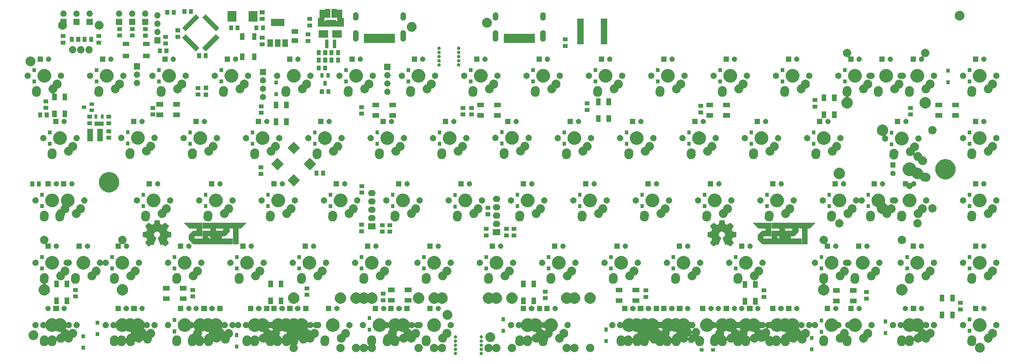
<source format=gbs>
G04 #@! TF.GenerationSoftware,KiCad,Pcbnew,6.0.0-rc1-unknown-ba8647f~66~ubuntu18.04.1*
G04 #@! TF.CreationDate,2018-09-16T18:21:37-07:00*
G04 #@! TF.ProjectId,TS65,545336352E6B696361645F7063620000,0.7*
G04 #@! TF.SameCoordinates,Original*
G04 #@! TF.FileFunction,Soldermask,Bot*
G04 #@! TF.FilePolarity,Negative*
%FSLAX46Y46*%
G04 Gerber Fmt 4.6, Leading zero omitted, Abs format (unit mm)*
G04 Created by KiCad (PCBNEW 6.0.0-rc1-unknown-ba8647f~66~ubuntu18.04.1) date Sun Sep 16 18:21:37 2018*
%MOMM*%
%LPD*%
G01*
G04 APERTURE LIST*
%ADD10C,0.002540*%
%ADD11C,0.010000*%
%ADD12C,0.150000*%
G04 APERTURE END LIST*
D10*
G04 #@! TO.C,LOGO4*
G36*
X118238400Y-137129960D02*
X118238400Y-137267120D01*
X118238400Y-137378880D01*
X118240940Y-137467780D01*
X118240940Y-137538900D01*
X118243480Y-137592240D01*
X118246020Y-137630340D01*
X118248560Y-137658280D01*
X118253640Y-137673520D01*
X118258720Y-137678600D01*
X118276500Y-137686220D01*
X118319680Y-137696380D01*
X118383180Y-137711620D01*
X118464460Y-137726860D01*
X118560980Y-137747180D01*
X118670200Y-137767500D01*
X118784500Y-137790360D01*
X118911500Y-137813220D01*
X119025800Y-137836080D01*
X119124860Y-137856400D01*
X119206140Y-137874180D01*
X119267100Y-137886880D01*
X119302660Y-137897040D01*
X119312820Y-137902120D01*
X119322980Y-137919900D01*
X119343300Y-137958000D01*
X119368700Y-138016420D01*
X119399180Y-138085000D01*
X119432200Y-138161200D01*
X119465220Y-138245020D01*
X119498240Y-138326300D01*
X119528720Y-138402500D01*
X119554120Y-138471080D01*
X119574440Y-138526960D01*
X119587140Y-138565060D01*
X119589680Y-138580300D01*
X119582060Y-138593000D01*
X119559200Y-138628560D01*
X119523640Y-138681900D01*
X119477920Y-138747940D01*
X119424580Y-138826680D01*
X119366160Y-138913040D01*
X119328060Y-138966380D01*
X119071520Y-139342300D01*
X119071520Y-139509940D01*
X119071520Y-139677580D01*
X119462680Y-140068740D01*
X119853840Y-140459900D01*
X120018940Y-140459900D01*
X120181500Y-140459900D01*
X120552340Y-140205900D01*
X120920640Y-139951900D01*
X121040020Y-140015400D01*
X121156860Y-140081440D01*
X121329580Y-140076360D01*
X121502300Y-140071280D01*
X121880760Y-139161960D01*
X122259220Y-138252640D01*
X122259220Y-138107860D01*
X122259220Y-138044360D01*
X122256680Y-137991020D01*
X122254140Y-137955460D01*
X122251600Y-137942760D01*
X122236360Y-137924980D01*
X122203340Y-137897040D01*
X122157620Y-137861480D01*
X122114440Y-137831000D01*
X121997600Y-137744640D01*
X121901080Y-137663360D01*
X121822340Y-137582080D01*
X121756300Y-137495720D01*
X121697880Y-137396660D01*
X121659780Y-137323000D01*
X121601360Y-137190920D01*
X121568340Y-137071540D01*
X121560720Y-136962320D01*
X121565800Y-136893740D01*
X121611520Y-136728640D01*
X121682640Y-136573700D01*
X121774080Y-136428920D01*
X121890920Y-136296840D01*
X122025540Y-136182540D01*
X122175400Y-136088560D01*
X122195720Y-136078400D01*
X122302400Y-136030140D01*
X122406540Y-135997120D01*
X122505600Y-135976800D01*
X122564020Y-135971720D01*
X122670700Y-135984420D01*
X122790080Y-136017440D01*
X122914540Y-136070780D01*
X123036460Y-136141900D01*
X123150760Y-136225720D01*
X123254900Y-136319700D01*
X123320940Y-136390820D01*
X123381900Y-136479720D01*
X123442860Y-136586400D01*
X123493660Y-136700700D01*
X123534300Y-136809920D01*
X123544460Y-136845480D01*
X123557160Y-136919140D01*
X123562240Y-136987720D01*
X123557160Y-137053760D01*
X123536840Y-137129960D01*
X123506360Y-137223940D01*
X123498740Y-137244260D01*
X123425080Y-137399200D01*
X123328560Y-137541440D01*
X123206640Y-137673520D01*
X123061860Y-137792900D01*
X122962800Y-137861480D01*
X122922160Y-137889420D01*
X122889140Y-137912280D01*
X122873900Y-137924980D01*
X122871360Y-137945300D01*
X122866280Y-137988480D01*
X122866280Y-138044360D01*
X122863740Y-138097700D01*
X122863740Y-138252640D01*
X123232040Y-139136560D01*
X123293000Y-139288960D01*
X123351420Y-139431200D01*
X123407300Y-139565820D01*
X123458100Y-139687740D01*
X123503820Y-139794420D01*
X123541920Y-139885860D01*
X123572400Y-139962060D01*
X123595260Y-140015400D01*
X123610500Y-140045880D01*
X123613040Y-140050960D01*
X123620660Y-140063660D01*
X123635900Y-140071280D01*
X123661300Y-140076360D01*
X123701940Y-140078900D01*
X123762900Y-140078900D01*
X123793380Y-140078900D01*
X123961020Y-140078900D01*
X124080400Y-140015400D01*
X124199780Y-139951900D01*
X124430920Y-140111920D01*
X124514740Y-140167800D01*
X124601100Y-140228760D01*
X124684920Y-140284640D01*
X124756040Y-140332900D01*
X124801760Y-140365920D01*
X124941460Y-140459900D01*
X125106560Y-140459900D01*
X125269120Y-140459900D01*
X125662820Y-140068740D01*
X126053980Y-139677580D01*
X126053980Y-139512480D01*
X126053980Y-139441360D01*
X126051440Y-139393100D01*
X126046360Y-139357540D01*
X126038740Y-139332140D01*
X126023500Y-139306740D01*
X126005720Y-139281340D01*
X125985400Y-139250860D01*
X125952380Y-139200060D01*
X125906660Y-139134020D01*
X125855860Y-139057820D01*
X125797440Y-138974000D01*
X125746640Y-138897800D01*
X125688220Y-138813980D01*
X125637420Y-138737780D01*
X125594240Y-138671740D01*
X125561220Y-138618400D01*
X125538360Y-138582840D01*
X125530740Y-138567600D01*
X125535820Y-138549820D01*
X125551060Y-138509180D01*
X125571380Y-138450760D01*
X125601860Y-138377100D01*
X125634880Y-138293280D01*
X125660280Y-138227240D01*
X125703460Y-138118020D01*
X125739020Y-138034200D01*
X125766960Y-137970700D01*
X125789820Y-137927520D01*
X125805060Y-137902120D01*
X125817760Y-137891960D01*
X125840620Y-137886880D01*
X125883800Y-137876720D01*
X125949840Y-137864020D01*
X126033660Y-137846240D01*
X126132720Y-137828460D01*
X126241940Y-137805600D01*
X126348620Y-137787820D01*
X126462920Y-137764960D01*
X126572140Y-137744640D01*
X126666120Y-137724320D01*
X126747400Y-137709080D01*
X126810900Y-137693840D01*
X126851540Y-137683680D01*
X126866780Y-137678600D01*
X126871860Y-137670980D01*
X126874400Y-137653200D01*
X126876940Y-137622720D01*
X126879480Y-137579540D01*
X126882020Y-137521120D01*
X126884560Y-137442380D01*
X126884560Y-137345860D01*
X126884560Y-137226480D01*
X126887100Y-137079160D01*
X126887100Y-136967400D01*
X126887100Y-136271440D01*
X126854080Y-136253660D01*
X126833760Y-136246040D01*
X126788040Y-136233340D01*
X126722000Y-136220640D01*
X126638180Y-136202860D01*
X126539120Y-136182540D01*
X126427360Y-136162220D01*
X126310520Y-136139360D01*
X126307980Y-136139360D01*
X126191140Y-136116500D01*
X126081920Y-136096180D01*
X125982860Y-136075860D01*
X125901580Y-136058080D01*
X125838080Y-136045380D01*
X125794900Y-136032680D01*
X125774580Y-136027600D01*
X125764420Y-136009820D01*
X125746640Y-135971720D01*
X125721240Y-135915840D01*
X125688220Y-135847260D01*
X125655200Y-135771060D01*
X125622180Y-135692320D01*
X125586620Y-135616120D01*
X125556140Y-135545000D01*
X125530740Y-135481500D01*
X125512960Y-135435780D01*
X125502800Y-135407840D01*
X125502800Y-135405300D01*
X125510420Y-135390060D01*
X125533280Y-135354500D01*
X125566300Y-135301160D01*
X125612020Y-135232580D01*
X125665360Y-135153840D01*
X125726320Y-135064940D01*
X125777120Y-134988740D01*
X126053980Y-134587420D01*
X126053980Y-134424860D01*
X126053980Y-134262300D01*
X125662820Y-133868600D01*
X125271660Y-133477440D01*
X125104020Y-133477440D01*
X124936380Y-133477440D01*
X124580780Y-133721280D01*
X124489340Y-133782240D01*
X124402980Y-133843200D01*
X124324240Y-133896540D01*
X124258200Y-133942260D01*
X124207400Y-133977820D01*
X124174380Y-134000680D01*
X124169300Y-134003220D01*
X124110880Y-134043860D01*
X123844180Y-133934640D01*
X123740040Y-133894000D01*
X123661300Y-133860980D01*
X123600340Y-133835580D01*
X123557160Y-133815260D01*
X123529220Y-133800020D01*
X123511440Y-133787320D01*
X123498740Y-133777160D01*
X123493660Y-133764460D01*
X123493660Y-133761920D01*
X123488580Y-133741600D01*
X123478420Y-133695880D01*
X123465720Y-133632380D01*
X123450480Y-133548560D01*
X123430160Y-133449500D01*
X123409840Y-133340280D01*
X123389520Y-133220900D01*
X123386980Y-133208200D01*
X123364120Y-133091360D01*
X123341260Y-132979600D01*
X123323480Y-132880540D01*
X123305700Y-132796720D01*
X123290460Y-132730680D01*
X123280300Y-132684960D01*
X123272680Y-132664640D01*
X123265060Y-132659560D01*
X123247280Y-132657020D01*
X123221880Y-132651940D01*
X123181240Y-132649400D01*
X123125360Y-132649400D01*
X123051700Y-132646860D01*
X122960260Y-132646860D01*
X122845960Y-132644320D01*
X122706260Y-132644320D01*
X122564020Y-132644320D01*
X122426860Y-132644320D01*
X122297320Y-132646860D01*
X122180480Y-132646860D01*
X122076340Y-132649400D01*
X121987440Y-132649400D01*
X121921400Y-132651940D01*
X121875680Y-132654480D01*
X121852820Y-132657020D01*
X121845200Y-132674800D01*
X121835040Y-132715440D01*
X121819800Y-132784020D01*
X121799480Y-132870380D01*
X121779160Y-132979600D01*
X121753760Y-133106600D01*
X121735980Y-133203120D01*
X121713120Y-133322500D01*
X121692800Y-133436800D01*
X121672480Y-133538400D01*
X121657240Y-133624760D01*
X121642000Y-133693340D01*
X121631840Y-133741600D01*
X121626760Y-133767000D01*
X121614060Y-133782240D01*
X121583580Y-133800020D01*
X121537860Y-133822880D01*
X121469280Y-133853360D01*
X121380380Y-133894000D01*
X121314340Y-133919400D01*
X121217820Y-133960040D01*
X121144160Y-133987980D01*
X121090820Y-134010840D01*
X121050180Y-134023540D01*
X121024780Y-134028620D01*
X121004460Y-134031160D01*
X120991760Y-134026080D01*
X120979060Y-134021000D01*
X120976520Y-134018460D01*
X120956200Y-134005760D01*
X120915560Y-133977820D01*
X120859680Y-133937180D01*
X120786020Y-133888920D01*
X120704740Y-133833040D01*
X120613300Y-133772080D01*
X120562500Y-133736520D01*
X120186580Y-133477440D01*
X120018940Y-133477440D01*
X119853840Y-133477440D01*
X119462680Y-133868600D01*
X119071520Y-134259760D01*
X119071520Y-134427400D01*
X119071520Y-134595040D01*
X119348380Y-134996360D01*
X119625240Y-135397680D01*
X119493160Y-135710100D01*
X119452520Y-135799000D01*
X119416960Y-135880280D01*
X119383940Y-135946320D01*
X119358540Y-135997120D01*
X119340760Y-136027600D01*
X119335680Y-136032680D01*
X119315360Y-136037760D01*
X119272180Y-136047920D01*
X119208680Y-136063160D01*
X119124860Y-136078400D01*
X119025800Y-136098720D01*
X118916580Y-136119040D01*
X118799740Y-136141900D01*
X118787040Y-136144440D01*
X118649880Y-136169840D01*
X118530500Y-136192700D01*
X118431440Y-136213020D01*
X118350160Y-136230800D01*
X118291740Y-136246040D01*
X118258720Y-136256200D01*
X118251100Y-136261280D01*
X118248560Y-136276520D01*
X118246020Y-136319700D01*
X118243480Y-136385740D01*
X118240940Y-136472100D01*
X118240940Y-136573700D01*
X118238400Y-136688000D01*
X118238400Y-136815000D01*
X118238400Y-136952160D01*
X118238400Y-136969940D01*
X118238400Y-137129960D01*
X118238400Y-137129960D01*
G37*
X118238400Y-137129960D02*
X118238400Y-137267120D01*
X118238400Y-137378880D01*
X118240940Y-137467780D01*
X118240940Y-137538900D01*
X118243480Y-137592240D01*
X118246020Y-137630340D01*
X118248560Y-137658280D01*
X118253640Y-137673520D01*
X118258720Y-137678600D01*
X118276500Y-137686220D01*
X118319680Y-137696380D01*
X118383180Y-137711620D01*
X118464460Y-137726860D01*
X118560980Y-137747180D01*
X118670200Y-137767500D01*
X118784500Y-137790360D01*
X118911500Y-137813220D01*
X119025800Y-137836080D01*
X119124860Y-137856400D01*
X119206140Y-137874180D01*
X119267100Y-137886880D01*
X119302660Y-137897040D01*
X119312820Y-137902120D01*
X119322980Y-137919900D01*
X119343300Y-137958000D01*
X119368700Y-138016420D01*
X119399180Y-138085000D01*
X119432200Y-138161200D01*
X119465220Y-138245020D01*
X119498240Y-138326300D01*
X119528720Y-138402500D01*
X119554120Y-138471080D01*
X119574440Y-138526960D01*
X119587140Y-138565060D01*
X119589680Y-138580300D01*
X119582060Y-138593000D01*
X119559200Y-138628560D01*
X119523640Y-138681900D01*
X119477920Y-138747940D01*
X119424580Y-138826680D01*
X119366160Y-138913040D01*
X119328060Y-138966380D01*
X119071520Y-139342300D01*
X119071520Y-139509940D01*
X119071520Y-139677580D01*
X119462680Y-140068740D01*
X119853840Y-140459900D01*
X120018940Y-140459900D01*
X120181500Y-140459900D01*
X120552340Y-140205900D01*
X120920640Y-139951900D01*
X121040020Y-140015400D01*
X121156860Y-140081440D01*
X121329580Y-140076360D01*
X121502300Y-140071280D01*
X121880760Y-139161960D01*
X122259220Y-138252640D01*
X122259220Y-138107860D01*
X122259220Y-138044360D01*
X122256680Y-137991020D01*
X122254140Y-137955460D01*
X122251600Y-137942760D01*
X122236360Y-137924980D01*
X122203340Y-137897040D01*
X122157620Y-137861480D01*
X122114440Y-137831000D01*
X121997600Y-137744640D01*
X121901080Y-137663360D01*
X121822340Y-137582080D01*
X121756300Y-137495720D01*
X121697880Y-137396660D01*
X121659780Y-137323000D01*
X121601360Y-137190920D01*
X121568340Y-137071540D01*
X121560720Y-136962320D01*
X121565800Y-136893740D01*
X121611520Y-136728640D01*
X121682640Y-136573700D01*
X121774080Y-136428920D01*
X121890920Y-136296840D01*
X122025540Y-136182540D01*
X122175400Y-136088560D01*
X122195720Y-136078400D01*
X122302400Y-136030140D01*
X122406540Y-135997120D01*
X122505600Y-135976800D01*
X122564020Y-135971720D01*
X122670700Y-135984420D01*
X122790080Y-136017440D01*
X122914540Y-136070780D01*
X123036460Y-136141900D01*
X123150760Y-136225720D01*
X123254900Y-136319700D01*
X123320940Y-136390820D01*
X123381900Y-136479720D01*
X123442860Y-136586400D01*
X123493660Y-136700700D01*
X123534300Y-136809920D01*
X123544460Y-136845480D01*
X123557160Y-136919140D01*
X123562240Y-136987720D01*
X123557160Y-137053760D01*
X123536840Y-137129960D01*
X123506360Y-137223940D01*
X123498740Y-137244260D01*
X123425080Y-137399200D01*
X123328560Y-137541440D01*
X123206640Y-137673520D01*
X123061860Y-137792900D01*
X122962800Y-137861480D01*
X122922160Y-137889420D01*
X122889140Y-137912280D01*
X122873900Y-137924980D01*
X122871360Y-137945300D01*
X122866280Y-137988480D01*
X122866280Y-138044360D01*
X122863740Y-138097700D01*
X122863740Y-138252640D01*
X123232040Y-139136560D01*
X123293000Y-139288960D01*
X123351420Y-139431200D01*
X123407300Y-139565820D01*
X123458100Y-139687740D01*
X123503820Y-139794420D01*
X123541920Y-139885860D01*
X123572400Y-139962060D01*
X123595260Y-140015400D01*
X123610500Y-140045880D01*
X123613040Y-140050960D01*
X123620660Y-140063660D01*
X123635900Y-140071280D01*
X123661300Y-140076360D01*
X123701940Y-140078900D01*
X123762900Y-140078900D01*
X123793380Y-140078900D01*
X123961020Y-140078900D01*
X124080400Y-140015400D01*
X124199780Y-139951900D01*
X124430920Y-140111920D01*
X124514740Y-140167800D01*
X124601100Y-140228760D01*
X124684920Y-140284640D01*
X124756040Y-140332900D01*
X124801760Y-140365920D01*
X124941460Y-140459900D01*
X125106560Y-140459900D01*
X125269120Y-140459900D01*
X125662820Y-140068740D01*
X126053980Y-139677580D01*
X126053980Y-139512480D01*
X126053980Y-139441360D01*
X126051440Y-139393100D01*
X126046360Y-139357540D01*
X126038740Y-139332140D01*
X126023500Y-139306740D01*
X126005720Y-139281340D01*
X125985400Y-139250860D01*
X125952380Y-139200060D01*
X125906660Y-139134020D01*
X125855860Y-139057820D01*
X125797440Y-138974000D01*
X125746640Y-138897800D01*
X125688220Y-138813980D01*
X125637420Y-138737780D01*
X125594240Y-138671740D01*
X125561220Y-138618400D01*
X125538360Y-138582840D01*
X125530740Y-138567600D01*
X125535820Y-138549820D01*
X125551060Y-138509180D01*
X125571380Y-138450760D01*
X125601860Y-138377100D01*
X125634880Y-138293280D01*
X125660280Y-138227240D01*
X125703460Y-138118020D01*
X125739020Y-138034200D01*
X125766960Y-137970700D01*
X125789820Y-137927520D01*
X125805060Y-137902120D01*
X125817760Y-137891960D01*
X125840620Y-137886880D01*
X125883800Y-137876720D01*
X125949840Y-137864020D01*
X126033660Y-137846240D01*
X126132720Y-137828460D01*
X126241940Y-137805600D01*
X126348620Y-137787820D01*
X126462920Y-137764960D01*
X126572140Y-137744640D01*
X126666120Y-137724320D01*
X126747400Y-137709080D01*
X126810900Y-137693840D01*
X126851540Y-137683680D01*
X126866780Y-137678600D01*
X126871860Y-137670980D01*
X126874400Y-137653200D01*
X126876940Y-137622720D01*
X126879480Y-137579540D01*
X126882020Y-137521120D01*
X126884560Y-137442380D01*
X126884560Y-137345860D01*
X126884560Y-137226480D01*
X126887100Y-137079160D01*
X126887100Y-136967400D01*
X126887100Y-136271440D01*
X126854080Y-136253660D01*
X126833760Y-136246040D01*
X126788040Y-136233340D01*
X126722000Y-136220640D01*
X126638180Y-136202860D01*
X126539120Y-136182540D01*
X126427360Y-136162220D01*
X126310520Y-136139360D01*
X126307980Y-136139360D01*
X126191140Y-136116500D01*
X126081920Y-136096180D01*
X125982860Y-136075860D01*
X125901580Y-136058080D01*
X125838080Y-136045380D01*
X125794900Y-136032680D01*
X125774580Y-136027600D01*
X125764420Y-136009820D01*
X125746640Y-135971720D01*
X125721240Y-135915840D01*
X125688220Y-135847260D01*
X125655200Y-135771060D01*
X125622180Y-135692320D01*
X125586620Y-135616120D01*
X125556140Y-135545000D01*
X125530740Y-135481500D01*
X125512960Y-135435780D01*
X125502800Y-135407840D01*
X125502800Y-135405300D01*
X125510420Y-135390060D01*
X125533280Y-135354500D01*
X125566300Y-135301160D01*
X125612020Y-135232580D01*
X125665360Y-135153840D01*
X125726320Y-135064940D01*
X125777120Y-134988740D01*
X126053980Y-134587420D01*
X126053980Y-134424860D01*
X126053980Y-134262300D01*
X125662820Y-133868600D01*
X125271660Y-133477440D01*
X125104020Y-133477440D01*
X124936380Y-133477440D01*
X124580780Y-133721280D01*
X124489340Y-133782240D01*
X124402980Y-133843200D01*
X124324240Y-133896540D01*
X124258200Y-133942260D01*
X124207400Y-133977820D01*
X124174380Y-134000680D01*
X124169300Y-134003220D01*
X124110880Y-134043860D01*
X123844180Y-133934640D01*
X123740040Y-133894000D01*
X123661300Y-133860980D01*
X123600340Y-133835580D01*
X123557160Y-133815260D01*
X123529220Y-133800020D01*
X123511440Y-133787320D01*
X123498740Y-133777160D01*
X123493660Y-133764460D01*
X123493660Y-133761920D01*
X123488580Y-133741600D01*
X123478420Y-133695880D01*
X123465720Y-133632380D01*
X123450480Y-133548560D01*
X123430160Y-133449500D01*
X123409840Y-133340280D01*
X123389520Y-133220900D01*
X123386980Y-133208200D01*
X123364120Y-133091360D01*
X123341260Y-132979600D01*
X123323480Y-132880540D01*
X123305700Y-132796720D01*
X123290460Y-132730680D01*
X123280300Y-132684960D01*
X123272680Y-132664640D01*
X123265060Y-132659560D01*
X123247280Y-132657020D01*
X123221880Y-132651940D01*
X123181240Y-132649400D01*
X123125360Y-132649400D01*
X123051700Y-132646860D01*
X122960260Y-132646860D01*
X122845960Y-132644320D01*
X122706260Y-132644320D01*
X122564020Y-132644320D01*
X122426860Y-132644320D01*
X122297320Y-132646860D01*
X122180480Y-132646860D01*
X122076340Y-132649400D01*
X121987440Y-132649400D01*
X121921400Y-132651940D01*
X121875680Y-132654480D01*
X121852820Y-132657020D01*
X121845200Y-132674800D01*
X121835040Y-132715440D01*
X121819800Y-132784020D01*
X121799480Y-132870380D01*
X121779160Y-132979600D01*
X121753760Y-133106600D01*
X121735980Y-133203120D01*
X121713120Y-133322500D01*
X121692800Y-133436800D01*
X121672480Y-133538400D01*
X121657240Y-133624760D01*
X121642000Y-133693340D01*
X121631840Y-133741600D01*
X121626760Y-133767000D01*
X121614060Y-133782240D01*
X121583580Y-133800020D01*
X121537860Y-133822880D01*
X121469280Y-133853360D01*
X121380380Y-133894000D01*
X121314340Y-133919400D01*
X121217820Y-133960040D01*
X121144160Y-133987980D01*
X121090820Y-134010840D01*
X121050180Y-134023540D01*
X121024780Y-134028620D01*
X121004460Y-134031160D01*
X120991760Y-134026080D01*
X120979060Y-134021000D01*
X120976520Y-134018460D01*
X120956200Y-134005760D01*
X120915560Y-133977820D01*
X120859680Y-133937180D01*
X120786020Y-133888920D01*
X120704740Y-133833040D01*
X120613300Y-133772080D01*
X120562500Y-133736520D01*
X120186580Y-133477440D01*
X120018940Y-133477440D01*
X119853840Y-133477440D01*
X119462680Y-133868600D01*
X119071520Y-134259760D01*
X119071520Y-134427400D01*
X119071520Y-134595040D01*
X119348380Y-134996360D01*
X119625240Y-135397680D01*
X119493160Y-135710100D01*
X119452520Y-135799000D01*
X119416960Y-135880280D01*
X119383940Y-135946320D01*
X119358540Y-135997120D01*
X119340760Y-136027600D01*
X119335680Y-136032680D01*
X119315360Y-136037760D01*
X119272180Y-136047920D01*
X119208680Y-136063160D01*
X119124860Y-136078400D01*
X119025800Y-136098720D01*
X118916580Y-136119040D01*
X118799740Y-136141900D01*
X118787040Y-136144440D01*
X118649880Y-136169840D01*
X118530500Y-136192700D01*
X118431440Y-136213020D01*
X118350160Y-136230800D01*
X118291740Y-136246040D01*
X118258720Y-136256200D01*
X118251100Y-136261280D01*
X118248560Y-136276520D01*
X118246020Y-136319700D01*
X118243480Y-136385740D01*
X118240940Y-136472100D01*
X118240940Y-136573700D01*
X118238400Y-136688000D01*
X118238400Y-136815000D01*
X118238400Y-136952160D01*
X118238400Y-136969940D01*
X118238400Y-137129960D01*
D11*
G04 #@! TO.C,LOGO2*
G36*
X136488780Y-135072560D02*
X138886540Y-135072560D01*
X138886540Y-135804080D01*
X136488780Y-135804080D01*
X136488780Y-137135040D01*
X136488722Y-137297721D01*
X136488553Y-137454699D01*
X136488278Y-137604785D01*
X136487906Y-137746789D01*
X136487443Y-137879525D01*
X136486896Y-138001802D01*
X136486272Y-138112433D01*
X136485578Y-138210230D01*
X136484821Y-138294004D01*
X136484008Y-138362566D01*
X136483145Y-138414728D01*
X136482240Y-138449302D01*
X136481300Y-138465099D01*
X136481014Y-138466000D01*
X136471703Y-138459138D01*
X136450532Y-138440068D01*
X136419898Y-138411056D01*
X136382200Y-138374374D01*
X136341461Y-138333920D01*
X136209674Y-138201840D01*
X133958940Y-138201840D01*
X133958940Y-137480480D01*
X136356700Y-137480480D01*
X136356700Y-133406320D01*
X130753507Y-133406320D01*
X131586581Y-134239440D01*
X132419654Y-135072560D01*
X134680300Y-135072560D01*
X134680300Y-135804080D01*
X134154492Y-135804079D01*
X133628683Y-135804079D01*
X132955612Y-136477208D01*
X132282540Y-137150336D01*
X132282541Y-137841217D01*
X132282541Y-138532097D01*
X132955669Y-139205168D01*
X133628797Y-139878240D01*
X140552939Y-139878240D01*
X140550467Y-137480480D01*
X138886540Y-137480480D01*
X138886540Y-138201840D01*
X138606971Y-138201840D01*
X138380996Y-137975697D01*
X138155020Y-137749554D01*
X138155020Y-137480480D01*
X138886540Y-137480480D01*
X140550467Y-137480480D01*
X140550320Y-137338404D01*
X140547700Y-134798569D01*
X140654380Y-134904452D01*
X140698035Y-134947181D01*
X140731773Y-134978178D01*
X140759667Y-135000448D01*
X140785791Y-135016995D01*
X140814216Y-135030826D01*
X140840065Y-135041447D01*
X140919069Y-135072559D01*
X141769811Y-135072559D01*
X142620552Y-135072560D01*
X142803221Y-135255440D01*
X142985889Y-135438319D01*
X142803220Y-135621199D01*
X142620552Y-135804080D01*
X140684860Y-135804080D01*
X140684860Y-139878240D01*
X145653100Y-139878240D01*
X145653100Y-138201840D01*
X142351100Y-138201840D01*
X142351100Y-137480480D01*
X142881989Y-137480480D01*
X143412878Y-137480479D01*
X144086098Y-136807202D01*
X144759319Y-136133924D01*
X144756630Y-135483862D01*
X144756024Y-135370299D01*
X144755185Y-135262415D01*
X144754144Y-135161983D01*
X144752931Y-135070775D01*
X144751578Y-134990563D01*
X144750116Y-134923119D01*
X144748575Y-134870215D01*
X144746985Y-134833623D01*
X144745379Y-134815116D01*
X144744960Y-134813480D01*
X144748937Y-134813940D01*
X144765252Y-134827033D01*
X144791928Y-134850972D01*
X144826984Y-134883972D01*
X144868443Y-134924245D01*
X144877171Y-134932860D01*
X145018364Y-135072560D01*
X145785180Y-135072560D01*
X145785180Y-139878240D01*
X147451420Y-139878240D01*
X147451420Y-135072560D01*
X148218547Y-135072560D01*
X149051621Y-134239440D01*
X149884694Y-133406320D01*
X136488780Y-133406320D01*
X136488780Y-135072560D01*
X136488780Y-135072560D01*
G37*
X136488780Y-135072560D02*
X138886540Y-135072560D01*
X138886540Y-135804080D01*
X136488780Y-135804080D01*
X136488780Y-137135040D01*
X136488722Y-137297721D01*
X136488553Y-137454699D01*
X136488278Y-137604785D01*
X136487906Y-137746789D01*
X136487443Y-137879525D01*
X136486896Y-138001802D01*
X136486272Y-138112433D01*
X136485578Y-138210230D01*
X136484821Y-138294004D01*
X136484008Y-138362566D01*
X136483145Y-138414728D01*
X136482240Y-138449302D01*
X136481300Y-138465099D01*
X136481014Y-138466000D01*
X136471703Y-138459138D01*
X136450532Y-138440068D01*
X136419898Y-138411056D01*
X136382200Y-138374374D01*
X136341461Y-138333920D01*
X136209674Y-138201840D01*
X133958940Y-138201840D01*
X133958940Y-137480480D01*
X136356700Y-137480480D01*
X136356700Y-133406320D01*
X130753507Y-133406320D01*
X131586581Y-134239440D01*
X132419654Y-135072560D01*
X134680300Y-135072560D01*
X134680300Y-135804080D01*
X134154492Y-135804079D01*
X133628683Y-135804079D01*
X132955612Y-136477208D01*
X132282540Y-137150336D01*
X132282541Y-137841217D01*
X132282541Y-138532097D01*
X132955669Y-139205168D01*
X133628797Y-139878240D01*
X140552939Y-139878240D01*
X140550467Y-137480480D01*
X138886540Y-137480480D01*
X138886540Y-138201840D01*
X138606971Y-138201840D01*
X138380996Y-137975697D01*
X138155020Y-137749554D01*
X138155020Y-137480480D01*
X138886540Y-137480480D01*
X140550467Y-137480480D01*
X140550320Y-137338404D01*
X140547700Y-134798569D01*
X140654380Y-134904452D01*
X140698035Y-134947181D01*
X140731773Y-134978178D01*
X140759667Y-135000448D01*
X140785791Y-135016995D01*
X140814216Y-135030826D01*
X140840065Y-135041447D01*
X140919069Y-135072559D01*
X141769811Y-135072559D01*
X142620552Y-135072560D01*
X142803221Y-135255440D01*
X142985889Y-135438319D01*
X142803220Y-135621199D01*
X142620552Y-135804080D01*
X140684860Y-135804080D01*
X140684860Y-139878240D01*
X145653100Y-139878240D01*
X145653100Y-138201840D01*
X142351100Y-138201840D01*
X142351100Y-137480480D01*
X142881989Y-137480480D01*
X143412878Y-137480479D01*
X144086098Y-136807202D01*
X144759319Y-136133924D01*
X144756630Y-135483862D01*
X144756024Y-135370299D01*
X144755185Y-135262415D01*
X144754144Y-135161983D01*
X144752931Y-135070775D01*
X144751578Y-134990563D01*
X144750116Y-134923119D01*
X144748575Y-134870215D01*
X144746985Y-134833623D01*
X144745379Y-134815116D01*
X144744960Y-134813480D01*
X144748937Y-134813940D01*
X144765252Y-134827033D01*
X144791928Y-134850972D01*
X144826984Y-134883972D01*
X144868443Y-134924245D01*
X144877171Y-134932860D01*
X145018364Y-135072560D01*
X145785180Y-135072560D01*
X145785180Y-139878240D01*
X147451420Y-139878240D01*
X147451420Y-135072560D01*
X148218547Y-135072560D01*
X149051621Y-134239440D01*
X149884694Y-133406320D01*
X136488780Y-133406320D01*
X136488780Y-135072560D01*
D10*
G04 #@! TO.C,LOGO8*
G36*
X290812000Y-137129960D02*
X290812000Y-137267120D01*
X290812000Y-137378880D01*
X290814540Y-137467780D01*
X290814540Y-137538900D01*
X290817080Y-137592240D01*
X290819620Y-137630340D01*
X290822160Y-137658280D01*
X290827240Y-137673520D01*
X290832320Y-137678600D01*
X290850100Y-137686220D01*
X290893280Y-137696380D01*
X290956780Y-137711620D01*
X291038060Y-137726860D01*
X291134580Y-137747180D01*
X291243800Y-137767500D01*
X291358100Y-137790360D01*
X291485100Y-137813220D01*
X291599400Y-137836080D01*
X291698460Y-137856400D01*
X291779740Y-137874180D01*
X291840700Y-137886880D01*
X291876260Y-137897040D01*
X291886420Y-137902120D01*
X291896580Y-137919900D01*
X291916900Y-137958000D01*
X291942300Y-138016420D01*
X291972780Y-138085000D01*
X292005800Y-138161200D01*
X292038820Y-138245020D01*
X292071840Y-138326300D01*
X292102320Y-138402500D01*
X292127720Y-138471080D01*
X292148040Y-138526960D01*
X292160740Y-138565060D01*
X292163280Y-138580300D01*
X292155660Y-138593000D01*
X292132800Y-138628560D01*
X292097240Y-138681900D01*
X292051520Y-138747940D01*
X291998180Y-138826680D01*
X291939760Y-138913040D01*
X291901660Y-138966380D01*
X291645120Y-139342300D01*
X291645120Y-139509940D01*
X291645120Y-139677580D01*
X292036280Y-140068740D01*
X292427440Y-140459900D01*
X292592540Y-140459900D01*
X292755100Y-140459900D01*
X293125940Y-140205900D01*
X293494240Y-139951900D01*
X293613620Y-140015400D01*
X293730460Y-140081440D01*
X293903180Y-140076360D01*
X294075900Y-140071280D01*
X294454360Y-139161960D01*
X294832820Y-138252640D01*
X294832820Y-138107860D01*
X294832820Y-138044360D01*
X294830280Y-137991020D01*
X294827740Y-137955460D01*
X294825200Y-137942760D01*
X294809960Y-137924980D01*
X294776940Y-137897040D01*
X294731220Y-137861480D01*
X294688040Y-137831000D01*
X294571200Y-137744640D01*
X294474680Y-137663360D01*
X294395940Y-137582080D01*
X294329900Y-137495720D01*
X294271480Y-137396660D01*
X294233380Y-137323000D01*
X294174960Y-137190920D01*
X294141940Y-137071540D01*
X294134320Y-136962320D01*
X294139400Y-136893740D01*
X294185120Y-136728640D01*
X294256240Y-136573700D01*
X294347680Y-136428920D01*
X294464520Y-136296840D01*
X294599140Y-136182540D01*
X294749000Y-136088560D01*
X294769320Y-136078400D01*
X294876000Y-136030140D01*
X294980140Y-135997120D01*
X295079200Y-135976800D01*
X295137620Y-135971720D01*
X295244300Y-135984420D01*
X295363680Y-136017440D01*
X295488140Y-136070780D01*
X295610060Y-136141900D01*
X295724360Y-136225720D01*
X295828500Y-136319700D01*
X295894540Y-136390820D01*
X295955500Y-136479720D01*
X296016460Y-136586400D01*
X296067260Y-136700700D01*
X296107900Y-136809920D01*
X296118060Y-136845480D01*
X296130760Y-136919140D01*
X296135840Y-136987720D01*
X296130760Y-137053760D01*
X296110440Y-137129960D01*
X296079960Y-137223940D01*
X296072340Y-137244260D01*
X295998680Y-137399200D01*
X295902160Y-137541440D01*
X295780240Y-137673520D01*
X295635460Y-137792900D01*
X295536400Y-137861480D01*
X295495760Y-137889420D01*
X295462740Y-137912280D01*
X295447500Y-137924980D01*
X295444960Y-137945300D01*
X295439880Y-137988480D01*
X295439880Y-138044360D01*
X295437340Y-138097700D01*
X295437340Y-138252640D01*
X295805640Y-139136560D01*
X295866600Y-139288960D01*
X295925020Y-139431200D01*
X295980900Y-139565820D01*
X296031700Y-139687740D01*
X296077420Y-139794420D01*
X296115520Y-139885860D01*
X296146000Y-139962060D01*
X296168860Y-140015400D01*
X296184100Y-140045880D01*
X296186640Y-140050960D01*
X296194260Y-140063660D01*
X296209500Y-140071280D01*
X296234900Y-140076360D01*
X296275540Y-140078900D01*
X296336500Y-140078900D01*
X296366980Y-140078900D01*
X296534620Y-140078900D01*
X296654000Y-140015400D01*
X296773380Y-139951900D01*
X297004520Y-140111920D01*
X297088340Y-140167800D01*
X297174700Y-140228760D01*
X297258520Y-140284640D01*
X297329640Y-140332900D01*
X297375360Y-140365920D01*
X297515060Y-140459900D01*
X297680160Y-140459900D01*
X297842720Y-140459900D01*
X298236420Y-140068740D01*
X298627580Y-139677580D01*
X298627580Y-139512480D01*
X298627580Y-139441360D01*
X298625040Y-139393100D01*
X298619960Y-139357540D01*
X298612340Y-139332140D01*
X298597100Y-139306740D01*
X298579320Y-139281340D01*
X298559000Y-139250860D01*
X298525980Y-139200060D01*
X298480260Y-139134020D01*
X298429460Y-139057820D01*
X298371040Y-138974000D01*
X298320240Y-138897800D01*
X298261820Y-138813980D01*
X298211020Y-138737780D01*
X298167840Y-138671740D01*
X298134820Y-138618400D01*
X298111960Y-138582840D01*
X298104340Y-138567600D01*
X298109420Y-138549820D01*
X298124660Y-138509180D01*
X298144980Y-138450760D01*
X298175460Y-138377100D01*
X298208480Y-138293280D01*
X298233880Y-138227240D01*
X298277060Y-138118020D01*
X298312620Y-138034200D01*
X298340560Y-137970700D01*
X298363420Y-137927520D01*
X298378660Y-137902120D01*
X298391360Y-137891960D01*
X298414220Y-137886880D01*
X298457400Y-137876720D01*
X298523440Y-137864020D01*
X298607260Y-137846240D01*
X298706320Y-137828460D01*
X298815540Y-137805600D01*
X298922220Y-137787820D01*
X299036520Y-137764960D01*
X299145740Y-137744640D01*
X299239720Y-137724320D01*
X299321000Y-137709080D01*
X299384500Y-137693840D01*
X299425140Y-137683680D01*
X299440380Y-137678600D01*
X299445460Y-137670980D01*
X299448000Y-137653200D01*
X299450540Y-137622720D01*
X299453080Y-137579540D01*
X299455620Y-137521120D01*
X299458160Y-137442380D01*
X299458160Y-137345860D01*
X299458160Y-137226480D01*
X299460700Y-137079160D01*
X299460700Y-136967400D01*
X299460700Y-136271440D01*
X299427680Y-136253660D01*
X299407360Y-136246040D01*
X299361640Y-136233340D01*
X299295600Y-136220640D01*
X299211780Y-136202860D01*
X299112720Y-136182540D01*
X299000960Y-136162220D01*
X298884120Y-136139360D01*
X298881580Y-136139360D01*
X298764740Y-136116500D01*
X298655520Y-136096180D01*
X298556460Y-136075860D01*
X298475180Y-136058080D01*
X298411680Y-136045380D01*
X298368500Y-136032680D01*
X298348180Y-136027600D01*
X298338020Y-136009820D01*
X298320240Y-135971720D01*
X298294840Y-135915840D01*
X298261820Y-135847260D01*
X298228800Y-135771060D01*
X298195780Y-135692320D01*
X298160220Y-135616120D01*
X298129740Y-135545000D01*
X298104340Y-135481500D01*
X298086560Y-135435780D01*
X298076400Y-135407840D01*
X298076400Y-135405300D01*
X298084020Y-135390060D01*
X298106880Y-135354500D01*
X298139900Y-135301160D01*
X298185620Y-135232580D01*
X298238960Y-135153840D01*
X298299920Y-135064940D01*
X298350720Y-134988740D01*
X298627580Y-134587420D01*
X298627580Y-134424860D01*
X298627580Y-134262300D01*
X298236420Y-133868600D01*
X297845260Y-133477440D01*
X297677620Y-133477440D01*
X297509980Y-133477440D01*
X297154380Y-133721280D01*
X297062940Y-133782240D01*
X296976580Y-133843200D01*
X296897840Y-133896540D01*
X296831800Y-133942260D01*
X296781000Y-133977820D01*
X296747980Y-134000680D01*
X296742900Y-134003220D01*
X296684480Y-134043860D01*
X296417780Y-133934640D01*
X296313640Y-133894000D01*
X296234900Y-133860980D01*
X296173940Y-133835580D01*
X296130760Y-133815260D01*
X296102820Y-133800020D01*
X296085040Y-133787320D01*
X296072340Y-133777160D01*
X296067260Y-133764460D01*
X296067260Y-133761920D01*
X296062180Y-133741600D01*
X296052020Y-133695880D01*
X296039320Y-133632380D01*
X296024080Y-133548560D01*
X296003760Y-133449500D01*
X295983440Y-133340280D01*
X295963120Y-133220900D01*
X295960580Y-133208200D01*
X295937720Y-133091360D01*
X295914860Y-132979600D01*
X295897080Y-132880540D01*
X295879300Y-132796720D01*
X295864060Y-132730680D01*
X295853900Y-132684960D01*
X295846280Y-132664640D01*
X295838660Y-132659560D01*
X295820880Y-132657020D01*
X295795480Y-132651940D01*
X295754840Y-132649400D01*
X295698960Y-132649400D01*
X295625300Y-132646860D01*
X295533860Y-132646860D01*
X295419560Y-132644320D01*
X295279860Y-132644320D01*
X295137620Y-132644320D01*
X295000460Y-132644320D01*
X294870920Y-132646860D01*
X294754080Y-132646860D01*
X294649940Y-132649400D01*
X294561040Y-132649400D01*
X294495000Y-132651940D01*
X294449280Y-132654480D01*
X294426420Y-132657020D01*
X294418800Y-132674800D01*
X294408640Y-132715440D01*
X294393400Y-132784020D01*
X294373080Y-132870380D01*
X294352760Y-132979600D01*
X294327360Y-133106600D01*
X294309580Y-133203120D01*
X294286720Y-133322500D01*
X294266400Y-133436800D01*
X294246080Y-133538400D01*
X294230840Y-133624760D01*
X294215600Y-133693340D01*
X294205440Y-133741600D01*
X294200360Y-133767000D01*
X294187660Y-133782240D01*
X294157180Y-133800020D01*
X294111460Y-133822880D01*
X294042880Y-133853360D01*
X293953980Y-133894000D01*
X293887940Y-133919400D01*
X293791420Y-133960040D01*
X293717760Y-133987980D01*
X293664420Y-134010840D01*
X293623780Y-134023540D01*
X293598380Y-134028620D01*
X293578060Y-134031160D01*
X293565360Y-134026080D01*
X293552660Y-134021000D01*
X293550120Y-134018460D01*
X293529800Y-134005760D01*
X293489160Y-133977820D01*
X293433280Y-133937180D01*
X293359620Y-133888920D01*
X293278340Y-133833040D01*
X293186900Y-133772080D01*
X293136100Y-133736520D01*
X292760180Y-133477440D01*
X292592540Y-133477440D01*
X292427440Y-133477440D01*
X292036280Y-133868600D01*
X291645120Y-134259760D01*
X291645120Y-134427400D01*
X291645120Y-134595040D01*
X291921980Y-134996360D01*
X292198840Y-135397680D01*
X292066760Y-135710100D01*
X292026120Y-135799000D01*
X291990560Y-135880280D01*
X291957540Y-135946320D01*
X291932140Y-135997120D01*
X291914360Y-136027600D01*
X291909280Y-136032680D01*
X291888960Y-136037760D01*
X291845780Y-136047920D01*
X291782280Y-136063160D01*
X291698460Y-136078400D01*
X291599400Y-136098720D01*
X291490180Y-136119040D01*
X291373340Y-136141900D01*
X291360640Y-136144440D01*
X291223480Y-136169840D01*
X291104100Y-136192700D01*
X291005040Y-136213020D01*
X290923760Y-136230800D01*
X290865340Y-136246040D01*
X290832320Y-136256200D01*
X290824700Y-136261280D01*
X290822160Y-136276520D01*
X290819620Y-136319700D01*
X290817080Y-136385740D01*
X290814540Y-136472100D01*
X290814540Y-136573700D01*
X290812000Y-136688000D01*
X290812000Y-136815000D01*
X290812000Y-136952160D01*
X290812000Y-136969940D01*
X290812000Y-137129960D01*
X290812000Y-137129960D01*
G37*
X290812000Y-137129960D02*
X290812000Y-137267120D01*
X290812000Y-137378880D01*
X290814540Y-137467780D01*
X290814540Y-137538900D01*
X290817080Y-137592240D01*
X290819620Y-137630340D01*
X290822160Y-137658280D01*
X290827240Y-137673520D01*
X290832320Y-137678600D01*
X290850100Y-137686220D01*
X290893280Y-137696380D01*
X290956780Y-137711620D01*
X291038060Y-137726860D01*
X291134580Y-137747180D01*
X291243800Y-137767500D01*
X291358100Y-137790360D01*
X291485100Y-137813220D01*
X291599400Y-137836080D01*
X291698460Y-137856400D01*
X291779740Y-137874180D01*
X291840700Y-137886880D01*
X291876260Y-137897040D01*
X291886420Y-137902120D01*
X291896580Y-137919900D01*
X291916900Y-137958000D01*
X291942300Y-138016420D01*
X291972780Y-138085000D01*
X292005800Y-138161200D01*
X292038820Y-138245020D01*
X292071840Y-138326300D01*
X292102320Y-138402500D01*
X292127720Y-138471080D01*
X292148040Y-138526960D01*
X292160740Y-138565060D01*
X292163280Y-138580300D01*
X292155660Y-138593000D01*
X292132800Y-138628560D01*
X292097240Y-138681900D01*
X292051520Y-138747940D01*
X291998180Y-138826680D01*
X291939760Y-138913040D01*
X291901660Y-138966380D01*
X291645120Y-139342300D01*
X291645120Y-139509940D01*
X291645120Y-139677580D01*
X292036280Y-140068740D01*
X292427440Y-140459900D01*
X292592540Y-140459900D01*
X292755100Y-140459900D01*
X293125940Y-140205900D01*
X293494240Y-139951900D01*
X293613620Y-140015400D01*
X293730460Y-140081440D01*
X293903180Y-140076360D01*
X294075900Y-140071280D01*
X294454360Y-139161960D01*
X294832820Y-138252640D01*
X294832820Y-138107860D01*
X294832820Y-138044360D01*
X294830280Y-137991020D01*
X294827740Y-137955460D01*
X294825200Y-137942760D01*
X294809960Y-137924980D01*
X294776940Y-137897040D01*
X294731220Y-137861480D01*
X294688040Y-137831000D01*
X294571200Y-137744640D01*
X294474680Y-137663360D01*
X294395940Y-137582080D01*
X294329900Y-137495720D01*
X294271480Y-137396660D01*
X294233380Y-137323000D01*
X294174960Y-137190920D01*
X294141940Y-137071540D01*
X294134320Y-136962320D01*
X294139400Y-136893740D01*
X294185120Y-136728640D01*
X294256240Y-136573700D01*
X294347680Y-136428920D01*
X294464520Y-136296840D01*
X294599140Y-136182540D01*
X294749000Y-136088560D01*
X294769320Y-136078400D01*
X294876000Y-136030140D01*
X294980140Y-135997120D01*
X295079200Y-135976800D01*
X295137620Y-135971720D01*
X295244300Y-135984420D01*
X295363680Y-136017440D01*
X295488140Y-136070780D01*
X295610060Y-136141900D01*
X295724360Y-136225720D01*
X295828500Y-136319700D01*
X295894540Y-136390820D01*
X295955500Y-136479720D01*
X296016460Y-136586400D01*
X296067260Y-136700700D01*
X296107900Y-136809920D01*
X296118060Y-136845480D01*
X296130760Y-136919140D01*
X296135840Y-136987720D01*
X296130760Y-137053760D01*
X296110440Y-137129960D01*
X296079960Y-137223940D01*
X296072340Y-137244260D01*
X295998680Y-137399200D01*
X295902160Y-137541440D01*
X295780240Y-137673520D01*
X295635460Y-137792900D01*
X295536400Y-137861480D01*
X295495760Y-137889420D01*
X295462740Y-137912280D01*
X295447500Y-137924980D01*
X295444960Y-137945300D01*
X295439880Y-137988480D01*
X295439880Y-138044360D01*
X295437340Y-138097700D01*
X295437340Y-138252640D01*
X295805640Y-139136560D01*
X295866600Y-139288960D01*
X295925020Y-139431200D01*
X295980900Y-139565820D01*
X296031700Y-139687740D01*
X296077420Y-139794420D01*
X296115520Y-139885860D01*
X296146000Y-139962060D01*
X296168860Y-140015400D01*
X296184100Y-140045880D01*
X296186640Y-140050960D01*
X296194260Y-140063660D01*
X296209500Y-140071280D01*
X296234900Y-140076360D01*
X296275540Y-140078900D01*
X296336500Y-140078900D01*
X296366980Y-140078900D01*
X296534620Y-140078900D01*
X296654000Y-140015400D01*
X296773380Y-139951900D01*
X297004520Y-140111920D01*
X297088340Y-140167800D01*
X297174700Y-140228760D01*
X297258520Y-140284640D01*
X297329640Y-140332900D01*
X297375360Y-140365920D01*
X297515060Y-140459900D01*
X297680160Y-140459900D01*
X297842720Y-140459900D01*
X298236420Y-140068740D01*
X298627580Y-139677580D01*
X298627580Y-139512480D01*
X298627580Y-139441360D01*
X298625040Y-139393100D01*
X298619960Y-139357540D01*
X298612340Y-139332140D01*
X298597100Y-139306740D01*
X298579320Y-139281340D01*
X298559000Y-139250860D01*
X298525980Y-139200060D01*
X298480260Y-139134020D01*
X298429460Y-139057820D01*
X298371040Y-138974000D01*
X298320240Y-138897800D01*
X298261820Y-138813980D01*
X298211020Y-138737780D01*
X298167840Y-138671740D01*
X298134820Y-138618400D01*
X298111960Y-138582840D01*
X298104340Y-138567600D01*
X298109420Y-138549820D01*
X298124660Y-138509180D01*
X298144980Y-138450760D01*
X298175460Y-138377100D01*
X298208480Y-138293280D01*
X298233880Y-138227240D01*
X298277060Y-138118020D01*
X298312620Y-138034200D01*
X298340560Y-137970700D01*
X298363420Y-137927520D01*
X298378660Y-137902120D01*
X298391360Y-137891960D01*
X298414220Y-137886880D01*
X298457400Y-137876720D01*
X298523440Y-137864020D01*
X298607260Y-137846240D01*
X298706320Y-137828460D01*
X298815540Y-137805600D01*
X298922220Y-137787820D01*
X299036520Y-137764960D01*
X299145740Y-137744640D01*
X299239720Y-137724320D01*
X299321000Y-137709080D01*
X299384500Y-137693840D01*
X299425140Y-137683680D01*
X299440380Y-137678600D01*
X299445460Y-137670980D01*
X299448000Y-137653200D01*
X299450540Y-137622720D01*
X299453080Y-137579540D01*
X299455620Y-137521120D01*
X299458160Y-137442380D01*
X299458160Y-137345860D01*
X299458160Y-137226480D01*
X299460700Y-137079160D01*
X299460700Y-136967400D01*
X299460700Y-136271440D01*
X299427680Y-136253660D01*
X299407360Y-136246040D01*
X299361640Y-136233340D01*
X299295600Y-136220640D01*
X299211780Y-136202860D01*
X299112720Y-136182540D01*
X299000960Y-136162220D01*
X298884120Y-136139360D01*
X298881580Y-136139360D01*
X298764740Y-136116500D01*
X298655520Y-136096180D01*
X298556460Y-136075860D01*
X298475180Y-136058080D01*
X298411680Y-136045380D01*
X298368500Y-136032680D01*
X298348180Y-136027600D01*
X298338020Y-136009820D01*
X298320240Y-135971720D01*
X298294840Y-135915840D01*
X298261820Y-135847260D01*
X298228800Y-135771060D01*
X298195780Y-135692320D01*
X298160220Y-135616120D01*
X298129740Y-135545000D01*
X298104340Y-135481500D01*
X298086560Y-135435780D01*
X298076400Y-135407840D01*
X298076400Y-135405300D01*
X298084020Y-135390060D01*
X298106880Y-135354500D01*
X298139900Y-135301160D01*
X298185620Y-135232580D01*
X298238960Y-135153840D01*
X298299920Y-135064940D01*
X298350720Y-134988740D01*
X298627580Y-134587420D01*
X298627580Y-134424860D01*
X298627580Y-134262300D01*
X298236420Y-133868600D01*
X297845260Y-133477440D01*
X297677620Y-133477440D01*
X297509980Y-133477440D01*
X297154380Y-133721280D01*
X297062940Y-133782240D01*
X296976580Y-133843200D01*
X296897840Y-133896540D01*
X296831800Y-133942260D01*
X296781000Y-133977820D01*
X296747980Y-134000680D01*
X296742900Y-134003220D01*
X296684480Y-134043860D01*
X296417780Y-133934640D01*
X296313640Y-133894000D01*
X296234900Y-133860980D01*
X296173940Y-133835580D01*
X296130760Y-133815260D01*
X296102820Y-133800020D01*
X296085040Y-133787320D01*
X296072340Y-133777160D01*
X296067260Y-133764460D01*
X296067260Y-133761920D01*
X296062180Y-133741600D01*
X296052020Y-133695880D01*
X296039320Y-133632380D01*
X296024080Y-133548560D01*
X296003760Y-133449500D01*
X295983440Y-133340280D01*
X295963120Y-133220900D01*
X295960580Y-133208200D01*
X295937720Y-133091360D01*
X295914860Y-132979600D01*
X295897080Y-132880540D01*
X295879300Y-132796720D01*
X295864060Y-132730680D01*
X295853900Y-132684960D01*
X295846280Y-132664640D01*
X295838660Y-132659560D01*
X295820880Y-132657020D01*
X295795480Y-132651940D01*
X295754840Y-132649400D01*
X295698960Y-132649400D01*
X295625300Y-132646860D01*
X295533860Y-132646860D01*
X295419560Y-132644320D01*
X295279860Y-132644320D01*
X295137620Y-132644320D01*
X295000460Y-132644320D01*
X294870920Y-132646860D01*
X294754080Y-132646860D01*
X294649940Y-132649400D01*
X294561040Y-132649400D01*
X294495000Y-132651940D01*
X294449280Y-132654480D01*
X294426420Y-132657020D01*
X294418800Y-132674800D01*
X294408640Y-132715440D01*
X294393400Y-132784020D01*
X294373080Y-132870380D01*
X294352760Y-132979600D01*
X294327360Y-133106600D01*
X294309580Y-133203120D01*
X294286720Y-133322500D01*
X294266400Y-133436800D01*
X294246080Y-133538400D01*
X294230840Y-133624760D01*
X294215600Y-133693340D01*
X294205440Y-133741600D01*
X294200360Y-133767000D01*
X294187660Y-133782240D01*
X294157180Y-133800020D01*
X294111460Y-133822880D01*
X294042880Y-133853360D01*
X293953980Y-133894000D01*
X293887940Y-133919400D01*
X293791420Y-133960040D01*
X293717760Y-133987980D01*
X293664420Y-134010840D01*
X293623780Y-134023540D01*
X293598380Y-134028620D01*
X293578060Y-134031160D01*
X293565360Y-134026080D01*
X293552660Y-134021000D01*
X293550120Y-134018460D01*
X293529800Y-134005760D01*
X293489160Y-133977820D01*
X293433280Y-133937180D01*
X293359620Y-133888920D01*
X293278340Y-133833040D01*
X293186900Y-133772080D01*
X293136100Y-133736520D01*
X292760180Y-133477440D01*
X292592540Y-133477440D01*
X292427440Y-133477440D01*
X292036280Y-133868600D01*
X291645120Y-134259760D01*
X291645120Y-134427400D01*
X291645120Y-134595040D01*
X291921980Y-134996360D01*
X292198840Y-135397680D01*
X292066760Y-135710100D01*
X292026120Y-135799000D01*
X291990560Y-135880280D01*
X291957540Y-135946320D01*
X291932140Y-135997120D01*
X291914360Y-136027600D01*
X291909280Y-136032680D01*
X291888960Y-136037760D01*
X291845780Y-136047920D01*
X291782280Y-136063160D01*
X291698460Y-136078400D01*
X291599400Y-136098720D01*
X291490180Y-136119040D01*
X291373340Y-136141900D01*
X291360640Y-136144440D01*
X291223480Y-136169840D01*
X291104100Y-136192700D01*
X291005040Y-136213020D01*
X290923760Y-136230800D01*
X290865340Y-136246040D01*
X290832320Y-136256200D01*
X290824700Y-136261280D01*
X290822160Y-136276520D01*
X290819620Y-136319700D01*
X290817080Y-136385740D01*
X290814540Y-136472100D01*
X290814540Y-136573700D01*
X290812000Y-136688000D01*
X290812000Y-136815000D01*
X290812000Y-136952160D01*
X290812000Y-136969940D01*
X290812000Y-137129960D01*
D11*
G04 #@! TO.C,LOGO6*
G36*
X310312380Y-135072560D02*
X312710140Y-135072560D01*
X312710140Y-135804080D01*
X310312380Y-135804080D01*
X310312380Y-137135040D01*
X310312322Y-137297721D01*
X310312153Y-137454699D01*
X310311878Y-137604785D01*
X310311506Y-137746789D01*
X310311043Y-137879525D01*
X310310496Y-138001802D01*
X310309872Y-138112433D01*
X310309178Y-138210230D01*
X310308421Y-138294004D01*
X310307608Y-138362566D01*
X310306745Y-138414728D01*
X310305840Y-138449302D01*
X310304900Y-138465099D01*
X310304614Y-138466000D01*
X310295303Y-138459138D01*
X310274132Y-138440068D01*
X310243498Y-138411056D01*
X310205800Y-138374374D01*
X310165061Y-138333920D01*
X310033274Y-138201840D01*
X307782540Y-138201840D01*
X307782540Y-137480480D01*
X310180300Y-137480480D01*
X310180300Y-133406320D01*
X304577107Y-133406320D01*
X305410181Y-134239440D01*
X306243254Y-135072560D01*
X308503900Y-135072560D01*
X308503900Y-135804080D01*
X307978092Y-135804079D01*
X307452283Y-135804079D01*
X306779212Y-136477208D01*
X306106140Y-137150336D01*
X306106141Y-137841217D01*
X306106141Y-138532097D01*
X306779269Y-139205168D01*
X307452397Y-139878240D01*
X314376539Y-139878240D01*
X314374067Y-137480480D01*
X312710140Y-137480480D01*
X312710140Y-138201840D01*
X312430571Y-138201840D01*
X312204596Y-137975697D01*
X311978620Y-137749554D01*
X311978620Y-137480480D01*
X312710140Y-137480480D01*
X314374067Y-137480480D01*
X314373920Y-137338404D01*
X314371300Y-134798569D01*
X314477980Y-134904452D01*
X314521635Y-134947181D01*
X314555373Y-134978178D01*
X314583267Y-135000448D01*
X314609391Y-135016995D01*
X314637816Y-135030826D01*
X314663665Y-135041447D01*
X314742669Y-135072559D01*
X315593411Y-135072559D01*
X316444152Y-135072560D01*
X316626821Y-135255440D01*
X316809489Y-135438319D01*
X316626820Y-135621199D01*
X316444152Y-135804080D01*
X314508460Y-135804080D01*
X314508460Y-139878240D01*
X319476700Y-139878240D01*
X319476700Y-138201840D01*
X316174700Y-138201840D01*
X316174700Y-137480480D01*
X316705589Y-137480480D01*
X317236478Y-137480479D01*
X317909698Y-136807202D01*
X318582919Y-136133924D01*
X318580230Y-135483862D01*
X318579624Y-135370299D01*
X318578785Y-135262415D01*
X318577744Y-135161983D01*
X318576531Y-135070775D01*
X318575178Y-134990563D01*
X318573716Y-134923119D01*
X318572175Y-134870215D01*
X318570585Y-134833623D01*
X318568979Y-134815116D01*
X318568560Y-134813480D01*
X318572537Y-134813940D01*
X318588852Y-134827033D01*
X318615528Y-134850972D01*
X318650584Y-134883972D01*
X318692043Y-134924245D01*
X318700771Y-134932860D01*
X318841964Y-135072560D01*
X319608780Y-135072560D01*
X319608780Y-139878240D01*
X321275020Y-139878240D01*
X321275020Y-135072560D01*
X322042147Y-135072560D01*
X322875221Y-134239440D01*
X323708294Y-133406320D01*
X310312380Y-133406320D01*
X310312380Y-135072560D01*
X310312380Y-135072560D01*
G37*
X310312380Y-135072560D02*
X312710140Y-135072560D01*
X312710140Y-135804080D01*
X310312380Y-135804080D01*
X310312380Y-137135040D01*
X310312322Y-137297721D01*
X310312153Y-137454699D01*
X310311878Y-137604785D01*
X310311506Y-137746789D01*
X310311043Y-137879525D01*
X310310496Y-138001802D01*
X310309872Y-138112433D01*
X310309178Y-138210230D01*
X310308421Y-138294004D01*
X310307608Y-138362566D01*
X310306745Y-138414728D01*
X310305840Y-138449302D01*
X310304900Y-138465099D01*
X310304614Y-138466000D01*
X310295303Y-138459138D01*
X310274132Y-138440068D01*
X310243498Y-138411056D01*
X310205800Y-138374374D01*
X310165061Y-138333920D01*
X310033274Y-138201840D01*
X307782540Y-138201840D01*
X307782540Y-137480480D01*
X310180300Y-137480480D01*
X310180300Y-133406320D01*
X304577107Y-133406320D01*
X305410181Y-134239440D01*
X306243254Y-135072560D01*
X308503900Y-135072560D01*
X308503900Y-135804080D01*
X307978092Y-135804079D01*
X307452283Y-135804079D01*
X306779212Y-136477208D01*
X306106140Y-137150336D01*
X306106141Y-137841217D01*
X306106141Y-138532097D01*
X306779269Y-139205168D01*
X307452397Y-139878240D01*
X314376539Y-139878240D01*
X314374067Y-137480480D01*
X312710140Y-137480480D01*
X312710140Y-138201840D01*
X312430571Y-138201840D01*
X312204596Y-137975697D01*
X311978620Y-137749554D01*
X311978620Y-137480480D01*
X312710140Y-137480480D01*
X314374067Y-137480480D01*
X314373920Y-137338404D01*
X314371300Y-134798569D01*
X314477980Y-134904452D01*
X314521635Y-134947181D01*
X314555373Y-134978178D01*
X314583267Y-135000448D01*
X314609391Y-135016995D01*
X314637816Y-135030826D01*
X314663665Y-135041447D01*
X314742669Y-135072559D01*
X315593411Y-135072559D01*
X316444152Y-135072560D01*
X316626821Y-135255440D01*
X316809489Y-135438319D01*
X316626820Y-135621199D01*
X316444152Y-135804080D01*
X314508460Y-135804080D01*
X314508460Y-139878240D01*
X319476700Y-139878240D01*
X319476700Y-138201840D01*
X316174700Y-138201840D01*
X316174700Y-137480480D01*
X316705589Y-137480480D01*
X317236478Y-137480479D01*
X317909698Y-136807202D01*
X318582919Y-136133924D01*
X318580230Y-135483862D01*
X318579624Y-135370299D01*
X318578785Y-135262415D01*
X318577744Y-135161983D01*
X318576531Y-135070775D01*
X318575178Y-134990563D01*
X318573716Y-134923119D01*
X318572175Y-134870215D01*
X318570585Y-134833623D01*
X318568979Y-134815116D01*
X318568560Y-134813480D01*
X318572537Y-134813940D01*
X318588852Y-134827033D01*
X318615528Y-134850972D01*
X318650584Y-134883972D01*
X318692043Y-134924245D01*
X318700771Y-134932860D01*
X318841964Y-135072560D01*
X319608780Y-135072560D01*
X319608780Y-139878240D01*
X321275020Y-139878240D01*
X321275020Y-135072560D01*
X322042147Y-135072560D01*
X322875221Y-134239440D01*
X323708294Y-133406320D01*
X310312380Y-133406320D01*
X310312380Y-135072560D01*
D12*
G36*
X221796311Y-172857676D02*
X221887597Y-172895488D01*
X221968657Y-172949651D01*
X221969754Y-172950384D01*
X222039616Y-173020246D01*
X222094513Y-173102405D01*
X222132324Y-173193689D01*
X222151600Y-173290595D01*
X222151600Y-173389405D01*
X222132324Y-173486311D01*
X222094513Y-173577595D01*
X222039616Y-173659754D01*
X221969754Y-173729616D01*
X221969751Y-173729618D01*
X221887597Y-173784512D01*
X221887596Y-173784513D01*
X221887595Y-173784513D01*
X221796311Y-173822324D01*
X221699405Y-173841600D01*
X221600595Y-173841600D01*
X221503689Y-173822324D01*
X221412405Y-173784513D01*
X221412404Y-173784513D01*
X221412403Y-173784512D01*
X221330249Y-173729618D01*
X221330246Y-173729616D01*
X221260384Y-173659754D01*
X221205487Y-173577595D01*
X221167676Y-173486311D01*
X221148400Y-173389405D01*
X221148400Y-173290595D01*
X221167676Y-173193689D01*
X221205487Y-173102405D01*
X221260384Y-173020246D01*
X221330246Y-172950384D01*
X221331343Y-172949651D01*
X221412403Y-172895488D01*
X221503689Y-172857676D01*
X221600595Y-172838400D01*
X221699405Y-172838400D01*
X221796311Y-172857676D01*
X221796311Y-172857676D01*
G37*
G36*
X213896311Y-172857676D02*
X213987597Y-172895488D01*
X214068657Y-172949651D01*
X214069754Y-172950384D01*
X214139616Y-173020246D01*
X214194513Y-173102405D01*
X214232324Y-173193689D01*
X214251600Y-173290595D01*
X214251600Y-173389405D01*
X214232324Y-173486311D01*
X214194513Y-173577595D01*
X214139616Y-173659754D01*
X214069754Y-173729616D01*
X214069751Y-173729618D01*
X213987597Y-173784512D01*
X213987596Y-173784513D01*
X213987595Y-173784513D01*
X213896311Y-173822324D01*
X213799405Y-173841600D01*
X213700595Y-173841600D01*
X213603689Y-173822324D01*
X213512405Y-173784513D01*
X213512404Y-173784513D01*
X213512403Y-173784512D01*
X213430249Y-173729618D01*
X213430246Y-173729616D01*
X213360384Y-173659754D01*
X213305487Y-173577595D01*
X213267676Y-173486311D01*
X213248400Y-173389405D01*
X213248400Y-173290595D01*
X213267676Y-173193689D01*
X213305487Y-173102405D01*
X213360384Y-173020246D01*
X213430246Y-172950384D01*
X213431343Y-172949651D01*
X213512403Y-172895488D01*
X213603689Y-172857676D01*
X213700595Y-172838400D01*
X213799405Y-172838400D01*
X213896311Y-172857676D01*
X213896311Y-172857676D01*
G37*
G36*
X371784590Y-167840145D02*
X371927347Y-167868541D01*
X372173323Y-167970427D01*
X372366489Y-168099497D01*
X372394698Y-168118346D01*
X372582954Y-168306602D01*
X372582955Y-168306604D01*
X372582956Y-168306605D01*
X372730873Y-168527977D01*
X372827642Y-168761600D01*
X372832759Y-168773954D01*
X372884700Y-169035078D01*
X372884700Y-169301322D01*
X372838346Y-169534361D01*
X372835944Y-169558747D01*
X372838346Y-169583132D01*
X372844700Y-169615077D01*
X372844700Y-169881322D01*
X372841845Y-169895673D01*
X372792759Y-170142447D01*
X372727398Y-170300243D01*
X372690873Y-170388423D01*
X372684575Y-170397848D01*
X372673024Y-170419459D01*
X372665911Y-170442908D01*
X372663509Y-170467294D01*
X372665911Y-170491681D01*
X372673024Y-170515130D01*
X372684575Y-170536740D01*
X372700121Y-170555683D01*
X372719063Y-170571228D01*
X372740674Y-170582779D01*
X372764123Y-170589892D01*
X372788509Y-170592294D01*
X372812896Y-170589892D01*
X372836345Y-170582779D01*
X372857955Y-170571228D01*
X372876897Y-170555682D01*
X373008003Y-170424576D01*
X373111400Y-170355488D01*
X373253683Y-170260417D01*
X373282946Y-170248296D01*
X373418519Y-170192140D01*
X373526666Y-170147344D01*
X373654612Y-170121894D01*
X373816461Y-170089700D01*
X374111939Y-170089700D01*
X374273788Y-170121894D01*
X374401734Y-170147344D01*
X374509881Y-170192140D01*
X374645455Y-170248296D01*
X374674717Y-170260417D01*
X374817000Y-170355488D01*
X374920397Y-170424576D01*
X375129324Y-170633503D01*
X375129326Y-170633506D01*
X375293483Y-170879183D01*
X375393131Y-171119754D01*
X375406556Y-171152167D01*
X375464200Y-171441961D01*
X375464200Y-171737439D01*
X375461652Y-171750249D01*
X375406556Y-172027234D01*
X375328238Y-172216311D01*
X375310214Y-172259826D01*
X375293483Y-172300217D01*
X375284956Y-172312978D01*
X375129324Y-172545897D01*
X374920397Y-172754824D01*
X374920394Y-172754826D01*
X374674717Y-172918983D01*
X374674716Y-172918984D01*
X374674715Y-172918984D01*
X374598913Y-172950382D01*
X374401734Y-173032056D01*
X374305135Y-173051271D01*
X374111939Y-173089700D01*
X373816461Y-173089700D01*
X373623265Y-173051271D01*
X373526666Y-173032056D01*
X373329487Y-172950382D01*
X373253685Y-172918984D01*
X373253684Y-172918984D01*
X373253683Y-172918983D01*
X373008006Y-172754826D01*
X373008003Y-172754824D01*
X372799076Y-172545897D01*
X372643444Y-172312978D01*
X372634917Y-172300217D01*
X372618187Y-172259826D01*
X372600162Y-172216311D01*
X372521844Y-172027234D01*
X372466748Y-171750249D01*
X372464200Y-171737439D01*
X372464200Y-171441961D01*
X372521844Y-171152167D01*
X372535270Y-171119754D01*
X372634917Y-170879183D01*
X372657454Y-170845454D01*
X372669006Y-170823843D01*
X372676119Y-170800394D01*
X372678521Y-170776007D01*
X372676119Y-170751621D01*
X372669006Y-170728172D01*
X372657455Y-170706561D01*
X372641910Y-170687619D01*
X372622968Y-170672074D01*
X372601357Y-170660522D01*
X372577908Y-170653409D01*
X372553521Y-170651007D01*
X372529135Y-170653409D01*
X372505686Y-170660522D01*
X372484075Y-170672073D01*
X372465133Y-170687619D01*
X372354698Y-170798054D01*
X372354695Y-170798056D01*
X372133323Y-170945973D01*
X371887347Y-171047859D01*
X371756784Y-171073830D01*
X371626222Y-171099800D01*
X371359978Y-171099800D01*
X371229416Y-171073830D01*
X371098853Y-171047859D01*
X370852877Y-170945973D01*
X370631505Y-170798056D01*
X370631502Y-170798054D01*
X370443246Y-170609798D01*
X370411579Y-170562405D01*
X370295327Y-170388423D01*
X370193441Y-170142447D01*
X370144355Y-169895673D01*
X370141500Y-169881322D01*
X370141500Y-169615078D01*
X370187854Y-169382039D01*
X370190256Y-169357653D01*
X370187854Y-169333268D01*
X370181500Y-169301323D01*
X370181500Y-169035078D01*
X370233441Y-168773954D01*
X370238558Y-168761600D01*
X370335327Y-168527977D01*
X370483244Y-168306605D01*
X370483245Y-168306604D01*
X370483246Y-168306602D01*
X370671502Y-168118346D01*
X370699711Y-168099497D01*
X370892877Y-167970427D01*
X371138853Y-167868541D01*
X371281610Y-167840145D01*
X371399978Y-167816600D01*
X371666222Y-167816600D01*
X371784590Y-167840145D01*
X371784590Y-167840145D01*
G37*
G36*
X188428590Y-167840145D02*
X188571347Y-167868541D01*
X188817323Y-167970427D01*
X189010489Y-168099497D01*
X189038698Y-168118346D01*
X189226954Y-168306602D01*
X189226955Y-168306604D01*
X189226956Y-168306605D01*
X189374873Y-168527977D01*
X189471642Y-168761600D01*
X189476759Y-168773954D01*
X189528700Y-169035078D01*
X189528700Y-169301322D01*
X189482346Y-169534361D01*
X189479944Y-169558747D01*
X189482346Y-169583132D01*
X189488700Y-169615077D01*
X189488700Y-169881322D01*
X189485845Y-169895673D01*
X189436759Y-170142447D01*
X189334873Y-170388423D01*
X189218621Y-170562405D01*
X189186954Y-170609798D01*
X189168240Y-170628512D01*
X189152694Y-170647454D01*
X189141143Y-170669065D01*
X189134030Y-170692514D01*
X189131628Y-170716900D01*
X189134030Y-170741286D01*
X189141143Y-170764735D01*
X189152694Y-170786346D01*
X189168240Y-170805288D01*
X189206571Y-170843619D01*
X189206573Y-170843622D01*
X189345559Y-171051629D01*
X189441295Y-171282755D01*
X189490100Y-171528116D01*
X189490100Y-171778284D01*
X189441295Y-172023645D01*
X189364297Y-172209533D01*
X189345559Y-172254771D01*
X189206571Y-172462781D01*
X189029681Y-172639671D01*
X189029678Y-172639673D01*
X188821671Y-172778659D01*
X188590545Y-172874395D01*
X188467864Y-172898798D01*
X188345186Y-172923200D01*
X188095014Y-172923200D01*
X187972336Y-172898798D01*
X187849655Y-172874395D01*
X187618529Y-172778659D01*
X187410522Y-172639673D01*
X187410519Y-172639671D01*
X187233629Y-172462781D01*
X187101534Y-172265087D01*
X187085988Y-172246145D01*
X187067046Y-172230599D01*
X187045435Y-172219048D01*
X187021986Y-172211935D01*
X186997600Y-172209533D01*
X186973214Y-172211935D01*
X186949765Y-172219048D01*
X186928154Y-172230599D01*
X186909212Y-172246145D01*
X186893666Y-172265087D01*
X186761571Y-172462781D01*
X186584681Y-172639671D01*
X186584678Y-172639673D01*
X186376671Y-172778659D01*
X186145545Y-172874395D01*
X186022864Y-172898798D01*
X185900186Y-172923200D01*
X185650014Y-172923200D01*
X185527336Y-172898798D01*
X185404655Y-172874395D01*
X185173529Y-172778659D01*
X184965522Y-172639673D01*
X184965519Y-172639671D01*
X184788629Y-172462781D01*
X184688534Y-172312978D01*
X184672988Y-172294036D01*
X184654046Y-172278490D01*
X184632436Y-172266939D01*
X184608986Y-172259826D01*
X184584600Y-172257424D01*
X184560214Y-172259826D01*
X184536765Y-172266939D01*
X184515154Y-172278490D01*
X184496212Y-172294036D01*
X184480666Y-172312978D01*
X184380571Y-172462781D01*
X184203681Y-172639671D01*
X184203678Y-172639673D01*
X183995671Y-172778659D01*
X183764545Y-172874395D01*
X183641864Y-172898798D01*
X183519186Y-172923200D01*
X183269014Y-172923200D01*
X183146336Y-172898798D01*
X183023655Y-172874395D01*
X182792529Y-172778659D01*
X182584522Y-172639673D01*
X182584519Y-172639671D01*
X182407629Y-172462781D01*
X182268641Y-172254771D01*
X182249903Y-172209533D01*
X182172905Y-172023645D01*
X182124100Y-171778284D01*
X182124100Y-171528116D01*
X182172905Y-171282755D01*
X182268641Y-171051629D01*
X182407627Y-170843622D01*
X182407629Y-170843619D01*
X182584519Y-170666729D01*
X182792529Y-170527741D01*
X182812137Y-170519619D01*
X183023655Y-170432005D01*
X183146336Y-170407602D01*
X183269014Y-170383200D01*
X183519186Y-170383200D01*
X183641864Y-170407602D01*
X183764545Y-170432005D01*
X183976063Y-170519619D01*
X183995671Y-170527741D01*
X184203681Y-170666729D01*
X184380571Y-170843619D01*
X184380573Y-170843622D01*
X184449188Y-170946311D01*
X184480666Y-170993422D01*
X184496212Y-171012364D01*
X184515154Y-171027910D01*
X184536764Y-171039461D01*
X184560214Y-171046574D01*
X184584600Y-171048976D01*
X184608986Y-171046574D01*
X184632435Y-171039461D01*
X184654046Y-171027910D01*
X184672988Y-171012364D01*
X184688534Y-170993422D01*
X184720013Y-170946311D01*
X184788627Y-170843622D01*
X184788629Y-170843619D01*
X184965519Y-170666729D01*
X185173529Y-170527741D01*
X185193137Y-170519619D01*
X185404655Y-170432005D01*
X185527336Y-170407602D01*
X185650014Y-170383200D01*
X185900186Y-170383200D01*
X186022864Y-170407602D01*
X186145545Y-170432005D01*
X186357063Y-170519619D01*
X186376671Y-170527741D01*
X186584681Y-170666729D01*
X186761571Y-170843619D01*
X186893666Y-171041313D01*
X186909212Y-171060255D01*
X186928154Y-171075801D01*
X186949765Y-171087352D01*
X186973214Y-171094465D01*
X186997600Y-171096867D01*
X187021986Y-171094465D01*
X187045435Y-171087352D01*
X187067046Y-171075801D01*
X187085988Y-171060255D01*
X187101534Y-171041313D01*
X187211659Y-170876499D01*
X187223210Y-170854888D01*
X187230323Y-170831439D01*
X187232725Y-170807053D01*
X187230323Y-170782667D01*
X187223210Y-170759217D01*
X187211659Y-170737607D01*
X187196113Y-170718665D01*
X187087246Y-170609798D01*
X187055579Y-170562405D01*
X186939327Y-170388423D01*
X186837441Y-170142447D01*
X186788355Y-169895673D01*
X186785500Y-169881322D01*
X186785500Y-169615078D01*
X186831854Y-169382039D01*
X186834256Y-169357653D01*
X186831854Y-169333268D01*
X186825500Y-169301323D01*
X186825500Y-169035078D01*
X186877441Y-168773954D01*
X186882558Y-168761600D01*
X186979327Y-168527977D01*
X187127244Y-168306605D01*
X187127245Y-168306604D01*
X187127246Y-168306602D01*
X187315502Y-168118346D01*
X187343711Y-168099497D01*
X187536877Y-167970427D01*
X187782853Y-167868541D01*
X187925610Y-167840145D01*
X188043978Y-167816600D01*
X188310222Y-167816600D01*
X188428590Y-167840145D01*
X188428590Y-167840145D01*
G37*
G36*
X202755864Y-170407602D02*
X202878545Y-170432005D01*
X203090063Y-170519619D01*
X203109671Y-170527741D01*
X203317681Y-170666729D01*
X203494571Y-170843619D01*
X203494573Y-170843622D01*
X203633559Y-171051629D01*
X203729295Y-171282755D01*
X203778100Y-171528116D01*
X203778100Y-171778284D01*
X203729295Y-172023645D01*
X203652297Y-172209533D01*
X203633559Y-172254771D01*
X203494571Y-172462781D01*
X203317681Y-172639671D01*
X203317678Y-172639673D01*
X203109671Y-172778659D01*
X202878545Y-172874395D01*
X202755864Y-172898798D01*
X202633186Y-172923200D01*
X202383014Y-172923200D01*
X202260336Y-172898798D01*
X202137655Y-172874395D01*
X201906529Y-172778659D01*
X201698522Y-172639673D01*
X201698519Y-172639671D01*
X201521629Y-172462781D01*
X201382641Y-172254771D01*
X201363903Y-172209533D01*
X201286905Y-172023645D01*
X201238100Y-171778284D01*
X201238100Y-171528116D01*
X201286905Y-171282755D01*
X201382641Y-171051629D01*
X201521627Y-170843622D01*
X201521629Y-170843619D01*
X201698519Y-170666729D01*
X201906529Y-170527741D01*
X201926137Y-170519619D01*
X202137655Y-170432005D01*
X202260336Y-170407602D01*
X202383014Y-170383200D01*
X202633186Y-170383200D01*
X202755864Y-170407602D01*
X202755864Y-170407602D01*
G37*
G36*
X178879864Y-170407602D02*
X179002545Y-170432005D01*
X179214063Y-170519619D01*
X179233671Y-170527741D01*
X179441681Y-170666729D01*
X179618571Y-170843619D01*
X179618573Y-170843622D01*
X179757559Y-171051629D01*
X179853295Y-171282755D01*
X179902100Y-171528116D01*
X179902100Y-171778284D01*
X179853295Y-172023645D01*
X179776297Y-172209533D01*
X179757559Y-172254771D01*
X179618571Y-172462781D01*
X179441681Y-172639671D01*
X179441678Y-172639673D01*
X179233671Y-172778659D01*
X179002545Y-172874395D01*
X178879864Y-172898798D01*
X178757186Y-172923200D01*
X178507014Y-172923200D01*
X178384336Y-172898798D01*
X178261655Y-172874395D01*
X178030529Y-172778659D01*
X177822522Y-172639673D01*
X177822519Y-172639671D01*
X177645629Y-172462781D01*
X177506641Y-172254771D01*
X177487903Y-172209533D01*
X177410905Y-172023645D01*
X177362100Y-171778284D01*
X177362100Y-171528116D01*
X177410905Y-171282755D01*
X177506641Y-171051629D01*
X177645627Y-170843622D01*
X177645629Y-170843619D01*
X177822519Y-170666729D01*
X178030529Y-170527741D01*
X178050137Y-170519619D01*
X178261655Y-170432005D01*
X178384336Y-170407602D01*
X178507014Y-170383200D01*
X178757186Y-170383200D01*
X178879864Y-170407602D01*
X178879864Y-170407602D01*
G37*
G36*
X231266864Y-170407602D02*
X231389545Y-170432005D01*
X231601063Y-170519619D01*
X231620671Y-170527741D01*
X231828681Y-170666729D01*
X232005571Y-170843619D01*
X232005573Y-170843622D01*
X232144559Y-171051629D01*
X232240295Y-171282755D01*
X232289100Y-171528116D01*
X232289100Y-171778284D01*
X232240295Y-172023645D01*
X232163297Y-172209533D01*
X232144559Y-172254771D01*
X232005571Y-172462781D01*
X231828681Y-172639671D01*
X231828678Y-172639673D01*
X231620671Y-172778659D01*
X231389545Y-172874395D01*
X231266865Y-172898797D01*
X231144186Y-172923200D01*
X230894014Y-172923200D01*
X230771336Y-172898798D01*
X230648655Y-172874395D01*
X230417529Y-172778659D01*
X230209522Y-172639673D01*
X230209519Y-172639671D01*
X230032629Y-172462781D01*
X229893641Y-172254771D01*
X229874903Y-172209533D01*
X229797905Y-172023645D01*
X229749100Y-171778284D01*
X229749100Y-171528116D01*
X229797905Y-171282755D01*
X229893641Y-171051629D01*
X230032627Y-170843622D01*
X230032629Y-170843619D01*
X230209519Y-170666729D01*
X230417529Y-170527741D01*
X230437137Y-170519619D01*
X230648655Y-170432005D01*
X230771336Y-170407602D01*
X230894014Y-170383200D01*
X231144186Y-170383200D01*
X231266864Y-170407602D01*
X231266864Y-170407602D01*
G37*
G36*
X224123864Y-170407602D02*
X224246545Y-170432005D01*
X224458063Y-170519619D01*
X224477671Y-170527741D01*
X224685681Y-170666729D01*
X224862571Y-170843619D01*
X224862573Y-170843622D01*
X224931188Y-170946311D01*
X224962666Y-170993422D01*
X224978212Y-171012364D01*
X224997154Y-171027910D01*
X225018764Y-171039461D01*
X225042214Y-171046574D01*
X225066600Y-171048976D01*
X225090986Y-171046574D01*
X225114435Y-171039461D01*
X225136046Y-171027910D01*
X225154988Y-171012364D01*
X225170534Y-170993422D01*
X225202013Y-170946311D01*
X225270627Y-170843622D01*
X225270629Y-170843619D01*
X225447519Y-170666729D01*
X225655529Y-170527741D01*
X225675137Y-170519619D01*
X225886655Y-170432005D01*
X226009336Y-170407602D01*
X226132014Y-170383200D01*
X226382186Y-170383200D01*
X226504864Y-170407602D01*
X226627545Y-170432005D01*
X226839063Y-170519619D01*
X226858671Y-170527741D01*
X227066681Y-170666729D01*
X227243571Y-170843619D01*
X227243573Y-170843622D01*
X227382559Y-171051629D01*
X227478295Y-171282755D01*
X227527100Y-171528116D01*
X227527100Y-171778284D01*
X227478295Y-172023645D01*
X227401297Y-172209533D01*
X227382559Y-172254771D01*
X227243571Y-172462781D01*
X227066681Y-172639671D01*
X227066678Y-172639673D01*
X226858671Y-172778659D01*
X226627545Y-172874395D01*
X226504865Y-172898797D01*
X226382186Y-172923200D01*
X226132014Y-172923200D01*
X226009336Y-172898798D01*
X225886655Y-172874395D01*
X225655529Y-172778659D01*
X225447522Y-172639673D01*
X225447519Y-172639671D01*
X225270629Y-172462781D01*
X225170534Y-172312978D01*
X225154988Y-172294036D01*
X225136046Y-172278490D01*
X225114436Y-172266939D01*
X225090986Y-172259826D01*
X225066600Y-172257424D01*
X225042214Y-172259826D01*
X225018765Y-172266939D01*
X224997154Y-172278490D01*
X224978212Y-172294036D01*
X224962666Y-172312978D01*
X224862571Y-172462781D01*
X224685681Y-172639671D01*
X224685678Y-172639673D01*
X224477671Y-172778659D01*
X224246545Y-172874395D01*
X224123865Y-172898797D01*
X224001186Y-172923200D01*
X223751014Y-172923200D01*
X223628336Y-172898798D01*
X223505655Y-172874395D01*
X223274529Y-172778659D01*
X223066522Y-172639673D01*
X223066519Y-172639671D01*
X222889629Y-172462781D01*
X222750641Y-172254771D01*
X222731903Y-172209533D01*
X222654905Y-172023645D01*
X222606100Y-171778284D01*
X222606100Y-171528116D01*
X222654905Y-171282755D01*
X222750641Y-171051629D01*
X222889627Y-170843622D01*
X222889629Y-170843619D01*
X223066519Y-170666729D01*
X223274529Y-170527741D01*
X223294137Y-170519619D01*
X223505655Y-170432005D01*
X223628336Y-170407602D01*
X223751014Y-170383200D01*
X224001186Y-170383200D01*
X224123864Y-170407602D01*
X224123864Y-170407602D01*
G37*
G36*
X207517864Y-170407602D02*
X207640545Y-170432005D01*
X207852063Y-170519619D01*
X207871671Y-170527741D01*
X208079681Y-170666729D01*
X208256571Y-170843619D01*
X208256573Y-170843622D01*
X208325188Y-170946311D01*
X208356666Y-170993422D01*
X208372212Y-171012364D01*
X208391154Y-171027910D01*
X208412764Y-171039461D01*
X208436214Y-171046574D01*
X208460600Y-171048976D01*
X208484986Y-171046574D01*
X208508435Y-171039461D01*
X208530046Y-171027910D01*
X208548988Y-171012364D01*
X208564534Y-170993422D01*
X208596013Y-170946311D01*
X208664627Y-170843622D01*
X208664629Y-170843619D01*
X208841519Y-170666729D01*
X209049529Y-170527741D01*
X209069137Y-170519619D01*
X209280655Y-170432005D01*
X209403336Y-170407602D01*
X209526014Y-170383200D01*
X209776186Y-170383200D01*
X209898864Y-170407602D01*
X210021545Y-170432005D01*
X210233063Y-170519619D01*
X210252671Y-170527741D01*
X210460681Y-170666729D01*
X210637571Y-170843619D01*
X210637573Y-170843622D01*
X210776559Y-171051629D01*
X210872295Y-171282755D01*
X210921100Y-171528116D01*
X210921100Y-171778284D01*
X210872295Y-172023645D01*
X210795297Y-172209533D01*
X210776559Y-172254771D01*
X210637571Y-172462781D01*
X210460681Y-172639671D01*
X210460678Y-172639673D01*
X210252671Y-172778659D01*
X210021545Y-172874395D01*
X209898865Y-172898797D01*
X209776186Y-172923200D01*
X209526014Y-172923200D01*
X209403336Y-172898798D01*
X209280655Y-172874395D01*
X209049529Y-172778659D01*
X208841522Y-172639673D01*
X208841519Y-172639671D01*
X208664629Y-172462781D01*
X208564534Y-172312978D01*
X208548988Y-172294036D01*
X208530046Y-172278490D01*
X208508436Y-172266939D01*
X208484986Y-172259826D01*
X208460600Y-172257424D01*
X208436214Y-172259826D01*
X208412765Y-172266939D01*
X208391154Y-172278490D01*
X208372212Y-172294036D01*
X208356666Y-172312978D01*
X208256571Y-172462781D01*
X208079681Y-172639671D01*
X208079678Y-172639673D01*
X207871671Y-172778659D01*
X207640545Y-172874395D01*
X207517865Y-172898797D01*
X207395186Y-172923200D01*
X207145014Y-172923200D01*
X207022336Y-172898798D01*
X206899655Y-172874395D01*
X206668529Y-172778659D01*
X206460522Y-172639673D01*
X206460519Y-172639671D01*
X206283629Y-172462781D01*
X206144641Y-172254771D01*
X206125903Y-172209533D01*
X206048905Y-172023645D01*
X206000100Y-171778284D01*
X206000100Y-171528116D01*
X206048905Y-171282755D01*
X206144641Y-171051629D01*
X206283627Y-170843622D01*
X206283629Y-170843619D01*
X206460519Y-170666729D01*
X206668529Y-170527741D01*
X206688137Y-170519619D01*
X206899655Y-170432005D01*
X207022336Y-170407602D01*
X207145014Y-170383200D01*
X207395186Y-170383200D01*
X207517864Y-170407602D01*
X207517864Y-170407602D01*
G37*
G36*
X152946387Y-162626381D02*
X153081336Y-162653224D01*
X153216290Y-162709124D01*
X153462693Y-162811187D01*
X153591154Y-162897022D01*
X153612765Y-162908573D01*
X153636214Y-162915686D01*
X153660600Y-162918088D01*
X153684987Y-162915686D01*
X153708436Y-162908573D01*
X153730046Y-162897022D01*
X153858507Y-162811187D01*
X154104910Y-162709124D01*
X154239864Y-162653224D01*
X154374813Y-162626381D01*
X154644709Y-162572695D01*
X155057491Y-162572695D01*
X155327387Y-162626381D01*
X155462336Y-162653224D01*
X155843694Y-162811188D01*
X156000086Y-162915686D01*
X156186909Y-163040517D01*
X156478783Y-163332391D01*
X156698631Y-163661416D01*
X156714177Y-163680358D01*
X156733119Y-163695904D01*
X156754730Y-163707455D01*
X156778179Y-163714568D01*
X156802565Y-163716970D01*
X156815509Y-163715695D01*
X157008915Y-163715695D01*
X157068752Y-163727597D01*
X157192936Y-163752299D01*
X157192938Y-163752300D01*
X157201606Y-163754024D01*
X157208205Y-163756026D01*
X157232591Y-163758430D01*
X157256977Y-163756030D01*
X157263584Y-163754026D01*
X157272262Y-163752300D01*
X157272264Y-163752299D01*
X157397445Y-163727399D01*
X157456285Y-163715695D01*
X157649691Y-163715695D01*
X157662636Y-163716970D01*
X157687022Y-163714568D01*
X157710471Y-163707455D01*
X157732082Y-163695903D01*
X157751024Y-163680358D01*
X157766569Y-163661416D01*
X157986417Y-163332391D01*
X158278291Y-163040517D01*
X158465114Y-162915686D01*
X158621506Y-162811188D01*
X159002864Y-162653224D01*
X159137813Y-162626381D01*
X159407709Y-162572695D01*
X159820491Y-162572695D01*
X160090387Y-162626381D01*
X160225336Y-162653224D01*
X160360290Y-162709124D01*
X160606693Y-162811187D01*
X160735154Y-162897022D01*
X160756765Y-162908573D01*
X160780214Y-162915686D01*
X160804600Y-162918088D01*
X160828987Y-162915686D01*
X160852436Y-162908573D01*
X160874046Y-162897022D01*
X161002507Y-162811187D01*
X161248910Y-162709124D01*
X161383864Y-162653224D01*
X161518813Y-162626381D01*
X161788709Y-162572695D01*
X162201491Y-162572695D01*
X162471387Y-162626381D01*
X162606336Y-162653224D01*
X162741290Y-162709124D01*
X162987693Y-162811187D01*
X163116154Y-162897022D01*
X163137765Y-162908573D01*
X163161214Y-162915686D01*
X163185600Y-162918088D01*
X163209987Y-162915686D01*
X163233436Y-162908573D01*
X163255046Y-162897022D01*
X163383507Y-162811187D01*
X163629910Y-162709124D01*
X163764864Y-162653224D01*
X163899813Y-162626381D01*
X164169709Y-162572695D01*
X164582491Y-162572695D01*
X164852387Y-162626381D01*
X164987336Y-162653224D01*
X165122290Y-162709124D01*
X165368693Y-162811187D01*
X165497154Y-162897022D01*
X165518765Y-162908573D01*
X165542214Y-162915686D01*
X165566600Y-162918088D01*
X165590987Y-162915686D01*
X165614436Y-162908573D01*
X165636046Y-162897022D01*
X165764507Y-162811187D01*
X166010910Y-162709124D01*
X166145864Y-162653224D01*
X166280813Y-162626381D01*
X166550709Y-162572695D01*
X166963491Y-162572695D01*
X167233387Y-162626381D01*
X167368336Y-162653224D01*
X167749694Y-162811188D01*
X167906086Y-162915686D01*
X168092909Y-163040517D01*
X168384783Y-163332391D01*
X168614112Y-163675606D01*
X168688716Y-163855716D01*
X168700267Y-163877326D01*
X168715813Y-163896268D01*
X168734755Y-163911814D01*
X168756366Y-163923365D01*
X168779815Y-163930478D01*
X168804201Y-163932880D01*
X168828587Y-163930478D01*
X168852037Y-163923365D01*
X168873647Y-163911814D01*
X169004920Y-163824100D01*
X169127493Y-163773329D01*
X169178264Y-163752299D01*
X169270275Y-163733997D01*
X169362285Y-163715695D01*
X169549915Y-163715695D01*
X169641925Y-163733997D01*
X169733936Y-163752299D01*
X169784707Y-163773329D01*
X169907280Y-163824100D01*
X170063290Y-163928343D01*
X170195957Y-164061010D01*
X170225166Y-164104724D01*
X170240712Y-164123666D01*
X170259654Y-164139212D01*
X170281265Y-164150763D01*
X170304714Y-164157876D01*
X170329100Y-164160278D01*
X170353486Y-164157876D01*
X170376936Y-164150763D01*
X170398546Y-164139212D01*
X170417488Y-164123666D01*
X170433034Y-164104724D01*
X170462243Y-164061010D01*
X170594910Y-163928343D01*
X170750920Y-163824100D01*
X170873493Y-163773329D01*
X170924264Y-163752299D01*
X171016275Y-163733997D01*
X171108285Y-163715695D01*
X171295915Y-163715695D01*
X171355752Y-163727597D01*
X171479936Y-163752299D01*
X171479938Y-163752300D01*
X171488606Y-163754024D01*
X171495205Y-163756026D01*
X171519591Y-163758430D01*
X171543977Y-163756030D01*
X171550584Y-163754026D01*
X171559262Y-163752300D01*
X171559264Y-163752299D01*
X171684445Y-163727399D01*
X171743285Y-163715695D01*
X171930915Y-163715695D01*
X172022925Y-163733997D01*
X172114936Y-163752299D01*
X172165707Y-163773329D01*
X172288280Y-163824100D01*
X172444290Y-163928343D01*
X172576957Y-164061010D01*
X172681200Y-164217020D01*
X172753001Y-164390365D01*
X172789605Y-164574385D01*
X172789605Y-164762015D01*
X172753001Y-164946035D01*
X172681200Y-165119380D01*
X172576957Y-165275390D01*
X172444290Y-165408057D01*
X172288280Y-165512300D01*
X172181329Y-165556600D01*
X172114936Y-165584101D01*
X172065225Y-165593989D01*
X171930915Y-165620705D01*
X171743285Y-165620705D01*
X171669293Y-165605987D01*
X171559264Y-165584101D01*
X171559262Y-165584100D01*
X171550594Y-165582376D01*
X171543995Y-165580374D01*
X171519609Y-165577970D01*
X171495223Y-165580370D01*
X171488616Y-165582374D01*
X171479938Y-165584100D01*
X171479936Y-165584101D01*
X171369907Y-165605987D01*
X171295915Y-165620705D01*
X171108285Y-165620705D01*
X170973975Y-165593989D01*
X170924264Y-165584101D01*
X170857871Y-165556600D01*
X170750920Y-165512300D01*
X170594910Y-165408057D01*
X170462243Y-165275390D01*
X170433034Y-165231676D01*
X170417488Y-165212734D01*
X170398546Y-165197188D01*
X170376935Y-165185637D01*
X170353486Y-165178524D01*
X170329100Y-165176122D01*
X170304714Y-165178524D01*
X170281264Y-165185637D01*
X170259654Y-165197188D01*
X170240712Y-165212734D01*
X170225166Y-165231676D01*
X170195957Y-165275390D01*
X170063290Y-165408057D01*
X169907280Y-165512300D01*
X169800329Y-165556600D01*
X169733936Y-165584101D01*
X169684225Y-165593989D01*
X169549915Y-165620705D01*
X169362285Y-165620705D01*
X169227975Y-165593989D01*
X169178264Y-165584101D01*
X169111871Y-165556600D01*
X169004920Y-165512300D01*
X168873647Y-165424586D01*
X168852036Y-165413035D01*
X168828587Y-165405922D01*
X168804201Y-165403520D01*
X168779815Y-165405922D01*
X168756365Y-165413035D01*
X168734755Y-165424586D01*
X168715813Y-165440132D01*
X168700267Y-165459074D01*
X168688717Y-165480683D01*
X168614112Y-165660794D01*
X168580635Y-165710896D01*
X168569084Y-165732505D01*
X168561971Y-165755954D01*
X168559569Y-165780340D01*
X168561971Y-165804727D01*
X168569084Y-165828176D01*
X168580635Y-165849787D01*
X168596180Y-165868729D01*
X168615122Y-165884274D01*
X168636733Y-165895826D01*
X168660182Y-165902939D01*
X168688347Y-165908541D01*
X168934323Y-166010427D01*
X169133779Y-166143700D01*
X169155698Y-166158346D01*
X169343954Y-166346602D01*
X169380666Y-166401545D01*
X169396212Y-166420487D01*
X169415154Y-166436033D01*
X169436765Y-166447584D01*
X169460214Y-166454697D01*
X169484600Y-166457099D01*
X169508986Y-166454697D01*
X169532436Y-166447584D01*
X169554046Y-166436033D01*
X169572988Y-166420487D01*
X169588534Y-166401545D01*
X169625246Y-166346602D01*
X169813502Y-166158346D01*
X169835421Y-166143700D01*
X170034877Y-166010427D01*
X170280853Y-165908541D01*
X170411416Y-165882570D01*
X170541978Y-165856600D01*
X170808222Y-165856600D01*
X170938784Y-165882570D01*
X171069347Y-165908541D01*
X171315323Y-166010427D01*
X171514779Y-166143700D01*
X171536698Y-166158346D01*
X171724954Y-166346602D01*
X171724955Y-166346604D01*
X171724956Y-166346605D01*
X171872873Y-166567977D01*
X171972376Y-166808200D01*
X171974759Y-166813954D01*
X172023002Y-167056485D01*
X172026700Y-167075079D01*
X172026700Y-167341321D01*
X171974759Y-167602447D01*
X171872873Y-167848423D01*
X171756621Y-168022405D01*
X171724954Y-168069798D01*
X171536698Y-168258054D01*
X171536695Y-168258056D01*
X171315323Y-168405973D01*
X171069347Y-168507859D01*
X170817311Y-168557992D01*
X170793865Y-168565104D01*
X170772254Y-168576655D01*
X170753312Y-168592201D01*
X170737766Y-168611143D01*
X170726215Y-168632753D01*
X170719102Y-168656203D01*
X170716700Y-168680589D01*
X170716700Y-168801321D01*
X170664759Y-169062447D01*
X170562873Y-169308423D01*
X170447829Y-169480597D01*
X170414954Y-169529798D01*
X170226698Y-169718054D01*
X170226695Y-169718056D01*
X170005323Y-169865973D01*
X169759347Y-169967859D01*
X169628784Y-169993830D01*
X169498222Y-170019800D01*
X169231978Y-170019800D01*
X169101416Y-169993830D01*
X168970853Y-169967859D01*
X168724877Y-169865973D01*
X168541963Y-169743753D01*
X168520353Y-169732202D01*
X168496903Y-169725089D01*
X168472517Y-169722687D01*
X168448131Y-169725089D01*
X168424682Y-169732202D01*
X168403071Y-169743753D01*
X168375891Y-169768388D01*
X168244449Y-169928549D01*
X168038643Y-170097451D01*
X167803838Y-170222957D01*
X167728224Y-170245894D01*
X167549060Y-170300243D01*
X167449776Y-170310022D01*
X167350494Y-170319800D01*
X167217706Y-170319800D01*
X167118424Y-170310022D01*
X167019140Y-170300243D01*
X166839976Y-170245894D01*
X166764362Y-170222957D01*
X166529557Y-170097451D01*
X166323751Y-169928549D01*
X166154849Y-169722743D01*
X166029343Y-169487938D01*
X166012727Y-169433160D01*
X165997272Y-169382213D01*
X165987896Y-169359579D01*
X165974283Y-169339204D01*
X165956956Y-169321877D01*
X165936581Y-169308263D01*
X165913942Y-169298886D01*
X165889909Y-169294105D01*
X165865404Y-169294105D01*
X165841371Y-169298885D01*
X165818732Y-169308263D01*
X165798357Y-169321876D01*
X165781030Y-169339203D01*
X165773723Y-169349056D01*
X165691400Y-169472260D01*
X165679848Y-169493871D01*
X165672734Y-169517324D01*
X165669345Y-169534364D01*
X165666944Y-169558750D01*
X165669346Y-169583132D01*
X165675700Y-169615077D01*
X165675700Y-169881322D01*
X165672845Y-169895673D01*
X165623759Y-170142447D01*
X165521873Y-170388423D01*
X165405621Y-170562405D01*
X165373954Y-170609798D01*
X165323740Y-170660012D01*
X165308194Y-170678954D01*
X165296643Y-170700565D01*
X165289530Y-170724014D01*
X165287128Y-170748400D01*
X165289530Y-170772786D01*
X165296643Y-170796235D01*
X165308194Y-170817846D01*
X165323740Y-170836788D01*
X165330571Y-170843619D01*
X165330573Y-170843622D01*
X165469559Y-171051629D01*
X165565295Y-171282755D01*
X165614100Y-171528116D01*
X165614100Y-171778284D01*
X165565295Y-172023645D01*
X165488297Y-172209533D01*
X165469559Y-172254771D01*
X165330571Y-172462781D01*
X165153681Y-172639671D01*
X165153678Y-172639673D01*
X164945671Y-172778659D01*
X164714545Y-172874395D01*
X164591864Y-172898798D01*
X164469186Y-172923200D01*
X164219014Y-172923200D01*
X164096336Y-172898798D01*
X163973655Y-172874395D01*
X163742529Y-172778659D01*
X163534522Y-172639673D01*
X163534519Y-172639671D01*
X163357629Y-172462781D01*
X163218641Y-172254771D01*
X163199903Y-172209533D01*
X163122905Y-172023645D01*
X163074100Y-171778284D01*
X163074100Y-171528116D01*
X163122905Y-171282755D01*
X163218641Y-171051629D01*
X163228018Y-171037595D01*
X163360893Y-170838733D01*
X163372444Y-170817122D01*
X163379557Y-170793673D01*
X163381959Y-170769287D01*
X163379557Y-170744900D01*
X163372444Y-170721451D01*
X163360893Y-170699840D01*
X163345347Y-170680899D01*
X163322470Y-170658022D01*
X163303528Y-170642476D01*
X163281917Y-170630925D01*
X163258468Y-170623812D01*
X163234082Y-170621410D01*
X163209696Y-170623812D01*
X163186247Y-170630925D01*
X163164636Y-170642476D01*
X163145694Y-170658022D01*
X163137461Y-170667105D01*
X163103449Y-170708549D01*
X163103448Y-170708550D01*
X162897643Y-170877451D01*
X162662838Y-171002957D01*
X162580578Y-171027910D01*
X162408060Y-171080243D01*
X162335880Y-171087352D01*
X162209494Y-171099800D01*
X162076706Y-171099800D01*
X161950320Y-171087352D01*
X161878140Y-171080243D01*
X161705622Y-171027910D01*
X161623362Y-171002957D01*
X161388557Y-170877451D01*
X161182751Y-170708549D01*
X161013849Y-170502743D01*
X160888344Y-170267939D01*
X160881657Y-170245894D01*
X160872217Y-170214776D01*
X160862840Y-170192140D01*
X160849226Y-170171766D01*
X160831899Y-170154439D01*
X160811525Y-170140825D01*
X160788886Y-170131447D01*
X160764852Y-170126667D01*
X160740348Y-170126667D01*
X160716314Y-170131447D01*
X160693675Y-170140825D01*
X160673301Y-170154439D01*
X160655974Y-170171766D01*
X160642360Y-170192140D01*
X160632983Y-170214776D01*
X160623544Y-170245894D01*
X160616856Y-170267939D01*
X160491351Y-170502743D01*
X160322449Y-170708549D01*
X160116643Y-170877451D01*
X159881838Y-171002957D01*
X159799578Y-171027910D01*
X159627060Y-171080243D01*
X159554880Y-171087352D01*
X159428494Y-171099800D01*
X159295706Y-171099800D01*
X159169320Y-171087352D01*
X159097140Y-171080243D01*
X158924622Y-171027910D01*
X158842362Y-171002957D01*
X158607557Y-170877451D01*
X158401752Y-170708550D01*
X158401751Y-170708549D01*
X158367742Y-170667109D01*
X158350418Y-170649784D01*
X158330043Y-170636170D01*
X158307405Y-170626793D01*
X158283371Y-170622012D01*
X158258867Y-170622012D01*
X158234833Y-170626792D01*
X158212194Y-170636169D01*
X158191820Y-170649783D01*
X158182730Y-170658022D01*
X158042698Y-170798054D01*
X158042695Y-170798056D01*
X157821323Y-170945973D01*
X157575347Y-171047859D01*
X157444784Y-171073830D01*
X157314222Y-171099800D01*
X157047978Y-171099800D01*
X156917416Y-171073830D01*
X156786853Y-171047859D01*
X156540877Y-170945973D01*
X156319505Y-170798056D01*
X156319502Y-170798054D01*
X156131246Y-170609798D01*
X156099579Y-170562405D01*
X155983327Y-170388423D01*
X155881441Y-170142447D01*
X155847931Y-169973981D01*
X155840818Y-169950532D01*
X155829267Y-169928922D01*
X155813721Y-169909979D01*
X155794779Y-169894434D01*
X155773168Y-169882883D01*
X155749719Y-169875770D01*
X155725333Y-169873368D01*
X155700946Y-169875770D01*
X155677500Y-169882883D01*
X155540718Y-169939539D01*
X155472347Y-169967859D01*
X155211222Y-170019800D01*
X154944978Y-170019800D01*
X154814416Y-169993830D01*
X154683853Y-169967859D01*
X154437877Y-169865973D01*
X154216505Y-169718056D01*
X154216502Y-169718054D01*
X154028247Y-169529799D01*
X154028244Y-169529795D01*
X153992469Y-169476255D01*
X153976926Y-169457316D01*
X153957984Y-169441771D01*
X153936373Y-169430220D01*
X153912924Y-169423107D01*
X153888538Y-169420705D01*
X153864151Y-169423107D01*
X153840702Y-169430220D01*
X153819091Y-169441771D01*
X153800149Y-169457317D01*
X153784604Y-169476259D01*
X153773053Y-169497870D01*
X153765940Y-169521317D01*
X153763345Y-169534362D01*
X153763345Y-169534363D01*
X153760944Y-169558749D01*
X153763346Y-169583132D01*
X153769700Y-169615077D01*
X153769700Y-169881322D01*
X153766845Y-169895673D01*
X153717759Y-170142447D01*
X153615873Y-170388423D01*
X153499621Y-170562405D01*
X153467954Y-170609798D01*
X153279698Y-170798054D01*
X153279695Y-170798056D01*
X153058323Y-170945973D01*
X152812347Y-171047859D01*
X152681784Y-171073830D01*
X152551222Y-171099800D01*
X152284978Y-171099800D01*
X152154416Y-171073830D01*
X152023853Y-171047859D01*
X151777877Y-170945973D01*
X151556505Y-170798056D01*
X151556502Y-170798054D01*
X151368246Y-170609798D01*
X151331534Y-170554855D01*
X151315988Y-170535913D01*
X151297046Y-170520367D01*
X151275435Y-170508816D01*
X151251986Y-170501703D01*
X151227600Y-170499301D01*
X151203214Y-170501703D01*
X151179764Y-170508816D01*
X151158154Y-170520367D01*
X151139212Y-170535913D01*
X151123666Y-170554855D01*
X151086954Y-170609798D01*
X150898698Y-170798054D01*
X150898695Y-170798056D01*
X150677323Y-170945973D01*
X150431347Y-171047859D01*
X150300784Y-171073830D01*
X150170222Y-171099800D01*
X149903978Y-171099800D01*
X149773416Y-171073830D01*
X149642853Y-171047859D01*
X149396877Y-170945973D01*
X149175505Y-170798056D01*
X149175502Y-170798054D01*
X148987246Y-170609798D01*
X148955579Y-170562405D01*
X148839327Y-170388423D01*
X148737441Y-170142447D01*
X148688355Y-169895673D01*
X148685500Y-169881322D01*
X148685500Y-169615078D01*
X148731854Y-169382039D01*
X148734256Y-169357653D01*
X148731854Y-169333268D01*
X148725500Y-169301323D01*
X148725500Y-169035078D01*
X148777441Y-168773954D01*
X148782558Y-168761600D01*
X148879327Y-168527977D01*
X149027244Y-168306605D01*
X149027245Y-168306604D01*
X149027246Y-168306602D01*
X149215502Y-168118346D01*
X149243711Y-168099497D01*
X149436877Y-167970427D01*
X149682853Y-167868541D01*
X149825610Y-167840145D01*
X149943978Y-167816600D01*
X150210222Y-167816600D01*
X150328590Y-167840145D01*
X150471347Y-167868541D01*
X150717323Y-167970427D01*
X150910489Y-168099497D01*
X150938698Y-168118346D01*
X151126954Y-168306602D01*
X151163666Y-168361545D01*
X151179212Y-168380487D01*
X151198154Y-168396033D01*
X151219765Y-168407584D01*
X151243214Y-168414697D01*
X151267600Y-168417099D01*
X151291986Y-168414697D01*
X151315436Y-168407584D01*
X151337046Y-168396033D01*
X151355988Y-168380487D01*
X151371534Y-168361545D01*
X151408246Y-168306602D01*
X151596502Y-168118346D01*
X151624711Y-168099497D01*
X151817877Y-167970427D01*
X152063853Y-167868541D01*
X152206610Y-167840145D01*
X152324978Y-167816600D01*
X152591222Y-167816600D01*
X152709590Y-167840145D01*
X152852347Y-167868541D01*
X153098323Y-167970427D01*
X153291489Y-168099497D01*
X153319698Y-168118346D01*
X153507953Y-168306601D01*
X153507955Y-168306604D01*
X153507956Y-168306605D01*
X153543731Y-168360145D01*
X153559274Y-168379084D01*
X153578216Y-168394629D01*
X153599827Y-168406180D01*
X153623276Y-168413293D01*
X153647662Y-168415695D01*
X153672049Y-168413293D01*
X153695498Y-168406180D01*
X153717109Y-168394629D01*
X153736051Y-168379083D01*
X153751596Y-168360141D01*
X153763147Y-168338530D01*
X153770260Y-168315082D01*
X153774257Y-168294990D01*
X153778441Y-168273953D01*
X153880327Y-168027977D01*
X153989538Y-167864531D01*
X159970499Y-167864531D01*
X159972901Y-167888917D01*
X159980014Y-167912366D01*
X159991565Y-167933977D01*
X160007111Y-167952919D01*
X160036574Y-167974771D01*
X160156643Y-168038949D01*
X160362449Y-168207851D01*
X160531351Y-168413657D01*
X160635260Y-168608057D01*
X160648874Y-168628431D01*
X160666201Y-168645758D01*
X160686576Y-168659372D01*
X160709215Y-168668750D01*
X160733248Y-168673530D01*
X160757752Y-168673530D01*
X160781786Y-168668749D01*
X160804425Y-168659372D01*
X160824799Y-168645758D01*
X160842126Y-168628431D01*
X160855740Y-168608056D01*
X160865118Y-168585417D01*
X160870500Y-168549132D01*
X160870500Y-168535078D01*
X160898437Y-168394629D01*
X160922441Y-168273953D01*
X161024327Y-168027977D01*
X161172244Y-167806605D01*
X161172246Y-167806602D01*
X161360502Y-167618346D01*
X161384298Y-167602446D01*
X161581877Y-167470427D01*
X161827853Y-167368541D01*
X162079889Y-167318408D01*
X162103335Y-167311296D01*
X162124946Y-167299745D01*
X162143888Y-167284199D01*
X162159434Y-167265257D01*
X162170985Y-167243647D01*
X162178098Y-167220197D01*
X162180500Y-167195811D01*
X162180500Y-167075078D01*
X162212721Y-166913091D01*
X162215123Y-166888705D01*
X162212721Y-166864319D01*
X162205608Y-166840869D01*
X162194057Y-166819259D01*
X162178511Y-166800317D01*
X162159569Y-166784771D01*
X162137958Y-166773220D01*
X162114509Y-166766107D01*
X162090123Y-166763705D01*
X161788709Y-166763705D01*
X161464317Y-166699179D01*
X161383864Y-166683176D01*
X161140316Y-166582295D01*
X161002507Y-166525213D01*
X160874046Y-166439378D01*
X160852435Y-166427827D01*
X160828986Y-166420714D01*
X160804600Y-166418312D01*
X160780213Y-166420714D01*
X160756764Y-166427827D01*
X160735154Y-166439378D01*
X160606693Y-166525213D01*
X160325275Y-166641780D01*
X160225336Y-166683176D01*
X160173258Y-166693535D01*
X160172292Y-166693727D01*
X160148843Y-166700840D01*
X160127232Y-166712392D01*
X160108290Y-166727937D01*
X160092745Y-166746879D01*
X160081194Y-166768490D01*
X160074081Y-166791939D01*
X160071679Y-166816325D01*
X160074080Y-166840705D01*
X160120700Y-167075079D01*
X160120700Y-167341321D01*
X160068759Y-167602447D01*
X159980012Y-167816702D01*
X159972901Y-167840145D01*
X159970499Y-167864531D01*
X153989538Y-167864531D01*
X154028244Y-167806605D01*
X154028246Y-167806602D01*
X154216502Y-167618346D01*
X154240298Y-167602446D01*
X154437877Y-167470427D01*
X154683853Y-167368541D01*
X154935889Y-167318408D01*
X154959335Y-167311296D01*
X154980946Y-167299745D01*
X154999888Y-167284199D01*
X155015434Y-167265257D01*
X155026985Y-167243647D01*
X155034098Y-167220197D01*
X155036500Y-167195811D01*
X155036500Y-167075078D01*
X155068721Y-166913091D01*
X155071123Y-166888705D01*
X155068721Y-166864319D01*
X155061608Y-166840869D01*
X155050057Y-166819259D01*
X155034511Y-166800317D01*
X155015569Y-166784771D01*
X154993958Y-166773220D01*
X154970509Y-166766107D01*
X154946123Y-166763705D01*
X154644709Y-166763705D01*
X154320317Y-166699179D01*
X154239864Y-166683176D01*
X153996316Y-166582295D01*
X153858507Y-166525213D01*
X153730046Y-166439378D01*
X153708435Y-166427827D01*
X153684986Y-166420714D01*
X153660600Y-166418312D01*
X153636213Y-166420714D01*
X153612764Y-166427827D01*
X153591154Y-166439378D01*
X153462693Y-166525213D01*
X153324884Y-166582295D01*
X153081336Y-166683176D01*
X153000883Y-166699179D01*
X152676491Y-166763705D01*
X152263709Y-166763705D01*
X151939317Y-166699179D01*
X151858864Y-166683176D01*
X151485135Y-166528372D01*
X151477508Y-166525213D01*
X151477507Y-166525213D01*
X151477506Y-166525212D01*
X151134294Y-166295885D01*
X151134291Y-166295883D01*
X150842417Y-166004009D01*
X150692966Y-165780339D01*
X156653569Y-165780339D01*
X156655970Y-165804725D01*
X156663083Y-165828174D01*
X156674634Y-165849785D01*
X156690179Y-165868728D01*
X156709121Y-165884273D01*
X156730731Y-165895825D01*
X156754182Y-165902939D01*
X156782347Y-165908541D01*
X157028323Y-166010427D01*
X157227779Y-166143700D01*
X157249698Y-166158346D01*
X157437954Y-166346602D01*
X157474666Y-166401545D01*
X157490212Y-166420487D01*
X157509154Y-166436033D01*
X157530765Y-166447584D01*
X157554214Y-166454697D01*
X157578600Y-166457099D01*
X157602986Y-166454697D01*
X157626436Y-166447584D01*
X157648046Y-166436033D01*
X157666988Y-166420487D01*
X157682534Y-166401545D01*
X157719246Y-166346602D01*
X157907504Y-166158344D01*
X157929420Y-166143700D01*
X157948362Y-166128155D01*
X157963907Y-166109212D01*
X157975458Y-166087601D01*
X157982571Y-166064152D01*
X157984973Y-166039766D01*
X157982571Y-166015380D01*
X157975458Y-165991931D01*
X157963907Y-165970321D01*
X157766569Y-165674984D01*
X157751023Y-165656042D01*
X157732081Y-165640496D01*
X157710470Y-165628945D01*
X157687021Y-165621832D01*
X157662635Y-165619430D01*
X157649691Y-165620705D01*
X157456285Y-165620705D01*
X157382293Y-165605987D01*
X157272264Y-165584101D01*
X157272262Y-165584100D01*
X157263594Y-165582376D01*
X157256995Y-165580374D01*
X157232609Y-165577970D01*
X157208223Y-165580370D01*
X157201616Y-165582374D01*
X157192938Y-165584100D01*
X157192936Y-165584101D01*
X157082907Y-165605987D01*
X157008915Y-165620705D01*
X156815509Y-165620705D01*
X156802564Y-165619430D01*
X156778178Y-165621832D01*
X156754729Y-165628945D01*
X156733118Y-165640497D01*
X156714176Y-165656042D01*
X156698633Y-165674982D01*
X156674637Y-165710893D01*
X156663085Y-165732503D01*
X156655971Y-165755952D01*
X156653569Y-165780339D01*
X150692966Y-165780339D01*
X150613088Y-165660794D01*
X150598117Y-165624651D01*
X150538483Y-165480683D01*
X150526933Y-165459074D01*
X150511387Y-165440132D01*
X150492445Y-165424586D01*
X150470834Y-165413035D01*
X150447385Y-165405922D01*
X150422999Y-165403520D01*
X150398613Y-165405922D01*
X150375163Y-165413035D01*
X150353553Y-165424586D01*
X150222280Y-165512300D01*
X150115329Y-165556600D01*
X150048936Y-165584101D01*
X149999225Y-165593989D01*
X149864915Y-165620705D01*
X149677285Y-165620705D01*
X149542975Y-165593989D01*
X149493264Y-165584101D01*
X149426871Y-165556600D01*
X149319920Y-165512300D01*
X149163910Y-165408057D01*
X149031243Y-165275390D01*
X148927000Y-165119380D01*
X148855199Y-164946035D01*
X148818595Y-164762015D01*
X148818595Y-164574385D01*
X148855199Y-164390365D01*
X148927000Y-164217020D01*
X149031243Y-164061010D01*
X149163910Y-163928343D01*
X149319920Y-163824100D01*
X149442493Y-163773329D01*
X149493264Y-163752299D01*
X149585275Y-163733997D01*
X149677285Y-163715695D01*
X149864915Y-163715695D01*
X149956925Y-163733997D01*
X150048936Y-163752299D01*
X150099707Y-163773329D01*
X150222280Y-163824100D01*
X150353553Y-163911814D01*
X150375164Y-163923365D01*
X150398613Y-163930478D01*
X150422999Y-163932880D01*
X150447385Y-163930478D01*
X150470835Y-163923365D01*
X150492445Y-163911814D01*
X150511387Y-163896268D01*
X150526933Y-163877326D01*
X150538484Y-163855716D01*
X150613088Y-163675606D01*
X150842417Y-163332391D01*
X151134291Y-163040517D01*
X151321114Y-162915686D01*
X151477506Y-162811188D01*
X151858864Y-162653224D01*
X151993813Y-162626381D01*
X152263709Y-162572695D01*
X152676491Y-162572695D01*
X152946387Y-162626381D01*
X152946387Y-162626381D01*
G37*
G36*
X247999864Y-170407602D02*
X248122545Y-170432005D01*
X248334063Y-170519619D01*
X248353671Y-170527741D01*
X248561681Y-170666729D01*
X248738571Y-170843619D01*
X248738573Y-170843622D01*
X248807188Y-170946311D01*
X248838666Y-170993422D01*
X248854212Y-171012364D01*
X248873154Y-171027910D01*
X248894764Y-171039461D01*
X248918214Y-171046574D01*
X248942600Y-171048976D01*
X248966986Y-171046574D01*
X248990435Y-171039461D01*
X249012046Y-171027910D01*
X249030988Y-171012364D01*
X249046534Y-170993422D01*
X249078013Y-170946311D01*
X249146627Y-170843622D01*
X249146629Y-170843619D01*
X249323519Y-170666729D01*
X249531529Y-170527741D01*
X249551137Y-170519619D01*
X249762655Y-170432005D01*
X249885336Y-170407602D01*
X250008014Y-170383200D01*
X250258186Y-170383200D01*
X250380864Y-170407602D01*
X250503545Y-170432005D01*
X250715063Y-170519619D01*
X250734671Y-170527741D01*
X250942681Y-170666729D01*
X251119571Y-170843619D01*
X251119573Y-170843622D01*
X251258559Y-171051629D01*
X251354295Y-171282755D01*
X251403100Y-171528116D01*
X251403100Y-171778284D01*
X251354295Y-172023645D01*
X251277297Y-172209533D01*
X251258559Y-172254771D01*
X251119571Y-172462781D01*
X250942681Y-172639671D01*
X250942678Y-172639673D01*
X250734671Y-172778659D01*
X250503545Y-172874395D01*
X250380865Y-172898797D01*
X250258186Y-172923200D01*
X250008014Y-172923200D01*
X249885336Y-172898798D01*
X249762655Y-172874395D01*
X249531529Y-172778659D01*
X249323522Y-172639673D01*
X249323519Y-172639671D01*
X249146629Y-172462781D01*
X249046534Y-172312978D01*
X249030988Y-172294036D01*
X249012046Y-172278490D01*
X248990436Y-172266939D01*
X248966986Y-172259826D01*
X248942600Y-172257424D01*
X248918214Y-172259826D01*
X248894765Y-172266939D01*
X248873154Y-172278490D01*
X248854212Y-172294036D01*
X248838666Y-172312978D01*
X248738571Y-172462781D01*
X248561681Y-172639671D01*
X248561678Y-172639673D01*
X248353671Y-172778659D01*
X248122545Y-172874395D01*
X247999865Y-172898797D01*
X247877186Y-172923200D01*
X247627014Y-172923200D01*
X247504336Y-172898798D01*
X247381655Y-172874395D01*
X247150529Y-172778659D01*
X246942522Y-172639673D01*
X246942519Y-172639671D01*
X246765629Y-172462781D01*
X246626641Y-172254771D01*
X246607903Y-172209533D01*
X246530905Y-172023645D01*
X246482100Y-171778284D01*
X246482100Y-171528116D01*
X246530905Y-171282755D01*
X246626641Y-171051629D01*
X246765627Y-170843622D01*
X246765629Y-170843619D01*
X246942519Y-170666729D01*
X247150529Y-170527741D01*
X247170137Y-170519619D01*
X247381655Y-170432005D01*
X247504336Y-170407602D01*
X247627014Y-170383200D01*
X247877186Y-170383200D01*
X247999864Y-170407602D01*
X247999864Y-170407602D01*
G37*
G36*
X255142864Y-170407602D02*
X255265545Y-170432005D01*
X255477063Y-170519619D01*
X255496671Y-170527741D01*
X255704681Y-170666729D01*
X255881571Y-170843619D01*
X255881573Y-170843622D01*
X256020559Y-171051629D01*
X256116295Y-171282755D01*
X256165100Y-171528116D01*
X256165100Y-171778284D01*
X256116295Y-172023645D01*
X256039297Y-172209533D01*
X256020559Y-172254771D01*
X255881571Y-172462781D01*
X255704681Y-172639671D01*
X255704678Y-172639673D01*
X255496671Y-172778659D01*
X255265545Y-172874395D01*
X255142865Y-172898797D01*
X255020186Y-172923200D01*
X254770014Y-172923200D01*
X254647336Y-172898798D01*
X254524655Y-172874395D01*
X254293529Y-172778659D01*
X254085522Y-172639673D01*
X254085519Y-172639671D01*
X253908629Y-172462781D01*
X253769641Y-172254771D01*
X253750903Y-172209533D01*
X253673905Y-172023645D01*
X253625100Y-171778284D01*
X253625100Y-171528116D01*
X253673905Y-171282755D01*
X253769641Y-171051629D01*
X253908627Y-170843622D01*
X253908629Y-170843619D01*
X254085519Y-170666729D01*
X254293529Y-170527741D01*
X254313137Y-170519619D01*
X254524655Y-170432005D01*
X254647336Y-170407602D01*
X254770014Y-170383200D01*
X255020186Y-170383200D01*
X255142864Y-170407602D01*
X255142864Y-170407602D01*
G37*
G36*
X289595560Y-172777150D02*
X288391600Y-172777150D01*
X288391600Y-171723050D01*
X289595560Y-171723050D01*
X289595560Y-172777150D01*
X289595560Y-172777150D01*
G37*
G36*
X293095680Y-172777150D02*
X291891720Y-172777150D01*
X291891720Y-171723050D01*
X293095680Y-171723050D01*
X293095680Y-172777150D01*
X293095680Y-172777150D01*
G37*
G36*
X323132450Y-172686980D02*
X322078350Y-172686980D01*
X322078350Y-171483020D01*
X323132450Y-171483020D01*
X323132450Y-172686980D01*
X323132450Y-172686980D01*
G37*
G36*
X213896311Y-171587676D02*
X213987597Y-171625488D01*
X214068657Y-171679651D01*
X214069754Y-171680384D01*
X214139616Y-171750246D01*
X214139618Y-171750249D01*
X214158351Y-171778284D01*
X214194513Y-171832405D01*
X214232324Y-171923689D01*
X214251600Y-172020595D01*
X214251600Y-172119405D01*
X214232324Y-172216311D01*
X214214300Y-172259826D01*
X214194512Y-172307597D01*
X214140349Y-172388657D01*
X214139616Y-172389754D01*
X214069754Y-172459616D01*
X214069751Y-172459618D01*
X213987597Y-172514512D01*
X213987596Y-172514513D01*
X213987595Y-172514513D01*
X213896311Y-172552324D01*
X213799405Y-172571600D01*
X213700595Y-172571600D01*
X213603689Y-172552324D01*
X213512405Y-172514513D01*
X213512404Y-172514513D01*
X213512403Y-172514512D01*
X213430249Y-172459618D01*
X213430246Y-172459616D01*
X213360384Y-172389754D01*
X213359651Y-172388657D01*
X213305488Y-172307597D01*
X213285701Y-172259826D01*
X213267676Y-172216311D01*
X213248400Y-172119405D01*
X213248400Y-172020595D01*
X213267676Y-171923689D01*
X213305487Y-171832405D01*
X213341650Y-171778284D01*
X213360382Y-171750249D01*
X213360384Y-171750246D01*
X213430246Y-171680384D01*
X213431343Y-171679651D01*
X213512403Y-171625488D01*
X213603689Y-171587676D01*
X213700595Y-171568400D01*
X213799405Y-171568400D01*
X213896311Y-171587676D01*
X213896311Y-171587676D01*
G37*
G36*
X221796311Y-171587676D02*
X221887597Y-171625488D01*
X221968657Y-171679651D01*
X221969754Y-171680384D01*
X222039616Y-171750246D01*
X222039618Y-171750249D01*
X222058351Y-171778284D01*
X222094513Y-171832405D01*
X222132324Y-171923689D01*
X222151600Y-172020595D01*
X222151600Y-172119405D01*
X222132324Y-172216311D01*
X222114300Y-172259826D01*
X222094512Y-172307597D01*
X222040349Y-172388657D01*
X222039616Y-172389754D01*
X221969754Y-172459616D01*
X221969751Y-172459618D01*
X221887597Y-172514512D01*
X221887596Y-172514513D01*
X221887595Y-172514513D01*
X221796311Y-172552324D01*
X221699405Y-172571600D01*
X221600595Y-172571600D01*
X221503689Y-172552324D01*
X221412405Y-172514513D01*
X221412404Y-172514513D01*
X221412403Y-172514512D01*
X221330249Y-172459618D01*
X221330246Y-172459616D01*
X221260384Y-172389754D01*
X221259651Y-172388657D01*
X221205488Y-172307597D01*
X221185701Y-172259826D01*
X221167676Y-172216311D01*
X221148400Y-172119405D01*
X221148400Y-172020595D01*
X221167676Y-171923689D01*
X221205487Y-171832405D01*
X221241650Y-171778284D01*
X221260382Y-171750249D01*
X221260384Y-171750246D01*
X221330246Y-171680384D01*
X221331343Y-171679651D01*
X221412403Y-171625488D01*
X221503689Y-171587676D01*
X221600595Y-171568400D01*
X221699405Y-171568400D01*
X221796311Y-171587676D01*
X221796311Y-171587676D01*
G37*
G36*
X100603050Y-172184060D02*
X99548950Y-172184060D01*
X99548950Y-170980100D01*
X100603050Y-170980100D01*
X100603050Y-172184060D01*
X100603050Y-172184060D01*
G37*
G36*
X147453350Y-171815760D02*
X146399250Y-171815760D01*
X146399250Y-170611800D01*
X147453350Y-170611800D01*
X147453350Y-171815760D01*
X147453350Y-171815760D01*
G37*
G36*
X213896311Y-170317676D02*
X213987597Y-170355488D01*
X214036886Y-170388422D01*
X214069754Y-170410384D01*
X214139616Y-170480246D01*
X214139618Y-170480249D01*
X214190022Y-170555683D01*
X214194513Y-170562405D01*
X214232324Y-170653689D01*
X214251600Y-170750595D01*
X214251600Y-170849405D01*
X214232324Y-170946311D01*
X214198525Y-171027910D01*
X214194512Y-171037597D01*
X214161266Y-171087352D01*
X214139616Y-171119754D01*
X214069754Y-171189616D01*
X214069751Y-171189618D01*
X213987597Y-171244512D01*
X213987596Y-171244513D01*
X213987595Y-171244513D01*
X213896311Y-171282324D01*
X213799405Y-171301600D01*
X213700595Y-171301600D01*
X213603689Y-171282324D01*
X213512405Y-171244513D01*
X213512404Y-171244513D01*
X213512403Y-171244512D01*
X213430249Y-171189618D01*
X213430246Y-171189616D01*
X213360384Y-171119754D01*
X213338734Y-171087352D01*
X213305488Y-171037597D01*
X213301476Y-171027910D01*
X213267676Y-170946311D01*
X213248400Y-170849405D01*
X213248400Y-170750595D01*
X213267676Y-170653689D01*
X213305487Y-170562405D01*
X213309979Y-170555683D01*
X213360382Y-170480249D01*
X213360384Y-170480246D01*
X213430246Y-170410384D01*
X213463114Y-170388422D01*
X213512403Y-170355488D01*
X213603689Y-170317676D01*
X213700595Y-170298400D01*
X213799405Y-170298400D01*
X213896311Y-170317676D01*
X213896311Y-170317676D01*
G37*
G36*
X221796311Y-170317676D02*
X221887597Y-170355488D01*
X221936886Y-170388422D01*
X221969754Y-170410384D01*
X222039616Y-170480246D01*
X222039618Y-170480249D01*
X222090022Y-170555683D01*
X222094513Y-170562405D01*
X222132324Y-170653689D01*
X222151600Y-170750595D01*
X222151600Y-170849405D01*
X222132324Y-170946311D01*
X222098525Y-171027910D01*
X222094512Y-171037597D01*
X222061266Y-171087352D01*
X222039616Y-171119754D01*
X221969754Y-171189616D01*
X221969751Y-171189618D01*
X221887597Y-171244512D01*
X221887596Y-171244513D01*
X221887595Y-171244513D01*
X221796311Y-171282324D01*
X221699405Y-171301600D01*
X221600595Y-171301600D01*
X221503689Y-171282324D01*
X221412405Y-171244513D01*
X221412404Y-171244513D01*
X221412403Y-171244512D01*
X221330249Y-171189618D01*
X221330246Y-171189616D01*
X221260384Y-171119754D01*
X221238734Y-171087352D01*
X221205488Y-171037597D01*
X221201476Y-171027910D01*
X221167676Y-170946311D01*
X221148400Y-170849405D01*
X221148400Y-170750595D01*
X221167676Y-170653689D01*
X221205487Y-170562405D01*
X221209979Y-170555683D01*
X221260382Y-170480249D01*
X221260384Y-170480246D01*
X221330246Y-170410384D01*
X221363114Y-170388422D01*
X221412403Y-170355488D01*
X221503689Y-170317676D01*
X221600595Y-170298400D01*
X221699405Y-170298400D01*
X221796311Y-170317676D01*
X221796311Y-170317676D01*
G37*
G36*
X236290387Y-162626381D02*
X236425336Y-162653224D01*
X236560290Y-162709124D01*
X236806693Y-162811187D01*
X236935154Y-162897022D01*
X236956765Y-162908573D01*
X236980214Y-162915686D01*
X237004600Y-162918088D01*
X237028987Y-162915686D01*
X237052436Y-162908573D01*
X237074046Y-162897022D01*
X237202507Y-162811187D01*
X237448910Y-162709124D01*
X237583864Y-162653224D01*
X237718813Y-162626381D01*
X237988709Y-162572695D01*
X238401491Y-162572695D01*
X238671387Y-162626381D01*
X238806336Y-162653224D01*
X239187694Y-162811188D01*
X239344086Y-162915686D01*
X239530909Y-163040517D01*
X239822783Y-163332391D01*
X240052112Y-163675606D01*
X240126716Y-163855716D01*
X240138267Y-163877326D01*
X240153813Y-163896268D01*
X240172755Y-163911814D01*
X240194366Y-163923365D01*
X240217815Y-163930478D01*
X240242201Y-163932880D01*
X240266587Y-163930478D01*
X240290037Y-163923365D01*
X240311647Y-163911814D01*
X240442920Y-163824100D01*
X240565493Y-163773329D01*
X240616264Y-163752299D01*
X240708275Y-163733997D01*
X240800285Y-163715695D01*
X240994586Y-163715695D01*
X241005744Y-163716795D01*
X241030130Y-163714395D01*
X241053580Y-163707283D01*
X241075192Y-163695734D01*
X241094135Y-163680190D01*
X241109684Y-163661245D01*
X241329415Y-163332394D01*
X241329417Y-163332391D01*
X241621291Y-163040517D01*
X241808114Y-162915686D01*
X241964506Y-162811188D01*
X242345864Y-162653224D01*
X242480813Y-162626381D01*
X242750709Y-162572695D01*
X243163491Y-162572695D01*
X243433387Y-162626381D01*
X243568336Y-162653224D01*
X243949694Y-162811188D01*
X244106086Y-162915686D01*
X244292909Y-163040517D01*
X244584783Y-163332391D01*
X244584785Y-163332394D01*
X244804631Y-163661416D01*
X244814113Y-163675608D01*
X244831173Y-163716795D01*
X244920679Y-163932880D01*
X244972076Y-164056965D01*
X245052605Y-164461809D01*
X245052605Y-164874591D01*
X245003913Y-165119380D01*
X244972076Y-165279436D01*
X244908630Y-165432607D01*
X244816081Y-165656042D01*
X244814112Y-165660794D01*
X244648573Y-165908541D01*
X244584783Y-166004009D01*
X244292909Y-166295883D01*
X244292906Y-166295885D01*
X243949694Y-166525212D01*
X243949693Y-166525213D01*
X243949692Y-166525213D01*
X243811884Y-166582295D01*
X243568336Y-166683176D01*
X243516250Y-166693537D01*
X243492806Y-166700648D01*
X243471195Y-166712199D01*
X243452253Y-166727744D01*
X243436708Y-166746686D01*
X243425156Y-166768297D01*
X243418043Y-166791746D01*
X243415641Y-166816132D01*
X243418043Y-166840516D01*
X243418113Y-166840869D01*
X243461002Y-167056485D01*
X243464700Y-167075079D01*
X243464700Y-167341321D01*
X243412759Y-167602447D01*
X243310873Y-167848423D01*
X243194621Y-168022405D01*
X243162954Y-168069798D01*
X242974698Y-168258054D01*
X242974695Y-168258056D01*
X242753323Y-168405973D01*
X242507347Y-168507859D01*
X242255311Y-168557992D01*
X242231865Y-168565104D01*
X242210254Y-168576655D01*
X242191312Y-168592201D01*
X242175766Y-168611143D01*
X242164215Y-168632753D01*
X242157102Y-168656203D01*
X242154700Y-168680589D01*
X242154700Y-168801321D01*
X242102759Y-169062447D01*
X242000873Y-169308423D01*
X241900615Y-169458469D01*
X241891399Y-169472261D01*
X241879848Y-169493871D01*
X241872734Y-169517324D01*
X241869345Y-169534364D01*
X241866944Y-169558750D01*
X241869346Y-169583132D01*
X241875700Y-169615077D01*
X241875700Y-169881322D01*
X241872845Y-169895673D01*
X241823759Y-170142447D01*
X241721873Y-170388423D01*
X241605621Y-170562405D01*
X241573954Y-170609798D01*
X241385698Y-170798054D01*
X241385695Y-170798056D01*
X241164323Y-170945973D01*
X240918347Y-171047859D01*
X240787784Y-171073830D01*
X240657222Y-171099800D01*
X240390978Y-171099800D01*
X240260416Y-171073830D01*
X240129853Y-171047859D01*
X239883877Y-170945973D01*
X239662505Y-170798056D01*
X239662502Y-170798054D01*
X239474246Y-170609798D01*
X239442579Y-170562405D01*
X239326327Y-170388423D01*
X239224441Y-170142447D01*
X239191007Y-169974363D01*
X239183894Y-169950914D01*
X239172343Y-169929304D01*
X239156797Y-169910361D01*
X239137855Y-169894816D01*
X239116244Y-169883265D01*
X239092795Y-169876152D01*
X239068409Y-169873750D01*
X239044022Y-169876152D01*
X239020582Y-169883263D01*
X238816347Y-169967859D01*
X238685784Y-169993830D01*
X238555222Y-170019800D01*
X238288978Y-170019800D01*
X238158416Y-169993830D01*
X238027853Y-169967859D01*
X237781877Y-169865973D01*
X237560505Y-169718056D01*
X237560502Y-169718054D01*
X237372247Y-169529799D01*
X237372244Y-169529795D01*
X237336469Y-169476255D01*
X237320926Y-169457316D01*
X237301984Y-169441771D01*
X237280373Y-169430220D01*
X237256924Y-169423107D01*
X237232538Y-169420705D01*
X237208151Y-169423107D01*
X237184702Y-169430220D01*
X237163091Y-169441771D01*
X237144149Y-169457317D01*
X237128604Y-169476259D01*
X237117053Y-169497870D01*
X237109940Y-169521317D01*
X237107345Y-169534362D01*
X237107345Y-169534363D01*
X237104944Y-169558749D01*
X237107346Y-169583132D01*
X237113700Y-169615077D01*
X237113700Y-169881322D01*
X237110845Y-169895673D01*
X237061759Y-170142447D01*
X236959873Y-170388423D01*
X236843621Y-170562405D01*
X236811954Y-170609798D01*
X236623698Y-170798054D01*
X236623695Y-170798056D01*
X236402323Y-170945973D01*
X236156347Y-171047859D01*
X236025784Y-171073830D01*
X235895222Y-171099800D01*
X235628978Y-171099800D01*
X235498416Y-171073830D01*
X235367853Y-171047859D01*
X235121877Y-170945973D01*
X234900505Y-170798056D01*
X234900502Y-170798054D01*
X234712246Y-170609798D01*
X234675534Y-170554855D01*
X234659988Y-170535913D01*
X234641046Y-170520367D01*
X234619435Y-170508816D01*
X234595986Y-170501703D01*
X234571600Y-170499301D01*
X234547214Y-170501703D01*
X234523764Y-170508816D01*
X234502154Y-170520367D01*
X234483212Y-170535913D01*
X234467666Y-170554855D01*
X234430954Y-170609798D01*
X234242698Y-170798054D01*
X234242695Y-170798056D01*
X234021323Y-170945973D01*
X233775347Y-171047859D01*
X233644784Y-171073830D01*
X233514222Y-171099800D01*
X233247978Y-171099800D01*
X233117416Y-171073830D01*
X232986853Y-171047859D01*
X232740877Y-170945973D01*
X232519505Y-170798056D01*
X232519502Y-170798054D01*
X232331246Y-170609798D01*
X232299579Y-170562405D01*
X232183327Y-170388423D01*
X232081441Y-170142447D01*
X232032355Y-169895673D01*
X232029500Y-169881322D01*
X232029500Y-169615078D01*
X232075854Y-169382039D01*
X232078256Y-169357653D01*
X232075854Y-169333268D01*
X232069500Y-169301323D01*
X232069500Y-169035078D01*
X232121441Y-168773954D01*
X232126558Y-168761600D01*
X232223327Y-168527977D01*
X232371244Y-168306605D01*
X232371245Y-168306604D01*
X232371246Y-168306602D01*
X232559502Y-168118346D01*
X232587711Y-168099497D01*
X232780877Y-167970427D01*
X233026853Y-167868541D01*
X233169610Y-167840145D01*
X233287978Y-167816600D01*
X233554222Y-167816600D01*
X233672590Y-167840145D01*
X233815347Y-167868541D01*
X234061323Y-167970427D01*
X234254489Y-168099497D01*
X234282698Y-168118346D01*
X234470954Y-168306602D01*
X234507666Y-168361545D01*
X234523212Y-168380487D01*
X234542154Y-168396033D01*
X234563765Y-168407584D01*
X234587214Y-168414697D01*
X234611600Y-168417099D01*
X234635986Y-168414697D01*
X234659436Y-168407584D01*
X234681046Y-168396033D01*
X234699988Y-168380487D01*
X234715534Y-168361545D01*
X234752246Y-168306602D01*
X234940502Y-168118346D01*
X234968711Y-168099497D01*
X235161877Y-167970427D01*
X235407853Y-167868541D01*
X235550610Y-167840145D01*
X235668978Y-167816600D01*
X235935222Y-167816600D01*
X236053590Y-167840145D01*
X236196347Y-167868541D01*
X236442323Y-167970427D01*
X236635489Y-168099497D01*
X236663698Y-168118346D01*
X236851953Y-168306601D01*
X236851955Y-168306604D01*
X236851956Y-168306605D01*
X236887731Y-168360145D01*
X236903274Y-168379084D01*
X236922216Y-168394629D01*
X236943827Y-168406180D01*
X236967276Y-168413293D01*
X236991662Y-168415695D01*
X237016049Y-168413293D01*
X237039498Y-168406180D01*
X237061109Y-168394629D01*
X237080051Y-168379083D01*
X237095596Y-168360141D01*
X237107147Y-168338530D01*
X237114260Y-168315082D01*
X237118257Y-168294990D01*
X237122441Y-168273953D01*
X237224327Y-168027977D01*
X237372244Y-167806605D01*
X237372246Y-167806602D01*
X237560502Y-167618346D01*
X237584298Y-167602446D01*
X237781877Y-167470427D01*
X238027853Y-167368541D01*
X238279889Y-167318408D01*
X238303335Y-167311296D01*
X238324946Y-167299745D01*
X238343888Y-167284199D01*
X238359434Y-167265257D01*
X238370985Y-167243647D01*
X238378098Y-167220197D01*
X238380500Y-167195811D01*
X238380500Y-167075078D01*
X238412721Y-166913091D01*
X238415123Y-166888705D01*
X238412721Y-166864319D01*
X238405608Y-166840869D01*
X238394057Y-166819259D01*
X238378511Y-166800317D01*
X238359569Y-166784771D01*
X238337958Y-166773220D01*
X238314509Y-166766107D01*
X238290123Y-166763705D01*
X237988709Y-166763705D01*
X237664317Y-166699179D01*
X237583864Y-166683176D01*
X237340316Y-166582295D01*
X237202507Y-166525213D01*
X237074046Y-166439378D01*
X237052435Y-166427827D01*
X237028986Y-166420714D01*
X237004600Y-166418312D01*
X236980213Y-166420714D01*
X236956764Y-166427827D01*
X236935154Y-166439378D01*
X236806693Y-166525213D01*
X236668884Y-166582295D01*
X236425336Y-166683176D01*
X236344883Y-166699179D01*
X236020491Y-166763705D01*
X235607709Y-166763705D01*
X235283317Y-166699179D01*
X235202864Y-166683176D01*
X234829135Y-166528372D01*
X234821508Y-166525213D01*
X234821507Y-166525213D01*
X234821506Y-166525212D01*
X234478294Y-166295885D01*
X234478291Y-166295883D01*
X234186417Y-166004009D01*
X234036967Y-165780340D01*
X239997569Y-165780340D01*
X239999971Y-165804727D01*
X240007084Y-165828176D01*
X240018635Y-165849787D01*
X240034180Y-165868729D01*
X240053122Y-165884274D01*
X240074733Y-165895826D01*
X240098182Y-165902939D01*
X240126347Y-165908541D01*
X240372323Y-166010427D01*
X240571779Y-166143700D01*
X240593698Y-166158346D01*
X240781954Y-166346602D01*
X240818666Y-166401545D01*
X240834212Y-166420487D01*
X240853154Y-166436033D01*
X240874765Y-166447584D01*
X240898214Y-166454697D01*
X240922600Y-166457099D01*
X240946986Y-166454697D01*
X240970436Y-166447584D01*
X240992046Y-166436033D01*
X241010988Y-166420487D01*
X241026534Y-166401545D01*
X241063246Y-166346602D01*
X241251501Y-166158347D01*
X241251505Y-166158344D01*
X241272732Y-166144160D01*
X241291671Y-166128617D01*
X241307216Y-166109675D01*
X241318767Y-166088064D01*
X241325880Y-166064615D01*
X241328282Y-166040229D01*
X241325880Y-166015842D01*
X241318767Y-165992393D01*
X241307216Y-165970783D01*
X241239025Y-165868728D01*
X241109684Y-165675155D01*
X241094141Y-165656217D01*
X241075199Y-165640671D01*
X241053589Y-165629120D01*
X241030139Y-165622007D01*
X241005753Y-165619605D01*
X240994591Y-165620705D01*
X240800285Y-165620705D01*
X240665975Y-165593989D01*
X240616264Y-165584101D01*
X240549871Y-165556600D01*
X240442920Y-165512300D01*
X240311647Y-165424586D01*
X240290036Y-165413035D01*
X240266587Y-165405922D01*
X240242201Y-165403520D01*
X240217815Y-165405922D01*
X240194365Y-165413035D01*
X240172755Y-165424586D01*
X240153813Y-165440132D01*
X240138267Y-165459074D01*
X240126717Y-165480683D01*
X240052112Y-165660794D01*
X240018635Y-165710896D01*
X240007084Y-165732505D01*
X239999971Y-165755954D01*
X239997569Y-165780340D01*
X234036967Y-165780340D01*
X233957088Y-165660794D01*
X233942117Y-165624651D01*
X233882483Y-165480683D01*
X233870933Y-165459074D01*
X233855387Y-165440132D01*
X233836445Y-165424586D01*
X233814834Y-165413035D01*
X233791385Y-165405922D01*
X233766999Y-165403520D01*
X233742613Y-165405922D01*
X233719163Y-165413035D01*
X233697553Y-165424586D01*
X233566280Y-165512300D01*
X233459329Y-165556600D01*
X233392936Y-165584101D01*
X233343225Y-165593989D01*
X233208915Y-165620705D01*
X233021285Y-165620705D01*
X232886975Y-165593989D01*
X232837264Y-165584101D01*
X232770871Y-165556600D01*
X232663920Y-165512300D01*
X232507910Y-165408057D01*
X232375243Y-165275390D01*
X232271000Y-165119380D01*
X232199199Y-164946035D01*
X232162595Y-164762015D01*
X232162595Y-164574385D01*
X232199199Y-164390365D01*
X232271000Y-164217020D01*
X232375243Y-164061010D01*
X232507910Y-163928343D01*
X232663920Y-163824100D01*
X232786493Y-163773329D01*
X232837264Y-163752299D01*
X232929275Y-163733997D01*
X233021285Y-163715695D01*
X233208915Y-163715695D01*
X233300925Y-163733997D01*
X233392936Y-163752299D01*
X233443707Y-163773329D01*
X233566280Y-163824100D01*
X233697553Y-163911814D01*
X233719164Y-163923365D01*
X233742613Y-163930478D01*
X233766999Y-163932880D01*
X233791385Y-163930478D01*
X233814835Y-163923365D01*
X233836445Y-163911814D01*
X233855387Y-163896268D01*
X233870933Y-163877326D01*
X233882484Y-163855716D01*
X233957088Y-163675606D01*
X234186417Y-163332391D01*
X234478291Y-163040517D01*
X234665114Y-162915686D01*
X234821506Y-162811188D01*
X235202864Y-162653224D01*
X235337813Y-162626381D01*
X235607709Y-162572695D01*
X236020491Y-162572695D01*
X236290387Y-162626381D01*
X236290387Y-162626381D01*
G37*
G36*
X267246387Y-162626381D02*
X267381336Y-162653224D01*
X267516290Y-162709124D01*
X267762693Y-162811187D01*
X267891154Y-162897022D01*
X267912765Y-162908573D01*
X267936214Y-162915686D01*
X267960600Y-162918088D01*
X267984987Y-162915686D01*
X268008436Y-162908573D01*
X268030046Y-162897022D01*
X268158507Y-162811187D01*
X268404910Y-162709124D01*
X268539864Y-162653224D01*
X268674813Y-162626381D01*
X268944709Y-162572695D01*
X269357491Y-162572695D01*
X269627387Y-162626381D01*
X269762336Y-162653224D01*
X269897290Y-162709124D01*
X270143693Y-162811187D01*
X270272154Y-162897022D01*
X270293765Y-162908573D01*
X270317214Y-162915686D01*
X270341600Y-162918088D01*
X270365987Y-162915686D01*
X270389436Y-162908573D01*
X270411046Y-162897022D01*
X270539507Y-162811187D01*
X270785910Y-162709124D01*
X270920864Y-162653224D01*
X271055813Y-162626381D01*
X271325709Y-162572695D01*
X271738491Y-162572695D01*
X272008387Y-162626381D01*
X272143336Y-162653224D01*
X272278290Y-162709124D01*
X272524693Y-162811187D01*
X272653654Y-162897356D01*
X272675265Y-162908907D01*
X272698714Y-162916020D01*
X272723100Y-162918422D01*
X272747487Y-162916020D01*
X272770936Y-162908907D01*
X272792546Y-162897356D01*
X272921507Y-162811187D01*
X273167910Y-162709124D01*
X273302864Y-162653224D01*
X273437813Y-162626381D01*
X273707709Y-162572695D01*
X274120491Y-162572695D01*
X274390387Y-162626381D01*
X274525336Y-162653224D01*
X274906694Y-162811188D01*
X275063086Y-162915686D01*
X275249909Y-163040517D01*
X275541783Y-163332391D01*
X275541785Y-163332394D01*
X275761516Y-163661245D01*
X275777059Y-163680183D01*
X275796001Y-163695729D01*
X275817611Y-163707280D01*
X275841061Y-163714393D01*
X275865447Y-163716795D01*
X275876609Y-163715695D01*
X276070915Y-163715695D01*
X276130752Y-163727597D01*
X276254936Y-163752299D01*
X276254938Y-163752300D01*
X276263606Y-163754024D01*
X276270205Y-163756026D01*
X276294591Y-163758430D01*
X276318977Y-163756030D01*
X276325584Y-163754026D01*
X276334262Y-163752300D01*
X276334264Y-163752299D01*
X276459445Y-163727399D01*
X276518285Y-163715695D01*
X276711691Y-163715695D01*
X276724636Y-163716970D01*
X276749022Y-163714568D01*
X276772471Y-163707455D01*
X276794082Y-163695903D01*
X276813024Y-163680358D01*
X276828569Y-163661416D01*
X277048417Y-163332391D01*
X277340291Y-163040517D01*
X277527114Y-162915686D01*
X277683506Y-162811188D01*
X278064864Y-162653224D01*
X278199813Y-162626381D01*
X278469709Y-162572695D01*
X278882491Y-162572695D01*
X279152387Y-162626381D01*
X279287336Y-162653224D01*
X279422290Y-162709124D01*
X279668693Y-162811187D01*
X279797154Y-162897022D01*
X279818765Y-162908573D01*
X279842214Y-162915686D01*
X279866600Y-162918088D01*
X279890987Y-162915686D01*
X279914436Y-162908573D01*
X279936046Y-162897022D01*
X280064507Y-162811187D01*
X280310910Y-162709124D01*
X280445864Y-162653224D01*
X280580813Y-162626381D01*
X280850709Y-162572695D01*
X281263491Y-162572695D01*
X281533387Y-162626381D01*
X281668336Y-162653224D01*
X281803290Y-162709124D01*
X282049693Y-162811187D01*
X282178154Y-162897022D01*
X282199765Y-162908573D01*
X282223214Y-162915686D01*
X282247600Y-162918088D01*
X282271987Y-162915686D01*
X282295436Y-162908573D01*
X282317046Y-162897022D01*
X282445507Y-162811187D01*
X282691910Y-162709124D01*
X282826864Y-162653224D01*
X282961813Y-162626381D01*
X283231709Y-162572695D01*
X283644491Y-162572695D01*
X283914387Y-162626381D01*
X284049336Y-162653224D01*
X284430694Y-162811188D01*
X284587086Y-162915686D01*
X284773909Y-163040517D01*
X285065783Y-163332391D01*
X285285631Y-163661416D01*
X285301177Y-163680358D01*
X285320119Y-163695904D01*
X285341730Y-163707455D01*
X285365179Y-163714568D01*
X285389565Y-163716970D01*
X285402509Y-163715695D01*
X285595915Y-163715695D01*
X285655752Y-163727597D01*
X285779936Y-163752299D01*
X285779938Y-163752300D01*
X285788606Y-163754024D01*
X285795205Y-163756026D01*
X285819591Y-163758430D01*
X285843977Y-163756030D01*
X285850584Y-163754026D01*
X285859262Y-163752300D01*
X285859264Y-163752299D01*
X285984445Y-163727399D01*
X286043285Y-163715695D01*
X286230915Y-163715695D01*
X286322925Y-163733997D01*
X286414936Y-163752299D01*
X286465707Y-163773329D01*
X286588280Y-163824100D01*
X286744290Y-163928343D01*
X286876957Y-164061010D01*
X286981200Y-164217020D01*
X287053001Y-164390365D01*
X287089605Y-164574385D01*
X287089605Y-164762015D01*
X287053001Y-164946035D01*
X286981200Y-165119380D01*
X286876957Y-165275390D01*
X286738682Y-165413665D01*
X286723136Y-165432607D01*
X286711585Y-165454218D01*
X286704472Y-165477667D01*
X286702070Y-165502053D01*
X286704472Y-165526439D01*
X286711585Y-165549888D01*
X286723136Y-165571499D01*
X286738682Y-165590441D01*
X286757624Y-165605987D01*
X286779235Y-165617538D01*
X286802684Y-165624651D01*
X286827070Y-165627053D01*
X286863345Y-165621673D01*
X287020546Y-165573986D01*
X287256100Y-165550786D01*
X287491655Y-165573986D01*
X287718157Y-165642695D01*
X287926903Y-165754272D01*
X288109871Y-165904429D01*
X288260028Y-166087398D01*
X288371605Y-166296144D01*
X288440314Y-166522646D01*
X288457700Y-166699170D01*
X288457700Y-167117231D01*
X288440314Y-167293755D01*
X288371605Y-167520257D01*
X288260028Y-167729003D01*
X288189176Y-167815337D01*
X288175566Y-167835705D01*
X288166188Y-167858344D01*
X288161408Y-167882378D01*
X288161408Y-167906882D01*
X288166188Y-167930916D01*
X288175566Y-167953555D01*
X288189180Y-167973929D01*
X288206507Y-167991256D01*
X288226881Y-168004870D01*
X288249520Y-168014248D01*
X288273554Y-168019028D01*
X288298056Y-168019028D01*
X288322708Y-168016600D01*
X288455494Y-168016600D01*
X288554776Y-168026378D01*
X288654060Y-168036157D01*
X288764962Y-168069799D01*
X288908838Y-168113443D01*
X289143643Y-168238949D01*
X289349449Y-168407851D01*
X289518351Y-168613657D01*
X289643857Y-168848462D01*
X289664836Y-168917620D01*
X289721143Y-169103240D01*
X289747239Y-169368200D01*
X289721143Y-169633160D01*
X289711611Y-169664582D01*
X289709311Y-169672164D01*
X289704531Y-169696198D01*
X289704531Y-169720701D01*
X289706801Y-169743753D01*
X289707239Y-169748200D01*
X289681143Y-170013160D01*
X289638286Y-170154439D01*
X289603857Y-170267938D01*
X289478351Y-170502743D01*
X289309449Y-170708549D01*
X289103643Y-170877451D01*
X288868838Y-171002957D01*
X288786578Y-171027910D01*
X288614060Y-171080243D01*
X288541880Y-171087352D01*
X288415494Y-171099800D01*
X288282706Y-171099800D01*
X288156320Y-171087352D01*
X288084140Y-171080243D01*
X287911622Y-171027910D01*
X287829362Y-171002957D01*
X287594557Y-170877451D01*
X287388751Y-170708549D01*
X287219849Y-170502743D01*
X287094343Y-170267938D01*
X287059914Y-170154439D01*
X287017057Y-170013160D01*
X286990961Y-169748200D01*
X286996783Y-169689086D01*
X286996783Y-169664582D01*
X286992003Y-169640549D01*
X286982625Y-169617910D01*
X286969011Y-169597535D01*
X286951684Y-169580208D01*
X286931310Y-169566594D01*
X286908671Y-169557216D01*
X286884637Y-169552436D01*
X286860133Y-169552436D01*
X286836100Y-169557216D01*
X286813461Y-169566594D01*
X286793086Y-169580208D01*
X286775759Y-169597535D01*
X286764133Y-169614333D01*
X286755925Y-169628549D01*
X286730984Y-169671749D01*
X286713464Y-169696198D01*
X286652799Y-169780856D01*
X286640559Y-169797936D01*
X286489371Y-169939539D01*
X286313460Y-170048928D01*
X286119591Y-170121895D01*
X285915212Y-170155638D01*
X285915211Y-170155638D01*
X285908434Y-170155416D01*
X285708177Y-170148861D01*
X285506440Y-170101823D01*
X285317758Y-170016332D01*
X285187153Y-169922742D01*
X285149378Y-169895673D01*
X285148218Y-169894434D01*
X285007774Y-169744484D01*
X284898385Y-169568573D01*
X284837731Y-169407418D01*
X284826894Y-169385441D01*
X284811976Y-169366000D01*
X284793553Y-169349843D01*
X284772332Y-169337591D01*
X284749128Y-169329714D01*
X284724833Y-169326516D01*
X284700382Y-169328119D01*
X284676712Y-169334461D01*
X284654735Y-169345298D01*
X284635294Y-169360216D01*
X284619137Y-169378639D01*
X284610503Y-169392525D01*
X284594352Y-169422742D01*
X284425449Y-169628549D01*
X284219643Y-169797451D01*
X283984838Y-169922957D01*
X283930174Y-169939539D01*
X283730060Y-170000243D01*
X283630776Y-170010022D01*
X283531494Y-170019800D01*
X283398706Y-170019800D01*
X283299424Y-170010022D01*
X283200140Y-170000243D01*
X283000026Y-169939539D01*
X282945362Y-169922957D01*
X282730985Y-169808370D01*
X282708346Y-169798992D01*
X282684312Y-169794212D01*
X282659808Y-169794212D01*
X282635774Y-169798992D01*
X282613135Y-169808370D01*
X282592761Y-169821984D01*
X282575434Y-169839311D01*
X282561820Y-169859685D01*
X282552442Y-169882324D01*
X282547662Y-169906358D01*
X282537143Y-170013160D01*
X282494286Y-170154439D01*
X282459857Y-170267938D01*
X282334351Y-170502743D01*
X282165449Y-170708549D01*
X281959643Y-170877451D01*
X281724838Y-171002957D01*
X281642578Y-171027910D01*
X281470060Y-171080243D01*
X281397880Y-171087352D01*
X281271494Y-171099800D01*
X281138706Y-171099800D01*
X281012320Y-171087352D01*
X280940140Y-171080243D01*
X280767622Y-171027910D01*
X280685362Y-171002957D01*
X280450557Y-170877451D01*
X280244751Y-170708549D01*
X280075849Y-170502743D01*
X279950344Y-170267939D01*
X279943657Y-170245894D01*
X279934217Y-170214776D01*
X279924840Y-170192140D01*
X279911226Y-170171766D01*
X279893899Y-170154439D01*
X279873525Y-170140825D01*
X279850886Y-170131447D01*
X279826852Y-170126667D01*
X279802348Y-170126667D01*
X279778314Y-170131447D01*
X279755675Y-170140825D01*
X279735301Y-170154439D01*
X279717974Y-170171766D01*
X279704360Y-170192140D01*
X279694983Y-170214776D01*
X279685544Y-170245894D01*
X279678856Y-170267939D01*
X279553351Y-170502743D01*
X279384449Y-170708549D01*
X279178643Y-170877451D01*
X278943838Y-171002957D01*
X278861578Y-171027910D01*
X278689060Y-171080243D01*
X278616880Y-171087352D01*
X278490494Y-171099800D01*
X278357706Y-171099800D01*
X278231320Y-171087352D01*
X278159140Y-171080243D01*
X277986622Y-171027910D01*
X277904362Y-171002957D01*
X277669557Y-170877451D01*
X277463752Y-170708550D01*
X277463751Y-170708549D01*
X277429742Y-170667109D01*
X277412418Y-170649784D01*
X277392043Y-170636170D01*
X277369405Y-170626793D01*
X277345371Y-170622012D01*
X277320867Y-170622012D01*
X277296833Y-170626792D01*
X277274194Y-170636169D01*
X277253820Y-170649783D01*
X277244730Y-170658022D01*
X277104698Y-170798054D01*
X277104695Y-170798056D01*
X276883323Y-170945973D01*
X276637347Y-171047859D01*
X276506784Y-171073830D01*
X276376222Y-171099800D01*
X276109978Y-171099800D01*
X275979416Y-171073830D01*
X275848853Y-171047859D01*
X275602877Y-170945973D01*
X275381505Y-170798056D01*
X275381502Y-170798054D01*
X275193246Y-170609798D01*
X275045327Y-170388423D01*
X275018253Y-170323059D01*
X275006702Y-170301448D01*
X274991157Y-170282506D01*
X274972215Y-170266961D01*
X274950604Y-170255409D01*
X274927155Y-170248296D01*
X274902768Y-170245894D01*
X274866483Y-170251276D01*
X274814885Y-170266928D01*
X274705060Y-170300243D01*
X274605776Y-170310022D01*
X274506494Y-170319800D01*
X274373706Y-170319800D01*
X274274424Y-170310022D01*
X274175140Y-170300243D01*
X273995976Y-170245894D01*
X273920362Y-170222957D01*
X273685557Y-170097451D01*
X273479751Y-169928549D01*
X273310849Y-169722743D01*
X273185343Y-169487938D01*
X273168727Y-169433160D01*
X273153272Y-169382213D01*
X273143896Y-169359579D01*
X273130283Y-169339204D01*
X273112956Y-169321877D01*
X273092581Y-169308263D01*
X273069942Y-169298886D01*
X273045909Y-169294105D01*
X273021404Y-169294105D01*
X272997371Y-169298885D01*
X272974732Y-169308263D01*
X272954357Y-169321876D01*
X272937030Y-169339203D01*
X272929722Y-169349057D01*
X272848823Y-169470131D01*
X272837272Y-169491742D01*
X272830159Y-169515192D01*
X272826346Y-169534362D01*
X272823944Y-169558748D01*
X272826346Y-169583132D01*
X272832700Y-169615077D01*
X272832700Y-169881322D01*
X272829845Y-169895673D01*
X272780759Y-170142447D01*
X272678873Y-170388423D01*
X272562621Y-170562405D01*
X272530954Y-170609798D01*
X272342698Y-170798054D01*
X272342695Y-170798056D01*
X272121323Y-170945973D01*
X271875347Y-171047859D01*
X271744784Y-171073830D01*
X271614222Y-171099800D01*
X271347978Y-171099800D01*
X271217416Y-171073830D01*
X271086853Y-171047859D01*
X270840877Y-170945973D01*
X270619505Y-170798056D01*
X270619502Y-170798054D01*
X270478921Y-170657473D01*
X270459979Y-170641927D01*
X270438368Y-170630376D01*
X270414919Y-170623263D01*
X270390533Y-170620861D01*
X270366147Y-170623263D01*
X270342698Y-170630376D01*
X270321087Y-170641927D01*
X270302145Y-170657473D01*
X270293916Y-170666551D01*
X270259449Y-170708549D01*
X270259447Y-170708550D01*
X270259446Y-170708552D01*
X270053643Y-170877451D01*
X269818838Y-171002957D01*
X269736578Y-171027910D01*
X269564060Y-171080243D01*
X269491880Y-171087352D01*
X269365494Y-171099800D01*
X269232706Y-171099800D01*
X269106320Y-171087352D01*
X269034140Y-171080243D01*
X268861622Y-171027910D01*
X268779362Y-171002957D01*
X268544557Y-170877451D01*
X268338751Y-170708549D01*
X268169849Y-170502743D01*
X268044344Y-170267939D01*
X268037657Y-170245894D01*
X268028217Y-170214776D01*
X268018840Y-170192140D01*
X268005226Y-170171766D01*
X267987899Y-170154439D01*
X267967525Y-170140825D01*
X267944886Y-170131447D01*
X267920852Y-170126667D01*
X267896348Y-170126667D01*
X267872314Y-170131447D01*
X267849675Y-170140825D01*
X267829301Y-170154439D01*
X267811974Y-170171766D01*
X267798360Y-170192140D01*
X267788983Y-170214776D01*
X267779544Y-170245894D01*
X267772856Y-170267939D01*
X267647351Y-170502743D01*
X267478449Y-170708549D01*
X267272643Y-170877451D01*
X267037838Y-171002957D01*
X266955578Y-171027910D01*
X266783060Y-171080243D01*
X266710880Y-171087352D01*
X266584494Y-171099800D01*
X266451706Y-171099800D01*
X266325320Y-171087352D01*
X266253140Y-171080243D01*
X266080622Y-171027910D01*
X265998362Y-171002957D01*
X265763557Y-170877451D01*
X265557752Y-170708550D01*
X265557751Y-170708549D01*
X265523742Y-170667109D01*
X265506418Y-170649784D01*
X265486043Y-170636170D01*
X265463405Y-170626793D01*
X265439371Y-170622012D01*
X265414867Y-170622012D01*
X265390833Y-170626792D01*
X265368194Y-170636169D01*
X265347820Y-170649783D01*
X265338730Y-170658022D01*
X265198698Y-170798054D01*
X265198695Y-170798056D01*
X264977323Y-170945973D01*
X264731347Y-171047859D01*
X264600784Y-171073830D01*
X264470222Y-171099800D01*
X264203978Y-171099800D01*
X264073416Y-171073830D01*
X263942853Y-171047859D01*
X263696877Y-170945973D01*
X263475505Y-170798056D01*
X263475502Y-170798054D01*
X263287246Y-170609798D01*
X263255579Y-170562405D01*
X263139327Y-170388423D01*
X263037441Y-170142447D01*
X262988355Y-169895673D01*
X262985500Y-169881322D01*
X262985500Y-169615078D01*
X263031854Y-169382039D01*
X263034256Y-169357653D01*
X263031854Y-169333268D01*
X263025500Y-169301323D01*
X263025500Y-169035078D01*
X263077441Y-168773954D01*
X263082558Y-168761600D01*
X263179327Y-168527977D01*
X263327244Y-168306605D01*
X263327245Y-168306604D01*
X263327246Y-168306602D01*
X263515502Y-168118346D01*
X263543711Y-168099497D01*
X263736877Y-167970427D01*
X263982853Y-167868541D01*
X264125610Y-167840145D01*
X264243978Y-167816600D01*
X264510222Y-167816600D01*
X264628590Y-167840145D01*
X264771347Y-167868541D01*
X265017323Y-167970427D01*
X265210489Y-168099497D01*
X265238698Y-168118346D01*
X265378730Y-168258378D01*
X265397672Y-168273924D01*
X265419283Y-168285475D01*
X265442732Y-168292588D01*
X265467118Y-168294990D01*
X265491504Y-168292588D01*
X265514953Y-168285475D01*
X265536564Y-168273924D01*
X265555506Y-168258378D01*
X265563739Y-168249295D01*
X265597751Y-168207851D01*
X265601794Y-168204533D01*
X265803557Y-168038949D01*
X266038362Y-167913443D01*
X266156930Y-167877476D01*
X266293140Y-167836157D01*
X266392424Y-167826379D01*
X266491706Y-167816600D01*
X266624494Y-167816600D01*
X266723776Y-167826379D01*
X266823060Y-167836157D01*
X266959270Y-167877476D01*
X267077838Y-167913443D01*
X267312643Y-168038949D01*
X267518449Y-168207851D01*
X267687351Y-168413657D01*
X267791260Y-168608057D01*
X267804874Y-168628431D01*
X267822201Y-168645758D01*
X267842576Y-168659372D01*
X267865215Y-168668750D01*
X267889248Y-168673530D01*
X267913752Y-168673530D01*
X267937786Y-168668749D01*
X267960425Y-168659372D01*
X267980799Y-168645758D01*
X267998126Y-168628431D01*
X268011740Y-168608056D01*
X268021118Y-168585417D01*
X268026500Y-168549132D01*
X268026500Y-168535078D01*
X268054437Y-168394629D01*
X268078441Y-168273953D01*
X268180327Y-168027977D01*
X268289246Y-167864969D01*
X279033318Y-167864969D01*
X279035720Y-167889356D01*
X279042833Y-167912805D01*
X279054384Y-167934415D01*
X279069930Y-167953358D01*
X279099393Y-167975209D01*
X279218642Y-168038949D01*
X279247896Y-168062957D01*
X279424449Y-168207851D01*
X279593351Y-168413657D01*
X279697260Y-168608057D01*
X279710874Y-168628431D01*
X279728201Y-168645758D01*
X279748576Y-168659372D01*
X279771215Y-168668750D01*
X279795248Y-168673530D01*
X279819752Y-168673530D01*
X279843786Y-168668749D01*
X279866425Y-168659372D01*
X279886799Y-168645758D01*
X279904126Y-168628431D01*
X279917740Y-168608056D01*
X279927118Y-168585417D01*
X279932500Y-168549132D01*
X279932500Y-168535078D01*
X279960437Y-168394629D01*
X279984441Y-168273953D01*
X279996265Y-168245406D01*
X284759208Y-168245406D01*
X284759208Y-168269910D01*
X284763988Y-168293943D01*
X284795301Y-168397167D01*
X284804674Y-168419797D01*
X284818288Y-168440171D01*
X284835615Y-168457499D01*
X284855990Y-168471113D01*
X284878628Y-168480490D01*
X284902662Y-168485271D01*
X284927166Y-168485271D01*
X284951200Y-168480491D01*
X284973839Y-168471114D01*
X284994213Y-168457500D01*
X285011541Y-168440173D01*
X285023168Y-168423373D01*
X285082152Y-168321210D01*
X285102061Y-168286726D01*
X285112173Y-168264409D01*
X285117738Y-168240545D01*
X285118539Y-168216054D01*
X285114548Y-168191877D01*
X285105916Y-168168943D01*
X285092976Y-168148134D01*
X285076226Y-168130249D01*
X285056307Y-168115976D01*
X285033987Y-168105863D01*
X285010123Y-168100298D01*
X284985632Y-168099497D01*
X284957523Y-168104611D01*
X284847317Y-168138041D01*
X284824682Y-168147418D01*
X284804307Y-168161032D01*
X284786980Y-168178359D01*
X284773366Y-168198733D01*
X284763988Y-168221372D01*
X284759208Y-168245406D01*
X279996265Y-168245406D01*
X280086327Y-168027977D01*
X280234244Y-167806605D01*
X280234246Y-167806602D01*
X280422502Y-167618346D01*
X280446298Y-167602446D01*
X280643877Y-167470427D01*
X280779300Y-167414333D01*
X285794466Y-167414333D01*
X285794466Y-167438837D01*
X285799246Y-167462871D01*
X285808624Y-167485510D01*
X285822237Y-167505885D01*
X285839564Y-167523212D01*
X285859939Y-167536826D01*
X285882578Y-167546203D01*
X285906611Y-167550984D01*
X285939226Y-167549916D01*
X285998929Y-167540059D01*
X286022598Y-167533717D01*
X286044575Y-167522879D01*
X286064016Y-167507962D01*
X286080173Y-167489539D01*
X286092425Y-167468317D01*
X286100302Y-167445114D01*
X286103500Y-167420819D01*
X286101897Y-167396367D01*
X286098187Y-167380458D01*
X286075670Y-167306229D01*
X286066297Y-167283599D01*
X286052683Y-167263225D01*
X286035356Y-167245898D01*
X286014981Y-167232284D01*
X285992342Y-167222906D01*
X285968309Y-167218126D01*
X285943805Y-167218126D01*
X285919771Y-167222907D01*
X285897132Y-167232284D01*
X285876758Y-167245898D01*
X285859431Y-167263225D01*
X285845817Y-167283600D01*
X285836439Y-167306239D01*
X285829857Y-167327938D01*
X285808624Y-167367661D01*
X285799247Y-167390300D01*
X285794466Y-167414333D01*
X280779300Y-167414333D01*
X280889853Y-167368541D01*
X281141889Y-167318408D01*
X281165335Y-167311296D01*
X281186946Y-167299745D01*
X281205888Y-167284199D01*
X281221434Y-167265257D01*
X281232985Y-167243647D01*
X281240098Y-167220197D01*
X281242500Y-167195811D01*
X281242500Y-167075078D01*
X281274721Y-166913091D01*
X281277123Y-166888705D01*
X281274721Y-166864319D01*
X281267608Y-166840869D01*
X281256057Y-166819259D01*
X281240511Y-166800317D01*
X281221569Y-166784771D01*
X281199958Y-166773220D01*
X281176509Y-166766107D01*
X281152123Y-166763705D01*
X280850709Y-166763705D01*
X280526317Y-166699179D01*
X280445864Y-166683176D01*
X280202316Y-166582295D01*
X280064507Y-166525213D01*
X279936046Y-166439378D01*
X279914435Y-166427827D01*
X279890986Y-166420714D01*
X279866600Y-166418312D01*
X279842213Y-166420714D01*
X279818764Y-166427827D01*
X279797154Y-166439378D01*
X279668693Y-166525213D01*
X279387275Y-166641780D01*
X279287336Y-166683176D01*
X279235250Y-166693537D01*
X279211806Y-166700648D01*
X279190195Y-166712199D01*
X279171253Y-166727744D01*
X279155708Y-166746686D01*
X279144156Y-166768297D01*
X279137043Y-166791746D01*
X279134641Y-166816132D01*
X279137043Y-166840516D01*
X279137113Y-166840869D01*
X279180002Y-167056485D01*
X279183700Y-167075079D01*
X279183700Y-167341321D01*
X279131759Y-167602447D01*
X279042833Y-167817134D01*
X279035720Y-167840583D01*
X279033318Y-167864969D01*
X268289246Y-167864969D01*
X268328244Y-167806605D01*
X268328246Y-167806602D01*
X268516502Y-167618346D01*
X268540298Y-167602446D01*
X268737877Y-167470427D01*
X268983853Y-167368541D01*
X269235889Y-167318408D01*
X269259335Y-167311296D01*
X269280946Y-167299745D01*
X269299888Y-167284199D01*
X269315434Y-167265257D01*
X269326985Y-167243647D01*
X269334098Y-167220197D01*
X269336500Y-167195811D01*
X269336500Y-167075078D01*
X269368721Y-166913091D01*
X269371123Y-166888705D01*
X269368721Y-166864319D01*
X269361608Y-166840869D01*
X269350057Y-166819259D01*
X269334511Y-166800317D01*
X269315569Y-166784771D01*
X269293958Y-166773220D01*
X269270509Y-166766107D01*
X269246123Y-166763705D01*
X268944709Y-166763705D01*
X268620317Y-166699179D01*
X268539864Y-166683176D01*
X268296316Y-166582295D01*
X268158507Y-166525213D01*
X268030046Y-166439378D01*
X268008435Y-166427827D01*
X267984986Y-166420714D01*
X267960600Y-166418312D01*
X267936213Y-166420714D01*
X267912764Y-166427827D01*
X267891154Y-166439378D01*
X267762693Y-166525213D01*
X267624884Y-166582295D01*
X267381336Y-166683176D01*
X267300883Y-166699179D01*
X266976491Y-166763705D01*
X266563709Y-166763705D01*
X266239317Y-166699179D01*
X266158864Y-166683176D01*
X265785135Y-166528372D01*
X265777508Y-166525213D01*
X265777507Y-166525213D01*
X265777506Y-166525212D01*
X265434294Y-166295885D01*
X265434291Y-166295883D01*
X265142417Y-166004009D01*
X264993086Y-165780519D01*
X275716452Y-165780519D01*
X275718854Y-165804905D01*
X275725968Y-165828354D01*
X275737519Y-165849965D01*
X275753065Y-165868906D01*
X275772007Y-165884452D01*
X275793618Y-165896003D01*
X275817064Y-165903114D01*
X275844347Y-165908541D01*
X276090323Y-166010427D01*
X276289779Y-166143700D01*
X276311698Y-166158346D01*
X276499956Y-166346604D01*
X276537167Y-166402294D01*
X276552712Y-166421236D01*
X276571654Y-166436781D01*
X276593265Y-166448332D01*
X276616714Y-166455445D01*
X276641100Y-166457847D01*
X276665487Y-166455445D01*
X276688936Y-166448332D01*
X276710547Y-166436780D01*
X276729489Y-166421235D01*
X276745033Y-166402294D01*
X276782244Y-166346604D01*
X276970501Y-166158347D01*
X276970505Y-166158344D01*
X276991732Y-166144160D01*
X277010671Y-166128617D01*
X277026216Y-166109675D01*
X277037767Y-166088064D01*
X277044880Y-166064615D01*
X277047282Y-166040229D01*
X277044880Y-166015842D01*
X277037767Y-165992393D01*
X277026216Y-165970783D01*
X276875824Y-165745705D01*
X285483022Y-165745705D01*
X285485424Y-165770091D01*
X285492537Y-165793540D01*
X285504088Y-165815151D01*
X285519634Y-165834093D01*
X285528724Y-165842332D01*
X285535450Y-165847852D01*
X285704351Y-166053657D01*
X285829857Y-166288462D01*
X285832186Y-166296141D01*
X285866776Y-166410168D01*
X285876151Y-166432800D01*
X285889764Y-166453175D01*
X285907091Y-166470502D01*
X285927466Y-166484116D01*
X285950105Y-166493493D01*
X285974138Y-166498274D01*
X285998643Y-166498274D01*
X286022676Y-166493494D01*
X286045315Y-166484116D01*
X286065690Y-166470503D01*
X286083017Y-166453176D01*
X286096631Y-166432801D01*
X286106004Y-166410175D01*
X286140595Y-166296143D01*
X286216756Y-166153657D01*
X286252173Y-166087396D01*
X286298827Y-166030548D01*
X286402330Y-165904429D01*
X286527744Y-165801505D01*
X286545064Y-165784185D01*
X286558678Y-165763811D01*
X286568055Y-165741172D01*
X286572836Y-165717138D01*
X286572836Y-165692634D01*
X286568056Y-165668601D01*
X286558678Y-165645962D01*
X286545064Y-165625587D01*
X286527737Y-165608260D01*
X286507363Y-165594646D01*
X286484724Y-165585269D01*
X286460690Y-165580488D01*
X286436186Y-165580488D01*
X286424052Y-165582288D01*
X286230915Y-165620705D01*
X286043285Y-165620705D01*
X285969293Y-165605987D01*
X285859264Y-165584101D01*
X285859262Y-165584100D01*
X285850594Y-165582376D01*
X285843995Y-165580374D01*
X285819609Y-165577970D01*
X285795223Y-165580370D01*
X285788616Y-165582374D01*
X285779938Y-165584100D01*
X285779936Y-165584101D01*
X285595914Y-165620705D01*
X285595913Y-165620705D01*
X285584038Y-165623067D01*
X285583636Y-165623107D01*
X285560187Y-165630220D01*
X285538576Y-165641771D01*
X285519634Y-165657317D01*
X285504088Y-165676259D01*
X285492537Y-165697870D01*
X285485424Y-165721319D01*
X285483022Y-165745705D01*
X276875824Y-165745705D01*
X276828569Y-165674984D01*
X276813023Y-165656042D01*
X276794081Y-165640496D01*
X276772470Y-165628945D01*
X276749021Y-165621832D01*
X276724635Y-165619430D01*
X276711691Y-165620705D01*
X276518285Y-165620705D01*
X276444293Y-165605987D01*
X276334264Y-165584101D01*
X276334262Y-165584100D01*
X276325594Y-165582376D01*
X276318995Y-165580374D01*
X276294609Y-165577970D01*
X276270223Y-165580370D01*
X276263616Y-165582374D01*
X276254938Y-165584100D01*
X276254936Y-165584101D01*
X276144907Y-165605987D01*
X276070915Y-165620705D01*
X275876614Y-165620705D01*
X275865456Y-165619605D01*
X275841070Y-165622005D01*
X275817620Y-165629117D01*
X275796008Y-165640666D01*
X275777065Y-165656210D01*
X275761517Y-165675154D01*
X275737518Y-165711071D01*
X275737517Y-165711072D01*
X275725966Y-165732683D01*
X275718854Y-165756132D01*
X275716452Y-165780519D01*
X264993086Y-165780519D01*
X264913088Y-165660794D01*
X264898117Y-165624651D01*
X264838483Y-165480683D01*
X264826933Y-165459074D01*
X264811387Y-165440132D01*
X264792445Y-165424586D01*
X264770834Y-165413035D01*
X264747385Y-165405922D01*
X264722999Y-165403520D01*
X264698613Y-165405922D01*
X264675163Y-165413035D01*
X264653553Y-165424586D01*
X264522280Y-165512300D01*
X264415329Y-165556600D01*
X264348936Y-165584101D01*
X264299225Y-165593989D01*
X264164915Y-165620705D01*
X263977285Y-165620705D01*
X263842975Y-165593989D01*
X263793264Y-165584101D01*
X263726871Y-165556600D01*
X263619920Y-165512300D01*
X263463910Y-165408057D01*
X263331243Y-165275390D01*
X263227000Y-165119380D01*
X263155199Y-164946035D01*
X263118595Y-164762015D01*
X263118595Y-164574385D01*
X263155199Y-164390365D01*
X263227000Y-164217020D01*
X263331243Y-164061010D01*
X263463910Y-163928343D01*
X263619920Y-163824100D01*
X263742493Y-163773329D01*
X263793264Y-163752299D01*
X263885275Y-163733997D01*
X263977285Y-163715695D01*
X264164915Y-163715695D01*
X264256925Y-163733997D01*
X264348936Y-163752299D01*
X264399707Y-163773329D01*
X264522280Y-163824100D01*
X264653553Y-163911814D01*
X264675164Y-163923365D01*
X264698613Y-163930478D01*
X264722999Y-163932880D01*
X264747385Y-163930478D01*
X264770835Y-163923365D01*
X264792445Y-163911814D01*
X264811387Y-163896268D01*
X264826933Y-163877326D01*
X264838484Y-163855716D01*
X264913088Y-163675606D01*
X265142417Y-163332391D01*
X265434291Y-163040517D01*
X265621114Y-162915686D01*
X265777506Y-162811188D01*
X266158864Y-162653224D01*
X266293813Y-162626381D01*
X266563709Y-162572695D01*
X266976491Y-162572695D01*
X267246387Y-162626381D01*
X267246387Y-162626381D01*
G37*
G36*
X291058387Y-162626381D02*
X291193336Y-162653224D01*
X291574694Y-162811188D01*
X291731086Y-162915686D01*
X291917909Y-163040517D01*
X292209783Y-163332391D01*
X292429631Y-163661416D01*
X292445177Y-163680358D01*
X292464119Y-163695904D01*
X292485730Y-163707455D01*
X292509179Y-163714568D01*
X292533565Y-163716970D01*
X292546509Y-163715695D01*
X292739915Y-163715695D01*
X292831925Y-163733997D01*
X292923936Y-163752299D01*
X292974707Y-163773329D01*
X293097280Y-163824100D01*
X293228553Y-163911814D01*
X293250164Y-163923365D01*
X293273613Y-163930478D01*
X293297999Y-163932880D01*
X293322385Y-163930478D01*
X293345835Y-163923365D01*
X293367445Y-163911814D01*
X293386387Y-163896268D01*
X293401933Y-163877326D01*
X293413484Y-163855716D01*
X293488088Y-163675606D01*
X293717417Y-163332391D01*
X294009291Y-163040517D01*
X294196114Y-162915686D01*
X294352506Y-162811188D01*
X294733864Y-162653224D01*
X294868813Y-162626381D01*
X295138709Y-162572695D01*
X295551491Y-162572695D01*
X295821387Y-162626381D01*
X295956336Y-162653224D01*
X296091290Y-162709124D01*
X296337693Y-162811187D01*
X296466154Y-162897022D01*
X296487765Y-162908573D01*
X296511214Y-162915686D01*
X296535600Y-162918088D01*
X296559987Y-162915686D01*
X296583436Y-162908573D01*
X296605046Y-162897022D01*
X296733507Y-162811187D01*
X296979910Y-162709124D01*
X297114864Y-162653224D01*
X297249813Y-162626381D01*
X297519709Y-162572695D01*
X297932491Y-162572695D01*
X298202387Y-162626381D01*
X298337336Y-162653224D01*
X298718694Y-162811188D01*
X298875086Y-162915686D01*
X299061909Y-163040517D01*
X299353783Y-163332391D01*
X299573631Y-163661416D01*
X299589177Y-163680358D01*
X299608119Y-163695904D01*
X299629730Y-163707455D01*
X299653179Y-163714568D01*
X299677565Y-163716970D01*
X299690509Y-163715695D01*
X299883915Y-163715695D01*
X299943752Y-163727597D01*
X300067936Y-163752299D01*
X300067938Y-163752300D01*
X300076606Y-163754024D01*
X300083205Y-163756026D01*
X300107591Y-163758430D01*
X300131977Y-163756030D01*
X300138584Y-163754026D01*
X300147262Y-163752300D01*
X300147264Y-163752299D01*
X300272445Y-163727399D01*
X300331285Y-163715695D01*
X300524691Y-163715695D01*
X300537636Y-163716970D01*
X300562022Y-163714568D01*
X300585471Y-163707455D01*
X300607082Y-163695903D01*
X300626024Y-163680358D01*
X300641569Y-163661416D01*
X300861417Y-163332391D01*
X301153291Y-163040517D01*
X301340114Y-162915686D01*
X301496506Y-162811188D01*
X301877864Y-162653224D01*
X302012813Y-162626381D01*
X302282709Y-162572695D01*
X302695491Y-162572695D01*
X302965387Y-162626381D01*
X303100336Y-162653224D01*
X303235290Y-162709124D01*
X303481693Y-162811187D01*
X303610154Y-162897022D01*
X303631765Y-162908573D01*
X303655214Y-162915686D01*
X303679600Y-162918088D01*
X303703987Y-162915686D01*
X303727436Y-162908573D01*
X303749046Y-162897022D01*
X303877507Y-162811187D01*
X304123910Y-162709124D01*
X304258864Y-162653224D01*
X304393813Y-162626381D01*
X304663709Y-162572695D01*
X305076491Y-162572695D01*
X305346387Y-162626381D01*
X305481336Y-162653224D01*
X305862694Y-162811188D01*
X306019086Y-162915686D01*
X306205909Y-163040517D01*
X306497783Y-163332391D01*
X306497785Y-163332394D01*
X306717516Y-163661245D01*
X306733059Y-163680183D01*
X306752001Y-163695729D01*
X306773611Y-163707280D01*
X306797061Y-163714393D01*
X306821447Y-163716795D01*
X306832609Y-163715695D01*
X307026915Y-163715695D01*
X307219076Y-163753918D01*
X307226709Y-163756234D01*
X307251095Y-163758637D01*
X307275482Y-163756236D01*
X307283119Y-163753919D01*
X307475285Y-163715695D01*
X307662915Y-163715695D01*
X307754925Y-163733997D01*
X307846936Y-163752299D01*
X307897707Y-163773329D01*
X308020280Y-163824100D01*
X308176290Y-163928343D01*
X308308957Y-164061010D01*
X308338166Y-164104724D01*
X308353712Y-164123666D01*
X308372654Y-164139212D01*
X308394265Y-164150763D01*
X308417714Y-164157876D01*
X308442100Y-164160278D01*
X308466486Y-164157876D01*
X308489936Y-164150763D01*
X308511546Y-164139212D01*
X308530488Y-164123666D01*
X308546034Y-164104724D01*
X308575243Y-164061010D01*
X308707910Y-163928343D01*
X308863920Y-163824100D01*
X308986493Y-163773329D01*
X309037264Y-163752299D01*
X309129275Y-163733997D01*
X309221285Y-163715695D01*
X309408915Y-163715695D01*
X309468752Y-163727597D01*
X309592936Y-163752299D01*
X309592938Y-163752300D01*
X309601606Y-163754024D01*
X309608205Y-163756026D01*
X309632591Y-163758430D01*
X309656977Y-163756030D01*
X309663584Y-163754026D01*
X309672262Y-163752300D01*
X309672264Y-163752299D01*
X309797445Y-163727399D01*
X309856285Y-163715695D01*
X310050586Y-163715695D01*
X310061744Y-163716795D01*
X310086130Y-163714395D01*
X310109580Y-163707283D01*
X310131192Y-163695734D01*
X310150135Y-163680190D01*
X310165684Y-163661245D01*
X310385415Y-163332394D01*
X310385417Y-163332391D01*
X310677291Y-163040517D01*
X310864114Y-162915686D01*
X311020506Y-162811188D01*
X311401864Y-162653224D01*
X311536813Y-162626381D01*
X311806709Y-162572695D01*
X312219491Y-162572695D01*
X312489387Y-162626381D01*
X312624336Y-162653224D01*
X312759290Y-162709124D01*
X313005693Y-162811187D01*
X313134654Y-162897356D01*
X313156265Y-162908907D01*
X313179714Y-162916020D01*
X313204100Y-162918422D01*
X313228487Y-162916020D01*
X313251936Y-162908907D01*
X313273546Y-162897356D01*
X313402507Y-162811187D01*
X313648910Y-162709124D01*
X313783864Y-162653224D01*
X313918813Y-162626381D01*
X314188709Y-162572695D01*
X314601491Y-162572695D01*
X314871387Y-162626381D01*
X315006336Y-162653224D01*
X315141290Y-162709124D01*
X315387693Y-162811187D01*
X315516154Y-162897022D01*
X315537765Y-162908573D01*
X315561214Y-162915686D01*
X315585600Y-162918088D01*
X315609987Y-162915686D01*
X315633436Y-162908573D01*
X315655046Y-162897022D01*
X315783507Y-162811187D01*
X316029910Y-162709124D01*
X316164864Y-162653224D01*
X316299813Y-162626381D01*
X316569709Y-162572695D01*
X316982491Y-162572695D01*
X317252387Y-162626381D01*
X317387336Y-162653224D01*
X317768694Y-162811188D01*
X317925086Y-162915686D01*
X318111909Y-163040517D01*
X318403783Y-163332391D01*
X318633112Y-163675606D01*
X318707716Y-163855716D01*
X318719267Y-163877326D01*
X318734813Y-163896268D01*
X318753755Y-163911814D01*
X318775366Y-163923365D01*
X318798815Y-163930478D01*
X318823201Y-163932880D01*
X318847587Y-163930478D01*
X318871037Y-163923365D01*
X318892647Y-163911814D01*
X319023920Y-163824100D01*
X319146493Y-163773329D01*
X319197264Y-163752299D01*
X319289275Y-163733997D01*
X319381285Y-163715695D01*
X319568915Y-163715695D01*
X319660925Y-163733997D01*
X319752936Y-163752299D01*
X319803707Y-163773329D01*
X319926280Y-163824100D01*
X320082290Y-163928343D01*
X320214957Y-164061010D01*
X320319200Y-164217020D01*
X320391001Y-164390365D01*
X320427605Y-164574385D01*
X320427605Y-164762015D01*
X320391001Y-164946035D01*
X320319200Y-165119380D01*
X320214957Y-165275390D01*
X320082290Y-165408057D01*
X319926280Y-165512300D01*
X319819329Y-165556600D01*
X319752936Y-165584101D01*
X319703225Y-165593989D01*
X319568915Y-165620705D01*
X319381285Y-165620705D01*
X319246975Y-165593989D01*
X319197264Y-165584101D01*
X319130871Y-165556600D01*
X319023920Y-165512300D01*
X318892647Y-165424586D01*
X318871036Y-165413035D01*
X318847587Y-165405922D01*
X318823201Y-165403520D01*
X318798815Y-165405922D01*
X318775365Y-165413035D01*
X318753755Y-165424586D01*
X318734813Y-165440132D01*
X318719267Y-165459074D01*
X318707716Y-165480685D01*
X318660784Y-165593989D01*
X318653671Y-165617438D01*
X318651269Y-165641824D01*
X318653671Y-165666210D01*
X318660784Y-165689659D01*
X318672335Y-165711270D01*
X318687881Y-165730212D01*
X318717344Y-165752064D01*
X318728635Y-165758099D01*
X318767642Y-165778949D01*
X318925550Y-165908541D01*
X318973449Y-165947851D01*
X319142351Y-166153657D01*
X319267857Y-166388462D01*
X319272053Y-166402294D01*
X319299928Y-166494187D01*
X319309304Y-166516821D01*
X319322917Y-166537196D01*
X319340244Y-166554523D01*
X319360619Y-166568137D01*
X319383258Y-166577514D01*
X319407291Y-166582295D01*
X319431796Y-166582295D01*
X319455829Y-166577515D01*
X319478468Y-166568137D01*
X319498843Y-166554524D01*
X319516170Y-166537197D01*
X319523478Y-166527343D01*
X319644245Y-166346603D01*
X319832502Y-166158346D01*
X319854421Y-166143700D01*
X320053877Y-166010427D01*
X320299853Y-165908541D01*
X320430416Y-165882570D01*
X320560978Y-165856600D01*
X320827222Y-165856600D01*
X320957784Y-165882570D01*
X321088347Y-165908541D01*
X321334323Y-166010427D01*
X321533779Y-166143700D01*
X321555698Y-166158346D01*
X321743954Y-166346602D01*
X321743955Y-166346604D01*
X321743956Y-166346605D01*
X321891873Y-166567977D01*
X321991376Y-166808200D01*
X321993759Y-166813954D01*
X322042002Y-167056485D01*
X322045700Y-167075079D01*
X322045700Y-167341321D01*
X321993759Y-167602447D01*
X321909194Y-167806605D01*
X321907761Y-167810065D01*
X321900648Y-167833514D01*
X321898246Y-167857900D01*
X321899360Y-167869215D01*
X321883904Y-167877476D01*
X321864962Y-167893022D01*
X321849420Y-167911959D01*
X321749079Y-168062128D01*
X321743953Y-168069799D01*
X321555698Y-168258054D01*
X321555695Y-168258056D01*
X321334323Y-168405973D01*
X321088347Y-168507859D01*
X321088345Y-168507859D01*
X321077740Y-168512252D01*
X321076191Y-168512722D01*
X321054578Y-168524269D01*
X321035633Y-168539812D01*
X321020085Y-168558751D01*
X321008531Y-168580361D01*
X321001414Y-168603809D01*
X320999008Y-168628194D01*
X321001406Y-168652581D01*
X321004390Y-168664494D01*
X321016143Y-168703240D01*
X321042239Y-168968200D01*
X321016143Y-169233160D01*
X320977794Y-169359579D01*
X320938857Y-169487938D01*
X320813351Y-169722743D01*
X320644449Y-169928549D01*
X320438643Y-170097451D01*
X320203838Y-170222957D01*
X320128224Y-170245894D01*
X319949060Y-170300243D01*
X319849776Y-170310022D01*
X319750494Y-170319800D01*
X319617706Y-170319800D01*
X319518424Y-170310022D01*
X319419140Y-170300243D01*
X319239976Y-170245894D01*
X319164362Y-170222957D01*
X318929557Y-170097451D01*
X318723751Y-169928549D01*
X318554849Y-169722743D01*
X318429343Y-169487938D01*
X318412727Y-169433160D01*
X318397272Y-169382213D01*
X318387896Y-169359579D01*
X318374283Y-169339204D01*
X318356956Y-169321877D01*
X318336581Y-169308263D01*
X318313942Y-169298886D01*
X318289909Y-169294105D01*
X318265404Y-169294105D01*
X318241371Y-169298885D01*
X318218732Y-169308263D01*
X318198357Y-169321876D01*
X318181030Y-169339203D01*
X318173722Y-169349057D01*
X318052955Y-169529797D01*
X317864698Y-169718054D01*
X317864695Y-169718056D01*
X317643323Y-169865973D01*
X317397347Y-169967859D01*
X317266784Y-169993830D01*
X317136222Y-170019800D01*
X316869978Y-170019800D01*
X316739416Y-169993830D01*
X316608853Y-169967859D01*
X316362877Y-169865973D01*
X316141505Y-169718056D01*
X316141502Y-169718054D01*
X316112365Y-169688917D01*
X316093423Y-169673371D01*
X316071812Y-169661820D01*
X316048363Y-169654707D01*
X316023977Y-169652305D01*
X315999591Y-169654707D01*
X315976142Y-169661820D01*
X315954531Y-169673371D01*
X315935589Y-169688917D01*
X315920043Y-169707859D01*
X315908492Y-169729470D01*
X315901379Y-169752919D01*
X315899579Y-169765050D01*
X315875143Y-170013160D01*
X315832286Y-170154439D01*
X315797857Y-170267938D01*
X315672351Y-170502743D01*
X315503449Y-170708549D01*
X315297643Y-170877451D01*
X315062838Y-171002957D01*
X314980578Y-171027910D01*
X314808060Y-171080243D01*
X314735880Y-171087352D01*
X314609494Y-171099800D01*
X314476706Y-171099800D01*
X314350320Y-171087352D01*
X314278140Y-171080243D01*
X314105622Y-171027910D01*
X314023362Y-171002957D01*
X313788557Y-170877451D01*
X313582751Y-170708549D01*
X313413849Y-170502743D01*
X313288344Y-170267939D01*
X313281657Y-170245894D01*
X313272217Y-170214776D01*
X313262840Y-170192140D01*
X313249226Y-170171766D01*
X313231899Y-170154439D01*
X313211525Y-170140825D01*
X313188886Y-170131447D01*
X313164852Y-170126667D01*
X313140348Y-170126667D01*
X313116314Y-170131447D01*
X313093675Y-170140825D01*
X313073301Y-170154439D01*
X313055974Y-170171766D01*
X313042360Y-170192140D01*
X313032983Y-170214776D01*
X313023544Y-170245894D01*
X313016856Y-170267939D01*
X312891351Y-170502743D01*
X312722449Y-170708549D01*
X312516643Y-170877451D01*
X312281838Y-171002957D01*
X312199578Y-171027910D01*
X312027060Y-171080243D01*
X311954880Y-171087352D01*
X311828494Y-171099800D01*
X311695706Y-171099800D01*
X311569320Y-171087352D01*
X311497140Y-171080243D01*
X311324622Y-171027910D01*
X311242362Y-171002957D01*
X311116856Y-170935872D01*
X311007558Y-170877451D01*
X310908596Y-170796235D01*
X310850399Y-170748474D01*
X310830025Y-170734860D01*
X310807386Y-170725483D01*
X310783352Y-170720702D01*
X310758848Y-170720702D01*
X310734815Y-170725482D01*
X310712176Y-170734860D01*
X310691801Y-170748474D01*
X310633604Y-170796235D01*
X310534642Y-170877451D01*
X310425344Y-170935872D01*
X310299838Y-171002957D01*
X310217578Y-171027910D01*
X310045060Y-171080243D01*
X309972880Y-171087352D01*
X309846494Y-171099800D01*
X309713706Y-171099800D01*
X309587320Y-171087352D01*
X309515140Y-171080243D01*
X309342622Y-171027910D01*
X309260362Y-171002957D01*
X309025557Y-170877451D01*
X308819751Y-170708549D01*
X308650849Y-170502743D01*
X308525343Y-170267938D01*
X308490914Y-170154439D01*
X308448057Y-170013160D01*
X308421961Y-169748200D01*
X308442771Y-169536910D01*
X308442771Y-169512411D01*
X308437991Y-169488378D01*
X308428613Y-169465739D01*
X308414999Y-169445364D01*
X308397672Y-169428037D01*
X308377298Y-169414423D01*
X308354659Y-169405046D01*
X308330625Y-169400265D01*
X308306121Y-169400265D01*
X308282088Y-169405045D01*
X308259449Y-169414423D01*
X308239074Y-169428037D01*
X308106405Y-169536915D01*
X308032642Y-169597451D01*
X307965839Y-169633158D01*
X307797838Y-169722957D01*
X307729282Y-169743753D01*
X307543060Y-169800243D01*
X307460544Y-169808370D01*
X307344494Y-169819800D01*
X307211706Y-169819800D01*
X307095656Y-169808370D01*
X307013140Y-169800243D01*
X306826918Y-169743753D01*
X306758362Y-169722957D01*
X306590361Y-169633158D01*
X306523558Y-169597451D01*
X306476401Y-169558750D01*
X306357746Y-169461373D01*
X306337372Y-169447759D01*
X306314733Y-169438381D01*
X306290699Y-169433601D01*
X306266195Y-169433601D01*
X306242162Y-169438381D01*
X306219522Y-169447759D01*
X306199148Y-169461373D01*
X306181821Y-169478700D01*
X306174513Y-169488553D01*
X306146954Y-169529798D01*
X305958698Y-169718054D01*
X305958695Y-169718056D01*
X305737323Y-169865973D01*
X305491347Y-169967859D01*
X305360784Y-169993830D01*
X305230222Y-170019800D01*
X304963978Y-170019800D01*
X304833416Y-169993830D01*
X304702853Y-169967859D01*
X304456877Y-169865973D01*
X304235505Y-169718056D01*
X304235502Y-169718054D01*
X304047247Y-169529799D01*
X304047244Y-169529795D01*
X304011469Y-169476255D01*
X303995926Y-169457316D01*
X303976984Y-169441771D01*
X303955373Y-169430220D01*
X303931924Y-169423107D01*
X303907538Y-169420705D01*
X303883151Y-169423107D01*
X303859702Y-169430220D01*
X303838091Y-169441771D01*
X303819149Y-169457317D01*
X303803604Y-169476259D01*
X303792053Y-169497870D01*
X303784940Y-169521317D01*
X303782345Y-169534362D01*
X303782345Y-169534363D01*
X303779944Y-169558749D01*
X303782346Y-169583132D01*
X303788700Y-169615077D01*
X303788700Y-169881322D01*
X303785845Y-169895673D01*
X303736759Y-170142447D01*
X303634873Y-170388423D01*
X303518621Y-170562405D01*
X303486954Y-170609798D01*
X303298698Y-170798054D01*
X303298695Y-170798056D01*
X303077323Y-170945973D01*
X302831347Y-171047859D01*
X302700784Y-171073830D01*
X302570222Y-171099800D01*
X302303978Y-171099800D01*
X302173416Y-171073830D01*
X302042853Y-171047859D01*
X301796877Y-170945973D01*
X301575505Y-170798056D01*
X301575502Y-170798054D01*
X301387246Y-170609798D01*
X301350534Y-170554855D01*
X301334988Y-170535913D01*
X301316046Y-170520367D01*
X301294435Y-170508816D01*
X301270986Y-170501703D01*
X301246600Y-170499301D01*
X301222214Y-170501703D01*
X301198764Y-170508816D01*
X301177154Y-170520367D01*
X301158212Y-170535913D01*
X301142666Y-170554855D01*
X301105954Y-170609798D01*
X300917698Y-170798054D01*
X300917695Y-170798056D01*
X300696323Y-170945973D01*
X300450347Y-171047859D01*
X300319784Y-171073830D01*
X300189222Y-171099800D01*
X299922978Y-171099800D01*
X299792416Y-171073830D01*
X299661853Y-171047859D01*
X299415877Y-170945973D01*
X299194505Y-170798056D01*
X299194502Y-170798054D01*
X299006246Y-170609798D01*
X298974579Y-170562405D01*
X298858327Y-170388423D01*
X298756441Y-170142447D01*
X298722931Y-169973981D01*
X298715818Y-169950532D01*
X298704267Y-169928922D01*
X298688721Y-169909979D01*
X298669779Y-169894434D01*
X298648168Y-169882883D01*
X298624719Y-169875770D01*
X298600333Y-169873368D01*
X298575946Y-169875770D01*
X298552500Y-169882883D01*
X298415718Y-169939539D01*
X298347347Y-169967859D01*
X298086222Y-170019800D01*
X297819978Y-170019800D01*
X297689416Y-169993830D01*
X297558853Y-169967859D01*
X297312877Y-169865973D01*
X297091505Y-169718056D01*
X297091502Y-169718054D01*
X296903247Y-169529799D01*
X296903244Y-169529795D01*
X296867469Y-169476255D01*
X296851926Y-169457316D01*
X296832984Y-169441771D01*
X296811373Y-169430220D01*
X296787924Y-169423107D01*
X296763538Y-169420705D01*
X296739151Y-169423107D01*
X296715702Y-169430220D01*
X296694091Y-169441771D01*
X296675149Y-169457317D01*
X296659604Y-169476259D01*
X296648053Y-169497870D01*
X296640940Y-169521317D01*
X296638345Y-169534362D01*
X296638345Y-169534363D01*
X296635944Y-169558749D01*
X296638346Y-169583132D01*
X296644700Y-169615077D01*
X296644700Y-169881322D01*
X296641845Y-169895673D01*
X296592759Y-170142447D01*
X296490873Y-170388423D01*
X296374621Y-170562405D01*
X296342954Y-170609798D01*
X296154698Y-170798054D01*
X296154695Y-170798056D01*
X295933323Y-170945973D01*
X295687347Y-171047859D01*
X295556784Y-171073830D01*
X295426222Y-171099800D01*
X295159978Y-171099800D01*
X295029416Y-171073830D01*
X294898853Y-171047859D01*
X294652877Y-170945973D01*
X294431505Y-170798056D01*
X294431502Y-170798054D01*
X294243246Y-170609798D01*
X294206534Y-170554855D01*
X294190988Y-170535913D01*
X294172046Y-170520367D01*
X294150435Y-170508816D01*
X294126986Y-170501703D01*
X294102600Y-170499301D01*
X294078214Y-170501703D01*
X294054764Y-170508816D01*
X294033154Y-170520367D01*
X294014212Y-170535913D01*
X293998666Y-170554855D01*
X293961954Y-170609798D01*
X293773698Y-170798054D01*
X293773695Y-170798056D01*
X293552323Y-170945973D01*
X293306347Y-171047859D01*
X293175784Y-171073830D01*
X293045222Y-171099800D01*
X292778978Y-171099800D01*
X292648416Y-171073830D01*
X292517853Y-171047859D01*
X292271877Y-170945973D01*
X292050505Y-170798056D01*
X292050502Y-170798054D01*
X291862246Y-170609798D01*
X291830579Y-170562405D01*
X291714327Y-170388423D01*
X291612441Y-170142447D01*
X291563355Y-169895673D01*
X291560500Y-169881322D01*
X291560500Y-169615078D01*
X291606854Y-169382039D01*
X291609256Y-169357653D01*
X291606854Y-169333268D01*
X291600500Y-169301323D01*
X291600500Y-169035078D01*
X291652441Y-168773954D01*
X291657578Y-168761553D01*
X291754327Y-168527977D01*
X291764834Y-168512252D01*
X291862377Y-168366269D01*
X291873928Y-168344658D01*
X291881041Y-168321210D01*
X291890441Y-168273953D01*
X291900658Y-168249288D01*
X291992327Y-168027977D01*
X292140244Y-167806605D01*
X292140246Y-167806602D01*
X292159323Y-167787525D01*
X295733396Y-167787525D01*
X295735798Y-167811911D01*
X295742911Y-167835361D01*
X295754462Y-167856971D01*
X295770008Y-167875913D01*
X295788950Y-167891459D01*
X295810554Y-167903006D01*
X295932590Y-167953555D01*
X295973323Y-167970427D01*
X296194698Y-168118346D01*
X296382953Y-168306601D01*
X296382955Y-168306604D01*
X296382956Y-168306605D01*
X296418731Y-168360145D01*
X296434274Y-168379084D01*
X296453216Y-168394629D01*
X296474827Y-168406180D01*
X296498276Y-168413293D01*
X296522662Y-168415695D01*
X296547049Y-168413293D01*
X296570498Y-168406180D01*
X296592109Y-168394629D01*
X296611051Y-168379083D01*
X296626596Y-168360141D01*
X296638147Y-168338530D01*
X296645260Y-168315082D01*
X296649257Y-168294990D01*
X296653441Y-168273953D01*
X296755327Y-168027977D01*
X296903244Y-167806605D01*
X296903246Y-167806602D01*
X296922323Y-167787525D01*
X302877396Y-167787525D01*
X302879798Y-167811911D01*
X302886911Y-167835361D01*
X302898462Y-167856971D01*
X302914008Y-167875913D01*
X302932950Y-167891459D01*
X302954554Y-167903006D01*
X303076590Y-167953555D01*
X303117323Y-167970427D01*
X303338698Y-168118346D01*
X303526953Y-168306601D01*
X303526955Y-168306604D01*
X303526956Y-168306605D01*
X303562731Y-168360145D01*
X303578274Y-168379084D01*
X303597216Y-168394629D01*
X303618827Y-168406180D01*
X303642276Y-168413293D01*
X303666662Y-168415695D01*
X303691049Y-168413293D01*
X303714498Y-168406180D01*
X303736109Y-168394629D01*
X303755051Y-168379083D01*
X303770596Y-168360141D01*
X303782147Y-168338530D01*
X303789260Y-168315082D01*
X303793257Y-168294990D01*
X303797441Y-168273953D01*
X303899327Y-168027977D01*
X304047244Y-167806605D01*
X304047246Y-167806602D01*
X304235502Y-167618346D01*
X304259298Y-167602446D01*
X304456877Y-167470427D01*
X304702853Y-167368541D01*
X304954889Y-167318408D01*
X304978335Y-167311296D01*
X304999946Y-167299745D01*
X305018888Y-167284199D01*
X305034434Y-167265257D01*
X305045985Y-167243647D01*
X305053098Y-167220197D01*
X305055500Y-167195811D01*
X305055500Y-167075078D01*
X305087721Y-166913091D01*
X305090123Y-166888705D01*
X305087721Y-166864319D01*
X305080608Y-166840869D01*
X305069057Y-166819259D01*
X305053511Y-166800317D01*
X305034569Y-166784771D01*
X305012958Y-166773220D01*
X304989509Y-166766107D01*
X304965123Y-166763705D01*
X304663709Y-166763705D01*
X304339317Y-166699179D01*
X304258864Y-166683176D01*
X304015316Y-166582295D01*
X303877507Y-166525213D01*
X303749046Y-166439378D01*
X303727435Y-166427827D01*
X303703986Y-166420714D01*
X303679600Y-166418312D01*
X303655213Y-166420714D01*
X303631764Y-166427827D01*
X303610154Y-166439378D01*
X303481693Y-166525213D01*
X303200275Y-166641780D01*
X303100336Y-166683176D01*
X303048258Y-166693535D01*
X303047292Y-166693727D01*
X303023843Y-166700840D01*
X303002232Y-166712392D01*
X302983290Y-166727937D01*
X302967745Y-166746879D01*
X302956194Y-166768490D01*
X302949081Y-166791939D01*
X302946679Y-166816325D01*
X302949080Y-166840705D01*
X302995700Y-167075079D01*
X302995700Y-167341321D01*
X302943759Y-167602447D01*
X302891338Y-167729004D01*
X302886911Y-167739690D01*
X302879798Y-167763139D01*
X302877396Y-167787525D01*
X296922323Y-167787525D01*
X297091502Y-167618346D01*
X297115298Y-167602446D01*
X297312877Y-167470427D01*
X297558853Y-167368541D01*
X297810889Y-167318408D01*
X297834335Y-167311296D01*
X297855946Y-167299745D01*
X297874888Y-167284199D01*
X297890434Y-167265257D01*
X297901985Y-167243647D01*
X297909098Y-167220197D01*
X297911500Y-167195811D01*
X297911500Y-167075078D01*
X297943721Y-166913091D01*
X297946123Y-166888705D01*
X297943721Y-166864319D01*
X297936608Y-166840869D01*
X297925057Y-166819259D01*
X297909511Y-166800317D01*
X297890569Y-166784771D01*
X297868958Y-166773220D01*
X297845509Y-166766107D01*
X297821123Y-166763705D01*
X297519709Y-166763705D01*
X297195317Y-166699179D01*
X297114864Y-166683176D01*
X296871316Y-166582295D01*
X296733507Y-166525213D01*
X296605046Y-166439378D01*
X296583435Y-166427827D01*
X296559986Y-166420714D01*
X296535600Y-166418312D01*
X296511213Y-166420714D01*
X296487764Y-166427827D01*
X296466154Y-166439378D01*
X296337693Y-166525213D01*
X296056275Y-166641780D01*
X295956336Y-166683176D01*
X295904258Y-166693535D01*
X295903292Y-166693727D01*
X295879843Y-166700840D01*
X295858232Y-166712392D01*
X295839290Y-166727937D01*
X295823745Y-166746879D01*
X295812194Y-166768490D01*
X295805081Y-166791939D01*
X295802679Y-166816325D01*
X295805080Y-166840705D01*
X295851700Y-167075079D01*
X295851700Y-167341321D01*
X295799759Y-167602447D01*
X295747338Y-167729004D01*
X295742911Y-167739690D01*
X295735798Y-167763139D01*
X295733396Y-167787525D01*
X292159323Y-167787525D01*
X292328502Y-167618346D01*
X292352298Y-167602446D01*
X292549877Y-167470427D01*
X292795853Y-167368541D01*
X293047889Y-167318408D01*
X293071335Y-167311296D01*
X293092946Y-167299745D01*
X293111888Y-167284199D01*
X293127434Y-167265257D01*
X293138985Y-167243647D01*
X293146098Y-167220197D01*
X293148500Y-167195811D01*
X293148500Y-167075078D01*
X293200441Y-166813954D01*
X293202824Y-166808200D01*
X293302327Y-166567977D01*
X293450244Y-166346605D01*
X293450245Y-166346604D01*
X293450246Y-166346602D01*
X293638504Y-166158344D01*
X293660420Y-166143700D01*
X293679362Y-166128155D01*
X293694907Y-166109212D01*
X293706458Y-166087601D01*
X293713571Y-166064152D01*
X293715973Y-166039766D01*
X293713571Y-166015380D01*
X293706458Y-165991931D01*
X293694907Y-165970321D01*
X293567966Y-165780339D01*
X299528569Y-165780339D01*
X299530970Y-165804725D01*
X299538083Y-165828174D01*
X299549634Y-165849785D01*
X299565179Y-165868728D01*
X299584121Y-165884273D01*
X299605731Y-165895825D01*
X299629182Y-165902939D01*
X299657347Y-165908541D01*
X299903323Y-166010427D01*
X300102779Y-166143700D01*
X300124698Y-166158346D01*
X300312954Y-166346602D01*
X300349666Y-166401545D01*
X300365212Y-166420487D01*
X300384154Y-166436033D01*
X300405765Y-166447584D01*
X300429214Y-166454697D01*
X300453600Y-166457099D01*
X300477986Y-166454697D01*
X300501436Y-166447584D01*
X300523046Y-166436033D01*
X300541988Y-166420487D01*
X300557534Y-166401545D01*
X300594246Y-166346602D01*
X300782504Y-166158344D01*
X300804420Y-166143700D01*
X300823362Y-166128155D01*
X300838907Y-166109212D01*
X300850458Y-166087601D01*
X300857571Y-166064152D01*
X300859973Y-166039766D01*
X300857571Y-166015380D01*
X300850458Y-165991931D01*
X300838907Y-165970321D01*
X300711967Y-165780341D01*
X306672569Y-165780341D01*
X306674971Y-165804727D01*
X306682084Y-165828177D01*
X306693635Y-165849787D01*
X306709181Y-165868729D01*
X306728123Y-165884275D01*
X306749734Y-165895826D01*
X306773182Y-165902939D01*
X306801347Y-165908541D01*
X307047323Y-166010427D01*
X307246779Y-166143700D01*
X307268698Y-166158346D01*
X307318578Y-166208226D01*
X307337520Y-166223772D01*
X307359131Y-166235323D01*
X307382580Y-166242436D01*
X307406966Y-166244838D01*
X307431352Y-166242436D01*
X307454801Y-166235323D01*
X307476412Y-166223772D01*
X307503592Y-166199138D01*
X307614373Y-166064152D01*
X307627751Y-166047851D01*
X307637038Y-166040229D01*
X307833557Y-165878949D01*
X307994493Y-165792927D01*
X308014867Y-165779313D01*
X308032194Y-165761986D01*
X308043072Y-165745705D01*
X309233530Y-165745705D01*
X309235932Y-165770091D01*
X309243045Y-165793540D01*
X309254596Y-165815151D01*
X309270142Y-165834093D01*
X309299605Y-165855945D01*
X309342643Y-165878949D01*
X309548449Y-166047851D01*
X309717351Y-166253657D01*
X309842857Y-166488462D01*
X309863208Y-166555552D01*
X309920143Y-166743240D01*
X309946239Y-167008200D01*
X309920143Y-167273160D01*
X309875351Y-167420819D01*
X309842857Y-167527938D01*
X309789380Y-167627985D01*
X309717351Y-167762742D01*
X309676676Y-167812304D01*
X309663065Y-167832675D01*
X309653688Y-167855314D01*
X309648907Y-167879347D01*
X309648907Y-167903851D01*
X309653687Y-167927885D01*
X309663064Y-167950524D01*
X309676678Y-167970899D01*
X309694005Y-167988226D01*
X309714380Y-168001840D01*
X309737019Y-168011217D01*
X309761052Y-168015998D01*
X309773305Y-168016600D01*
X309886494Y-168016600D01*
X309985776Y-168026378D01*
X310085060Y-168036157D01*
X310195962Y-168069799D01*
X310339838Y-168113443D01*
X310405355Y-168148463D01*
X310574642Y-168238949D01*
X310574644Y-168238950D01*
X310574643Y-168238950D01*
X310622375Y-168278122D01*
X310642749Y-168291736D01*
X310665388Y-168301113D01*
X310689422Y-168305894D01*
X310713926Y-168305894D01*
X310737959Y-168301114D01*
X310760598Y-168291736D01*
X310780973Y-168278122D01*
X310798300Y-168260796D01*
X310814920Y-168240545D01*
X310841751Y-168207851D01*
X310841753Y-168207849D01*
X311047557Y-168038949D01*
X311282362Y-167913443D01*
X311400930Y-167877476D01*
X311537140Y-167836157D01*
X311636424Y-167826379D01*
X311735706Y-167816600D01*
X311868494Y-167816600D01*
X311967776Y-167826379D01*
X312067060Y-167836157D01*
X312203270Y-167877476D01*
X312321838Y-167913443D01*
X312556643Y-168038949D01*
X312758406Y-168204533D01*
X312762449Y-168207851D01*
X312931351Y-168413658D01*
X313012301Y-168565104D01*
X313034260Y-168606187D01*
X313047874Y-168626561D01*
X313065201Y-168643888D01*
X313085575Y-168657502D01*
X313108214Y-168666880D01*
X313132248Y-168671660D01*
X313156752Y-168671660D01*
X313180786Y-168666880D01*
X313203425Y-168657502D01*
X313223799Y-168643888D01*
X313241126Y-168626561D01*
X313254740Y-168606187D01*
X313264118Y-168583548D01*
X313268898Y-168559514D01*
X313269500Y-168547262D01*
X313269500Y-168535078D01*
X313297437Y-168394629D01*
X313321441Y-168273953D01*
X313423327Y-168027977D01*
X313571244Y-167806605D01*
X313571246Y-167806602D01*
X313759502Y-167618346D01*
X313783298Y-167602446D01*
X313980877Y-167470427D01*
X314226853Y-167368541D01*
X314478889Y-167318408D01*
X314502335Y-167311296D01*
X314523946Y-167299745D01*
X314542888Y-167284199D01*
X314558434Y-167265257D01*
X314569985Y-167243647D01*
X314577098Y-167220197D01*
X314579500Y-167195811D01*
X314579500Y-167075078D01*
X314611721Y-166913091D01*
X314614123Y-166888705D01*
X314611721Y-166864319D01*
X314604608Y-166840869D01*
X314593057Y-166819259D01*
X314577511Y-166800317D01*
X314558569Y-166784771D01*
X314536958Y-166773220D01*
X314513509Y-166766107D01*
X314489123Y-166763705D01*
X314188709Y-166763705D01*
X313864317Y-166699179D01*
X313783864Y-166683176D01*
X313540316Y-166582295D01*
X313402507Y-166525213D01*
X313273546Y-166439044D01*
X313251935Y-166427493D01*
X313228486Y-166420380D01*
X313204100Y-166417978D01*
X313179713Y-166420380D01*
X313156264Y-166427493D01*
X313134654Y-166439044D01*
X313005693Y-166525213D01*
X312867884Y-166582295D01*
X312624336Y-166683176D01*
X312543883Y-166699179D01*
X312219491Y-166763705D01*
X311806709Y-166763705D01*
X311482317Y-166699179D01*
X311401864Y-166683176D01*
X311028135Y-166528372D01*
X311020508Y-166525213D01*
X311020507Y-166525213D01*
X311020506Y-166525212D01*
X310677294Y-166295885D01*
X310677291Y-166295883D01*
X310385417Y-166004009D01*
X310362907Y-165970321D01*
X310165684Y-165675155D01*
X310150141Y-165656217D01*
X310131199Y-165640671D01*
X310109589Y-165629120D01*
X310086139Y-165622007D01*
X310061753Y-165619605D01*
X310050591Y-165620705D01*
X309856285Y-165620705D01*
X309782293Y-165605987D01*
X309672264Y-165584101D01*
X309672262Y-165584100D01*
X309663594Y-165582376D01*
X309656995Y-165580374D01*
X309632609Y-165577970D01*
X309608223Y-165580370D01*
X309601616Y-165582374D01*
X309592938Y-165584100D01*
X309592936Y-165584101D01*
X309482907Y-165605987D01*
X309408915Y-165620705D01*
X309358530Y-165620705D01*
X309334144Y-165623107D01*
X309310695Y-165630220D01*
X309289084Y-165641771D01*
X309270142Y-165657317D01*
X309254596Y-165676259D01*
X309243045Y-165697870D01*
X309235932Y-165721319D01*
X309233530Y-165745705D01*
X308043072Y-165745705D01*
X308045808Y-165741611D01*
X308048909Y-165734125D01*
X308065053Y-165739022D01*
X308089440Y-165741424D01*
X308125725Y-165736042D01*
X308200894Y-165713240D01*
X308323140Y-165676157D01*
X308424135Y-165666210D01*
X308521706Y-165656600D01*
X308654496Y-165656600D01*
X308656801Y-165656827D01*
X308681306Y-165656827D01*
X308705339Y-165652046D01*
X308727978Y-165642668D01*
X308748352Y-165629054D01*
X308765679Y-165611727D01*
X308779293Y-165591352D01*
X308788670Y-165568713D01*
X308793450Y-165544680D01*
X308793450Y-165520175D01*
X308788669Y-165496142D01*
X308779291Y-165473503D01*
X308765677Y-165453129D01*
X308738498Y-165428495D01*
X308707910Y-165408057D01*
X308575243Y-165275390D01*
X308546034Y-165231676D01*
X308530488Y-165212734D01*
X308511546Y-165197188D01*
X308489935Y-165185637D01*
X308466486Y-165178524D01*
X308442100Y-165176122D01*
X308417714Y-165178524D01*
X308394264Y-165185637D01*
X308372654Y-165197188D01*
X308353712Y-165212734D01*
X308338166Y-165231676D01*
X308308957Y-165275390D01*
X308176290Y-165408057D01*
X308176287Y-165408059D01*
X308099155Y-165459597D01*
X308019994Y-165512490D01*
X308001052Y-165528035D01*
X307985507Y-165546977D01*
X307975989Y-165564782D01*
X307971853Y-165563069D01*
X307947820Y-165558289D01*
X307923316Y-165558289D01*
X307887736Y-165567201D01*
X307846936Y-165584101D01*
X307708920Y-165611554D01*
X307662915Y-165620705D01*
X307475285Y-165620705D01*
X307283124Y-165582482D01*
X307275491Y-165580166D01*
X307251105Y-165577763D01*
X307226718Y-165580164D01*
X307219081Y-165582481D01*
X307026915Y-165620705D01*
X306832614Y-165620705D01*
X306821456Y-165619605D01*
X306797070Y-165622005D01*
X306773620Y-165629117D01*
X306752008Y-165640666D01*
X306733065Y-165656210D01*
X306717516Y-165675155D01*
X306693633Y-165710899D01*
X306682084Y-165732506D01*
X306674971Y-165755955D01*
X306672569Y-165780341D01*
X300711967Y-165780341D01*
X300641569Y-165674984D01*
X300626023Y-165656042D01*
X300607081Y-165640496D01*
X300585470Y-165628945D01*
X300562021Y-165621832D01*
X300537635Y-165619430D01*
X300524691Y-165620705D01*
X300331285Y-165620705D01*
X300257293Y-165605987D01*
X300147264Y-165584101D01*
X300147262Y-165584100D01*
X300138594Y-165582376D01*
X300131995Y-165580374D01*
X300107609Y-165577970D01*
X300083223Y-165580370D01*
X300076616Y-165582374D01*
X300067938Y-165584100D01*
X300067936Y-165584101D01*
X299957907Y-165605987D01*
X299883915Y-165620705D01*
X299690509Y-165620705D01*
X299677564Y-165619430D01*
X299653178Y-165621832D01*
X299629729Y-165628945D01*
X299608118Y-165640497D01*
X299589176Y-165656042D01*
X299573633Y-165674982D01*
X299549637Y-165710893D01*
X299538085Y-165732503D01*
X299530971Y-165755952D01*
X299528569Y-165780339D01*
X293567966Y-165780339D01*
X293488088Y-165660794D01*
X293473117Y-165624651D01*
X293413483Y-165480683D01*
X293401933Y-165459074D01*
X293386387Y-165440132D01*
X293367445Y-165424586D01*
X293345834Y-165413035D01*
X293322385Y-165405922D01*
X293297999Y-165403520D01*
X293273613Y-165405922D01*
X293250163Y-165413035D01*
X293228553Y-165424586D01*
X293097280Y-165512300D01*
X292990329Y-165556600D01*
X292923936Y-165584101D01*
X292874225Y-165593989D01*
X292739915Y-165620705D01*
X292546509Y-165620705D01*
X292533564Y-165619430D01*
X292509178Y-165621832D01*
X292485729Y-165628945D01*
X292464118Y-165640497D01*
X292445176Y-165656042D01*
X292429631Y-165674984D01*
X292209783Y-166004009D01*
X291917909Y-166295883D01*
X291917906Y-166295885D01*
X291574694Y-166525212D01*
X291574693Y-166525213D01*
X291574692Y-166525213D01*
X291567065Y-166528372D01*
X291193336Y-166683176D01*
X291112883Y-166699179D01*
X290788491Y-166763705D01*
X290375709Y-166763705D01*
X290051317Y-166699179D01*
X289970864Y-166683176D01*
X289597135Y-166528372D01*
X289589508Y-166525213D01*
X289589507Y-166525213D01*
X289589506Y-166525212D01*
X289246294Y-166295885D01*
X289246291Y-166295883D01*
X288954417Y-166004009D01*
X288890627Y-165908541D01*
X288725088Y-165660794D01*
X288723120Y-165656042D01*
X288630570Y-165432607D01*
X288567124Y-165279436D01*
X288535287Y-165119380D01*
X288486595Y-164874591D01*
X288486595Y-164461809D01*
X288567124Y-164056965D01*
X288618522Y-163932880D01*
X288708027Y-163716795D01*
X288725087Y-163675608D01*
X288734570Y-163661416D01*
X288954415Y-163332394D01*
X288954417Y-163332391D01*
X289246291Y-163040517D01*
X289433114Y-162915686D01*
X289589506Y-162811188D01*
X289970864Y-162653224D01*
X290105813Y-162626381D01*
X290375709Y-162572695D01*
X290788491Y-162572695D01*
X291058387Y-162626381D01*
X291058387Y-162626381D01*
G37*
G36*
X191046387Y-162626381D02*
X191181336Y-162653224D01*
X191562694Y-162811188D01*
X191719086Y-162915686D01*
X191905909Y-163040517D01*
X192197783Y-163332391D01*
X192197785Y-163332394D01*
X192417516Y-163661245D01*
X192433059Y-163680183D01*
X192452001Y-163695729D01*
X192473611Y-163707280D01*
X192497061Y-163714393D01*
X192521447Y-163716795D01*
X192532609Y-163715695D01*
X192726915Y-163715695D01*
X192818925Y-163733997D01*
X192910936Y-163752299D01*
X192961707Y-163773329D01*
X193084280Y-163824100D01*
X193215553Y-163911814D01*
X193237164Y-163923365D01*
X193260613Y-163930478D01*
X193284999Y-163932880D01*
X193309385Y-163930478D01*
X193332835Y-163923365D01*
X193354445Y-163911814D01*
X193373387Y-163896268D01*
X193388933Y-163877326D01*
X193400484Y-163855716D01*
X193475088Y-163675606D01*
X193704417Y-163332391D01*
X193996291Y-163040517D01*
X194183114Y-162915686D01*
X194339506Y-162811188D01*
X194720864Y-162653224D01*
X194855813Y-162626381D01*
X195125709Y-162572695D01*
X195538491Y-162572695D01*
X195808387Y-162626381D01*
X195943336Y-162653224D01*
X196078290Y-162709124D01*
X196324693Y-162811187D01*
X196453154Y-162897022D01*
X196474765Y-162908573D01*
X196498214Y-162915686D01*
X196522600Y-162918088D01*
X196546987Y-162915686D01*
X196570436Y-162908573D01*
X196592046Y-162897022D01*
X196720507Y-162811187D01*
X196966910Y-162709124D01*
X197101864Y-162653224D01*
X197236813Y-162626381D01*
X197506709Y-162572695D01*
X197919491Y-162572695D01*
X198189387Y-162626381D01*
X198324336Y-162653224D01*
X198705694Y-162811188D01*
X198862086Y-162915686D01*
X199048909Y-163040517D01*
X199340783Y-163332391D01*
X199570112Y-163675606D01*
X199644716Y-163855716D01*
X199656267Y-163877326D01*
X199671813Y-163896268D01*
X199690755Y-163911814D01*
X199712366Y-163923365D01*
X199735815Y-163930478D01*
X199760201Y-163932880D01*
X199784587Y-163930478D01*
X199808037Y-163923365D01*
X199829647Y-163911814D01*
X199960920Y-163824100D01*
X200083493Y-163773329D01*
X200134264Y-163752299D01*
X200226275Y-163733997D01*
X200318285Y-163715695D01*
X200505915Y-163715695D01*
X200597925Y-163733997D01*
X200689936Y-163752299D01*
X200740707Y-163773329D01*
X200863280Y-163824100D01*
X201019290Y-163928343D01*
X201151957Y-164061010D01*
X201181166Y-164104724D01*
X201196712Y-164123666D01*
X201215654Y-164139212D01*
X201237265Y-164150763D01*
X201260714Y-164157876D01*
X201285100Y-164160278D01*
X201309486Y-164157876D01*
X201332936Y-164150763D01*
X201354546Y-164139212D01*
X201373488Y-164123666D01*
X201389034Y-164104724D01*
X201418243Y-164061010D01*
X201550910Y-163928343D01*
X201706920Y-163824100D01*
X201829493Y-163773329D01*
X201880264Y-163752299D01*
X201972275Y-163733997D01*
X202064285Y-163715695D01*
X202251915Y-163715695D01*
X202311752Y-163727597D01*
X202435936Y-163752299D01*
X202435938Y-163752300D01*
X202444606Y-163754024D01*
X202451205Y-163756026D01*
X202475591Y-163758430D01*
X202499977Y-163756030D01*
X202506584Y-163754026D01*
X202515262Y-163752300D01*
X202515264Y-163752299D01*
X202640445Y-163727399D01*
X202699285Y-163715695D01*
X202886915Y-163715695D01*
X202978925Y-163733997D01*
X203070936Y-163752299D01*
X203121707Y-163773329D01*
X203244280Y-163824100D01*
X203400290Y-163928343D01*
X203532957Y-164061010D01*
X203637200Y-164217020D01*
X203709001Y-164390365D01*
X203745605Y-164574385D01*
X203745605Y-164762015D01*
X203709001Y-164946035D01*
X203637200Y-165119380D01*
X203532957Y-165275390D01*
X203400290Y-165408057D01*
X203244280Y-165512300D01*
X203137329Y-165556600D01*
X203070936Y-165584101D01*
X203021225Y-165593989D01*
X202886915Y-165620705D01*
X202699285Y-165620705D01*
X202625293Y-165605987D01*
X202515264Y-165584101D01*
X202515262Y-165584100D01*
X202506594Y-165582376D01*
X202499995Y-165580374D01*
X202475609Y-165577970D01*
X202451223Y-165580370D01*
X202444616Y-165582374D01*
X202435938Y-165584100D01*
X202435936Y-165584101D01*
X202325907Y-165605987D01*
X202251915Y-165620705D01*
X202064285Y-165620705D01*
X201929975Y-165593989D01*
X201880264Y-165584101D01*
X201813871Y-165556600D01*
X201706920Y-165512300D01*
X201550910Y-165408057D01*
X201418243Y-165275390D01*
X201389034Y-165231676D01*
X201373488Y-165212734D01*
X201354546Y-165197188D01*
X201332935Y-165185637D01*
X201309486Y-165178524D01*
X201285100Y-165176122D01*
X201260714Y-165178524D01*
X201237264Y-165185637D01*
X201215654Y-165197188D01*
X201196712Y-165212734D01*
X201181166Y-165231676D01*
X201151957Y-165275390D01*
X201019290Y-165408057D01*
X200863280Y-165512300D01*
X200756329Y-165556600D01*
X200689936Y-165584101D01*
X200640225Y-165593989D01*
X200505915Y-165620705D01*
X200318285Y-165620705D01*
X200183975Y-165593989D01*
X200134264Y-165584101D01*
X200067871Y-165556600D01*
X199960920Y-165512300D01*
X199829647Y-165424586D01*
X199808036Y-165413035D01*
X199784587Y-165405922D01*
X199760201Y-165403520D01*
X199735815Y-165405922D01*
X199712365Y-165413035D01*
X199690755Y-165424586D01*
X199671813Y-165440132D01*
X199656267Y-165459074D01*
X199644717Y-165480683D01*
X199570112Y-165660794D01*
X199536635Y-165710896D01*
X199525084Y-165732505D01*
X199517971Y-165755954D01*
X199515569Y-165780340D01*
X199517971Y-165804727D01*
X199525084Y-165828176D01*
X199536635Y-165849787D01*
X199552180Y-165868729D01*
X199571122Y-165884274D01*
X199592733Y-165895826D01*
X199616182Y-165902939D01*
X199644347Y-165908541D01*
X199890323Y-166010427D01*
X200089779Y-166143700D01*
X200111698Y-166158346D01*
X200299954Y-166346602D01*
X200336666Y-166401545D01*
X200352212Y-166420487D01*
X200371154Y-166436033D01*
X200392765Y-166447584D01*
X200416214Y-166454697D01*
X200440600Y-166457099D01*
X200464986Y-166454697D01*
X200488436Y-166447584D01*
X200510046Y-166436033D01*
X200528988Y-166420487D01*
X200544534Y-166401545D01*
X200581246Y-166346602D01*
X200769502Y-166158346D01*
X200791421Y-166143700D01*
X200990877Y-166010427D01*
X201236853Y-165908541D01*
X201367416Y-165882570D01*
X201497978Y-165856600D01*
X201764222Y-165856600D01*
X201894784Y-165882570D01*
X202025347Y-165908541D01*
X202271323Y-166010427D01*
X202470779Y-166143700D01*
X202492698Y-166158346D01*
X202680954Y-166346602D01*
X202680955Y-166346604D01*
X202680956Y-166346605D01*
X202828873Y-166567977D01*
X202928376Y-166808200D01*
X202930759Y-166813954D01*
X202979002Y-167056485D01*
X202982700Y-167075079D01*
X202982700Y-167341321D01*
X202930759Y-167602447D01*
X202828873Y-167848423D01*
X202712621Y-168022405D01*
X202680954Y-168069798D01*
X202492698Y-168258054D01*
X202492695Y-168258056D01*
X202271323Y-168405973D01*
X202025347Y-168507859D01*
X201773311Y-168557992D01*
X201749865Y-168565104D01*
X201728254Y-168576655D01*
X201709312Y-168592201D01*
X201693766Y-168611143D01*
X201682215Y-168632753D01*
X201675102Y-168656203D01*
X201672700Y-168680589D01*
X201672700Y-168801321D01*
X201620759Y-169062447D01*
X201518873Y-169308423D01*
X201403829Y-169480597D01*
X201370954Y-169529798D01*
X201182698Y-169718054D01*
X201182695Y-169718056D01*
X200961323Y-169865973D01*
X200715347Y-169967859D01*
X200584784Y-169993830D01*
X200454222Y-170019800D01*
X200187978Y-170019800D01*
X200057416Y-169993830D01*
X199926853Y-169967859D01*
X199680877Y-169865973D01*
X199459505Y-169718056D01*
X199459502Y-169718054D01*
X199271246Y-169529798D01*
X199234534Y-169474855D01*
X199218988Y-169455913D01*
X199200046Y-169440367D01*
X199178435Y-169428816D01*
X199154986Y-169421703D01*
X199130600Y-169419301D01*
X199106214Y-169421703D01*
X199082764Y-169428816D01*
X199061154Y-169440367D01*
X199042212Y-169455913D01*
X199026666Y-169474855D01*
X198989954Y-169529798D01*
X198801698Y-169718054D01*
X198801695Y-169718056D01*
X198580323Y-169865973D01*
X198334347Y-169967859D01*
X198203784Y-169993830D01*
X198073222Y-170019800D01*
X197806978Y-170019800D01*
X197676416Y-169993830D01*
X197545853Y-169967859D01*
X197299877Y-169865973D01*
X197078505Y-169718056D01*
X197078502Y-169718054D01*
X196890247Y-169529799D01*
X196890244Y-169529795D01*
X196854469Y-169476255D01*
X196838926Y-169457316D01*
X196819984Y-169441771D01*
X196798373Y-169430220D01*
X196774924Y-169423107D01*
X196750538Y-169420705D01*
X196726151Y-169423107D01*
X196702702Y-169430220D01*
X196681091Y-169441771D01*
X196662149Y-169457317D01*
X196646604Y-169476259D01*
X196635053Y-169497870D01*
X196627940Y-169521317D01*
X196625345Y-169534362D01*
X196625345Y-169534363D01*
X196622944Y-169558749D01*
X196625346Y-169583132D01*
X196631700Y-169615077D01*
X196631700Y-169881322D01*
X196628845Y-169895673D01*
X196579759Y-170142447D01*
X196477873Y-170388423D01*
X196361621Y-170562405D01*
X196329954Y-170609798D01*
X196141698Y-170798054D01*
X196141695Y-170798056D01*
X195920323Y-170945973D01*
X195674347Y-171047859D01*
X195543784Y-171073830D01*
X195413222Y-171099800D01*
X195146978Y-171099800D01*
X195016416Y-171073830D01*
X194885853Y-171047859D01*
X194639877Y-170945973D01*
X194418505Y-170798056D01*
X194418502Y-170798054D01*
X194230246Y-170609798D01*
X194193534Y-170554855D01*
X194177988Y-170535913D01*
X194159046Y-170520367D01*
X194137435Y-170508816D01*
X194113986Y-170501703D01*
X194089600Y-170499301D01*
X194065214Y-170501703D01*
X194041764Y-170508816D01*
X194020154Y-170520367D01*
X194001212Y-170535913D01*
X193985666Y-170554855D01*
X193948954Y-170609798D01*
X193760698Y-170798054D01*
X193760695Y-170798056D01*
X193539323Y-170945973D01*
X193293347Y-171047859D01*
X193162784Y-171073830D01*
X193032222Y-171099800D01*
X192765978Y-171099800D01*
X192635416Y-171073830D01*
X192504853Y-171047859D01*
X192258877Y-170945973D01*
X192037505Y-170798056D01*
X192037502Y-170798054D01*
X191849246Y-170609798D01*
X191817579Y-170562405D01*
X191701327Y-170388423D01*
X191599441Y-170142447D01*
X191550355Y-169895673D01*
X191547500Y-169881322D01*
X191547500Y-169615078D01*
X191593854Y-169382039D01*
X191596256Y-169357653D01*
X191593854Y-169333268D01*
X191587500Y-169301323D01*
X191587500Y-169035078D01*
X191639441Y-168773954D01*
X191644558Y-168761600D01*
X191741327Y-168527977D01*
X191850802Y-168364137D01*
X191862352Y-168342529D01*
X191869465Y-168319079D01*
X191873039Y-168301113D01*
X191878441Y-168273953D01*
X191980327Y-168027977D01*
X192128244Y-167806605D01*
X192128246Y-167806602D01*
X192146970Y-167787878D01*
X195721250Y-167787878D01*
X195723652Y-167812265D01*
X195730765Y-167835714D01*
X195742316Y-167857325D01*
X195757862Y-167876267D01*
X195776804Y-167891812D01*
X195798414Y-167903363D01*
X195960323Y-167970427D01*
X196153489Y-168099497D01*
X196181698Y-168118346D01*
X196369953Y-168306601D01*
X196369955Y-168306604D01*
X196369956Y-168306605D01*
X196405731Y-168360145D01*
X196421274Y-168379084D01*
X196440216Y-168394629D01*
X196461827Y-168406180D01*
X196485276Y-168413293D01*
X196509662Y-168415695D01*
X196534049Y-168413293D01*
X196557498Y-168406180D01*
X196579109Y-168394629D01*
X196598051Y-168379083D01*
X196613596Y-168360141D01*
X196625147Y-168338530D01*
X196632260Y-168315082D01*
X196636257Y-168294990D01*
X196640441Y-168273953D01*
X196742327Y-168027977D01*
X196890244Y-167806605D01*
X196890246Y-167806602D01*
X197078502Y-167618346D01*
X197102298Y-167602446D01*
X197299877Y-167470427D01*
X197545853Y-167368541D01*
X197797889Y-167318408D01*
X197821335Y-167311296D01*
X197842946Y-167299745D01*
X197861888Y-167284199D01*
X197877434Y-167265257D01*
X197888985Y-167243647D01*
X197896098Y-167220197D01*
X197898500Y-167195811D01*
X197898500Y-167075078D01*
X197930721Y-166913091D01*
X197933123Y-166888705D01*
X197930721Y-166864319D01*
X197923608Y-166840869D01*
X197912057Y-166819259D01*
X197896511Y-166800317D01*
X197877569Y-166784771D01*
X197855958Y-166773220D01*
X197832509Y-166766107D01*
X197808123Y-166763705D01*
X197506709Y-166763705D01*
X197182317Y-166699179D01*
X197101864Y-166683176D01*
X196858316Y-166582295D01*
X196720507Y-166525213D01*
X196592046Y-166439378D01*
X196570435Y-166427827D01*
X196546986Y-166420714D01*
X196522600Y-166418312D01*
X196498213Y-166420714D01*
X196474764Y-166427827D01*
X196453154Y-166439378D01*
X196324693Y-166525213D01*
X196043275Y-166641780D01*
X195943336Y-166683176D01*
X195891250Y-166693537D01*
X195867806Y-166700648D01*
X195846195Y-166712199D01*
X195827253Y-166727744D01*
X195811708Y-166746686D01*
X195800156Y-166768297D01*
X195793043Y-166791746D01*
X195790641Y-166816132D01*
X195793043Y-166840516D01*
X195793113Y-166840869D01*
X195839700Y-167075078D01*
X195839700Y-167341322D01*
X195800169Y-167540059D01*
X195787759Y-167602447D01*
X195735338Y-167729004D01*
X195730765Y-167740043D01*
X195723652Y-167763492D01*
X195721250Y-167787878D01*
X192146970Y-167787878D01*
X192316502Y-167618346D01*
X192340298Y-167602446D01*
X192537877Y-167470427D01*
X192783853Y-167368541D01*
X193035889Y-167318408D01*
X193059335Y-167311296D01*
X193080946Y-167299745D01*
X193099888Y-167284199D01*
X193115434Y-167265257D01*
X193126985Y-167243647D01*
X193134098Y-167220197D01*
X193136500Y-167195811D01*
X193136500Y-167075078D01*
X193188441Y-166813954D01*
X193190824Y-166808200D01*
X193290327Y-166567977D01*
X193438244Y-166346605D01*
X193438245Y-166346604D01*
X193438246Y-166346602D01*
X193626501Y-166158347D01*
X193626505Y-166158344D01*
X193647732Y-166144160D01*
X193666671Y-166128617D01*
X193682216Y-166109675D01*
X193693767Y-166088064D01*
X193700880Y-166064615D01*
X193703282Y-166040229D01*
X193700880Y-166015842D01*
X193693767Y-165992393D01*
X193682216Y-165970783D01*
X193475088Y-165660794D01*
X193460117Y-165624651D01*
X193400483Y-165480683D01*
X193388933Y-165459074D01*
X193373387Y-165440132D01*
X193354445Y-165424586D01*
X193332834Y-165413035D01*
X193309385Y-165405922D01*
X193284999Y-165403520D01*
X193260613Y-165405922D01*
X193237163Y-165413035D01*
X193215553Y-165424586D01*
X193084280Y-165512300D01*
X192977329Y-165556600D01*
X192910936Y-165584101D01*
X192861225Y-165593989D01*
X192726915Y-165620705D01*
X192532614Y-165620705D01*
X192521456Y-165619605D01*
X192497070Y-165622005D01*
X192473620Y-165629117D01*
X192452008Y-165640666D01*
X192433065Y-165656210D01*
X192417516Y-165675155D01*
X192220293Y-165970321D01*
X192197783Y-166004009D01*
X191905909Y-166295883D01*
X191905906Y-166295885D01*
X191562694Y-166525212D01*
X191562693Y-166525213D01*
X191562692Y-166525213D01*
X191555065Y-166528372D01*
X191181336Y-166683176D01*
X191100883Y-166699179D01*
X190776491Y-166763705D01*
X190363709Y-166763705D01*
X190039317Y-166699179D01*
X189958864Y-166683176D01*
X189585135Y-166528372D01*
X189577508Y-166525213D01*
X189577507Y-166525213D01*
X189577506Y-166525212D01*
X189234294Y-166295885D01*
X189234291Y-166295883D01*
X188942417Y-166004009D01*
X188878627Y-165908541D01*
X188713088Y-165660794D01*
X188711120Y-165656042D01*
X188618570Y-165432607D01*
X188555124Y-165279436D01*
X188523287Y-165119380D01*
X188474595Y-164874591D01*
X188474595Y-164461809D01*
X188555124Y-164056965D01*
X188606522Y-163932880D01*
X188696027Y-163716795D01*
X188713087Y-163675608D01*
X188722570Y-163661416D01*
X188942415Y-163332394D01*
X188942417Y-163332391D01*
X189234291Y-163040517D01*
X189421114Y-162915686D01*
X189577506Y-162811188D01*
X189958864Y-162653224D01*
X190093813Y-162626381D01*
X190363709Y-162572695D01*
X190776491Y-162572695D01*
X191046387Y-162626381D01*
X191046387Y-162626381D01*
G37*
G36*
X326540590Y-167840145D02*
X326683347Y-167868541D01*
X326929323Y-167970427D01*
X327122489Y-168099497D01*
X327150698Y-168118346D01*
X327338954Y-168306602D01*
X327338955Y-168306604D01*
X327338956Y-168306605D01*
X327486873Y-168527977D01*
X327583642Y-168761600D01*
X327588759Y-168773954D01*
X327640700Y-169035078D01*
X327640700Y-169301322D01*
X327594346Y-169534361D01*
X327591944Y-169558747D01*
X327594346Y-169583132D01*
X327600700Y-169615077D01*
X327600700Y-169881322D01*
X327597845Y-169895673D01*
X327548759Y-170142447D01*
X327446873Y-170388423D01*
X327330621Y-170562405D01*
X327298954Y-170609798D01*
X327110698Y-170798054D01*
X327110695Y-170798056D01*
X326889323Y-170945973D01*
X326643347Y-171047859D01*
X326512784Y-171073830D01*
X326382222Y-171099800D01*
X326115978Y-171099800D01*
X325985416Y-171073830D01*
X325854853Y-171047859D01*
X325608877Y-170945973D01*
X325387505Y-170798056D01*
X325387502Y-170798054D01*
X325199246Y-170609798D01*
X325167579Y-170562405D01*
X325051327Y-170388423D01*
X324949441Y-170142447D01*
X324900355Y-169895673D01*
X324897500Y-169881322D01*
X324897500Y-169615078D01*
X324943854Y-169382039D01*
X324946256Y-169357653D01*
X324943854Y-169333268D01*
X324937500Y-169301323D01*
X324937500Y-169035078D01*
X324989441Y-168773954D01*
X324994558Y-168761600D01*
X325091327Y-168527977D01*
X325239244Y-168306605D01*
X325239245Y-168306604D01*
X325239246Y-168306602D01*
X325427502Y-168118346D01*
X325455711Y-168099497D01*
X325648877Y-167970427D01*
X325894853Y-167868541D01*
X326037610Y-167840145D01*
X326155978Y-167816600D01*
X326422222Y-167816600D01*
X326540590Y-167840145D01*
X326540590Y-167840145D01*
G37*
G36*
X174140590Y-167840145D02*
X174283347Y-167868541D01*
X174529323Y-167970427D01*
X174722489Y-168099497D01*
X174750698Y-168118346D01*
X174938954Y-168306602D01*
X174938955Y-168306604D01*
X174938956Y-168306605D01*
X175086873Y-168527977D01*
X175183642Y-168761600D01*
X175188759Y-168773954D01*
X175240700Y-169035078D01*
X175240700Y-169301322D01*
X175194346Y-169534361D01*
X175191944Y-169558747D01*
X175194346Y-169583132D01*
X175200700Y-169615077D01*
X175200700Y-169881322D01*
X175197845Y-169895673D01*
X175148759Y-170142447D01*
X175046873Y-170388423D01*
X174930621Y-170562405D01*
X174898954Y-170609798D01*
X174710698Y-170798054D01*
X174710695Y-170798056D01*
X174489323Y-170945973D01*
X174243347Y-171047859D01*
X174112784Y-171073830D01*
X173982222Y-171099800D01*
X173715978Y-171099800D01*
X173585416Y-171073830D01*
X173454853Y-171047859D01*
X173208877Y-170945973D01*
X172987505Y-170798056D01*
X172987502Y-170798054D01*
X172799246Y-170609798D01*
X172767579Y-170562405D01*
X172651327Y-170388423D01*
X172549441Y-170142447D01*
X172500355Y-169895673D01*
X172497500Y-169881322D01*
X172497500Y-169615078D01*
X172543854Y-169382039D01*
X172546256Y-169357653D01*
X172543854Y-169333268D01*
X172537500Y-169301323D01*
X172537500Y-169035078D01*
X172589441Y-168773954D01*
X172594558Y-168761600D01*
X172691327Y-168527977D01*
X172839244Y-168306605D01*
X172839245Y-168306604D01*
X172839246Y-168306602D01*
X173027502Y-168118346D01*
X173055711Y-168099497D01*
X173248877Y-167970427D01*
X173494853Y-167868541D01*
X173637610Y-167840145D01*
X173755978Y-167816600D01*
X174022222Y-167816600D01*
X174140590Y-167840145D01*
X174140590Y-167840145D01*
G37*
G36*
X205096590Y-167840145D02*
X205239347Y-167868541D01*
X205485323Y-167970427D01*
X205678489Y-168099497D01*
X205706698Y-168118346D01*
X205894954Y-168306602D01*
X205894955Y-168306604D01*
X205894956Y-168306605D01*
X206042873Y-168527977D01*
X206139642Y-168761600D01*
X206144759Y-168773954D01*
X206196700Y-169035078D01*
X206196700Y-169301322D01*
X206150346Y-169534361D01*
X206147944Y-169558747D01*
X206150346Y-169583132D01*
X206156700Y-169615077D01*
X206156700Y-169881322D01*
X206153845Y-169895673D01*
X206104759Y-170142447D01*
X206002873Y-170388423D01*
X205886621Y-170562405D01*
X205854954Y-170609798D01*
X205666698Y-170798054D01*
X205666695Y-170798056D01*
X205445323Y-170945973D01*
X205199347Y-171047859D01*
X205068784Y-171073830D01*
X204938222Y-171099800D01*
X204671978Y-171099800D01*
X204541416Y-171073830D01*
X204410853Y-171047859D01*
X204164877Y-170945973D01*
X203943505Y-170798056D01*
X203943502Y-170798054D01*
X203755246Y-170609798D01*
X203723579Y-170562405D01*
X203607327Y-170388423D01*
X203505441Y-170142447D01*
X203456355Y-169895673D01*
X203453500Y-169881322D01*
X203453500Y-169615078D01*
X203499854Y-169382039D01*
X203502256Y-169357653D01*
X203499854Y-169333268D01*
X203493500Y-169301323D01*
X203493500Y-169035078D01*
X203545441Y-168773954D01*
X203550558Y-168761600D01*
X203647327Y-168527977D01*
X203795244Y-168306605D01*
X203795245Y-168306604D01*
X203795246Y-168306602D01*
X203983502Y-168118346D01*
X204011711Y-168099497D01*
X204204877Y-167970427D01*
X204450853Y-167868541D01*
X204593610Y-167840145D01*
X204711978Y-167816600D01*
X204978222Y-167816600D01*
X205096590Y-167840145D01*
X205096590Y-167840145D01*
G37*
G36*
X128896590Y-167840145D02*
X129039347Y-167868541D01*
X129285323Y-167970427D01*
X129478489Y-168099497D01*
X129506698Y-168118346D01*
X129694954Y-168306602D01*
X129694955Y-168306604D01*
X129694956Y-168306605D01*
X129842873Y-168527977D01*
X129939642Y-168761600D01*
X129944759Y-168773954D01*
X129996700Y-169035078D01*
X129996700Y-169301322D01*
X129950346Y-169534361D01*
X129947944Y-169558747D01*
X129950346Y-169583132D01*
X129956700Y-169615077D01*
X129956700Y-169881322D01*
X129953845Y-169895673D01*
X129904759Y-170142447D01*
X129802873Y-170388423D01*
X129686621Y-170562405D01*
X129654954Y-170609798D01*
X129466698Y-170798054D01*
X129466695Y-170798056D01*
X129245323Y-170945973D01*
X128999347Y-171047859D01*
X12886
... [910053 chars truncated]
</source>
